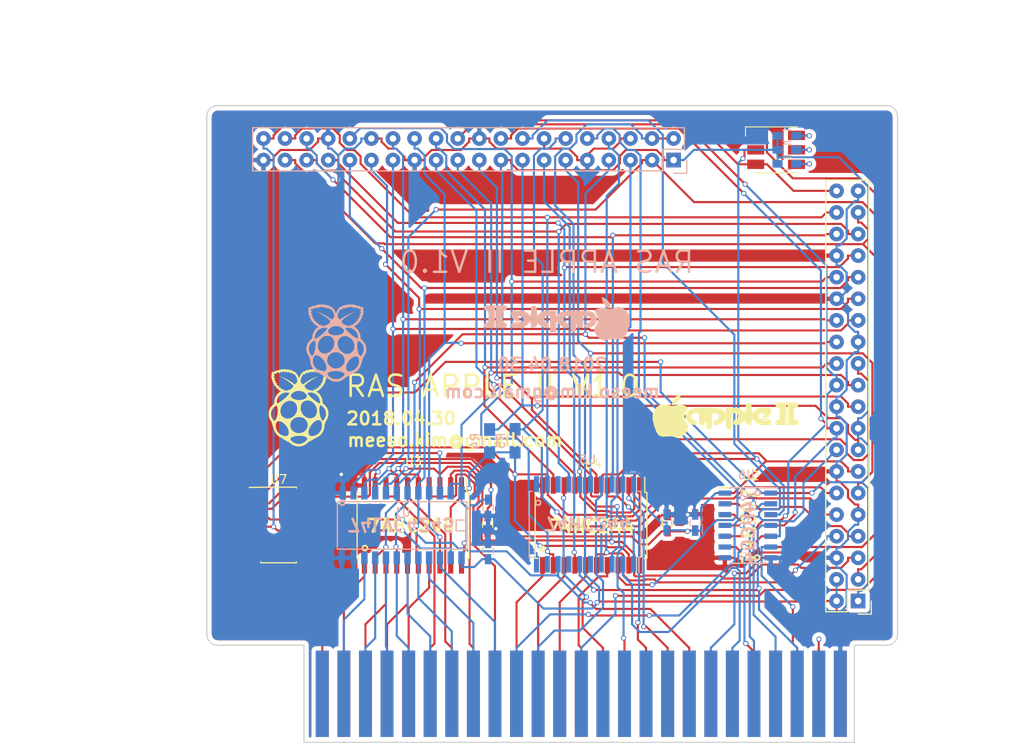
<source format=kicad_pcb>
(kicad_pcb (version 4) (host pcbnew 4.0.7)
  (layers (0 F.Cu signal) (31 B.Cu signal) (34 B.Paste user) (35 F.Paste user) (36 B.SilkS user) (37 F.SilkS user) (38 B.Mask user) (39 F.Mask user) (44 Edge.Cuts user))
  (net 0 "")
  (net 1 /RD2)
  (net 2 /RD3)
  (net 3 /RD4)
  (net 4 /RD7)
  (net 5 /RD0)
  (net 6 /RD1)
  (net 7 /RD5)
  (net 8 /RD6)
  (net 9 VCC)
  (net 10 /DMA)
  (net 11 /RDY)
  (net 12 "Net-(P1-Pad19)")
  (net 13 /RW)
  (net 14 /A15)
  (net 15 /A14)
  (net 16 /A13)
  (net 17 /A12)
  (net 18 /A11)
  (net 19 /A10)
  (net 20 /A9)
  (net 21 /A8)
  (net 22 /A7)
  (net 23 /A6)
  (net 24 /A5)
  (net 25 /A4)
  (net 26 /A3)
  (net 27 /A2)
  (net 28 /A1)
  (net 29 /A0)
  (net 30 /IOSEL)
  (net 31 GND)
  (net 32 /DMAI)
  (net 33 /NMI)
  (net 34 /IRQ)
  (net 35 /RES)
  (net 36 /INH)
  (net 37 "Net-(P1-Pad33)")
  (net 38 "Net-(P1-Pad34)")
  (net 39 "Net-(P1-Pad35)")
  (net 40 "Net-(P1-Pad37)")
  (net 41 /PH1)
  (net 42 "Net-(P1-Pad39)")
  (net 43 /DEVSEL)
  (net 44 /D7)
  (net 45 /D6)
  (net 46 /D5)
  (net 47 /D4)
  (net 48 /D3)
  (net 49 /D2)
  (net 50 /D1)
  (net 51 /D0)
  (net 52 "Net-(P1-Pad50)")
  (net 53 /INT0)
  (net 54 /IOSTRB)
  (net 55 /INTI)
  (net 56 "Net-(D1-Pad4)")
  (net 57 "Net-(D1-Pad5)")
  (net 58 "Net-(D1-Pad6)")
  (net 59 /SLTSL)
  (net 60 /DAT_DIR)
  (net 61 /RA14)
  (net 62 /RA15)
  (net 63 /RC17)
  (net 64 /RC18)
  (net 65 /RC27)
  (net 66 /RC22)
  (net 67 /RC23)
  (net 68 /RC24)
  (net 69 /RA10)
  (net 70 /RA9)
  (net 71 /RA11)
  (net 72 /RA8)
  (net 73 /RA12)
  (net 74 /RA13)
  (net 75 /RC19)
  (net 76 /RC16)
  (net 77 /RC26)
  (net 78 /RC20)
  (net 79 "Net-(P1-Pad36)")
  (net 80 /PH0)
  (net 81 "Net-(U5-Pad5)")
  (net 82 "Net-(U5-Pad7)")
  (net 83 "Net-(U5-Pad9)")
  (net 84 "Net-(U5-Pad11)")
  (net 85 "Net-(U5-Pad13)")
  (net 86 "Net-(U5-Pad15)")
  (net 87 /5V0)
  (net 88 /RC25)
  (net 89 /ATN)
  (net 90 /nATN)
  (module MSX:appleii_logo (layer B.Cu) (at 145.415 93.98 180)
    (fp_text reference G2 hide)
    (fp_text value LOGO hide)
  )
  (module MSX:raspberry_pi_logo (layer B.Cu) (at 119.38 96.52 180)
    (fp_text reference G1 hide)
    (fp_text value LOGO hide)
  )
  (module Pin_Headers:Pin_Header_Straight_2x20 (layer F.Cu) (at 180.784 126.873 180)
    (fp_text reference J1 hide)
    (fp_text value Raspberry_Pi_2_3)
    (pad 1 thru_hole rect (at 0 0 180) (size 1.7272 1.7272) (drill 0.77) (layers *.Cu *.Mask) (net 9 VCC))
    (pad 2 thru_hole oval (at 2.54 0 180) (size 1.7272 1.7272) (drill 0.77) (layers *.Cu *.Mask) (net 87 /5V0))
    (pad 3 thru_hole oval (at 0 2.54 180) (size 1.7272 1.7272) (drill 0.77) (layers *.Cu *.Mask) (net 1 /RD2))
    (pad 4 thru_hole oval (at 2.54 2.54 180) (size 1.7272 1.7272) (drill 0.77) (layers *.Cu *.Mask) (net 87 /5V0))
    (pad 5 thru_hole oval (at 0 5.08 180) (size 1.7272 1.7272) (drill 0.77) (layers *.Cu *.Mask) (net 2 /RD3))
    (pad 6 thru_hole oval (at 2.54 5.08 180) (size 1.7272 1.7272) (drill 0.77) (layers *.Cu *.Mask) (net 31 GND))
    (pad 7 thru_hole oval (at 0 7.62 180) (size 1.7272 1.7272) (drill 0.77) (layers *.Cu *.Mask) (net 3 /RD4))
    (pad 8 thru_hole oval (at 2.54 7.62 180) (size 1.7272 1.7272) (drill 0.77) (layers *.Cu *.Mask) (net 61 /RA14))
    (pad 9 thru_hole oval (at 0 10.16 180) (size 1.7272 1.7272) (drill 0.77) (layers *.Cu *.Mask) (net 31 GND))
    (pad 10 thru_hole oval (at 2.54 10.16 180) (size 1.7272 1.7272) (drill 0.77) (layers *.Cu *.Mask) (net 62 /RA15))
    (pad 11 thru_hole oval (at 0 12.7 180) (size 1.7272 1.7272) (drill 0.77) (layers *.Cu *.Mask) (net 63 /RC17))
    (pad 12 thru_hole oval (at 2.54 12.7 180) (size 1.7272 1.7272) (drill 0.77) (layers *.Cu *.Mask) (net 64 /RC18))
    (pad 13 thru_hole oval (at 0 15.24 180) (size 1.7272 1.7272) (drill 0.77) (layers *.Cu *.Mask) (net 65 /RC27))
    (pad 14 thru_hole oval (at 2.54 15.24 180) (size 1.7272 1.7272) (drill 0.77) (layers *.Cu *.Mask) (net 31 GND))
    (pad 15 thru_hole oval (at 0 17.78 180) (size 1.7272 1.7272) (drill 0.77) (layers *.Cu *.Mask) (net 66 /RC22))
    (pad 16 thru_hole oval (at 2.54 17.78 180) (size 1.7272 1.7272) (drill 0.77) (layers *.Cu *.Mask) (net 67 /RC23))
    (pad 17 thru_hole oval (at 0 20.32 180) (size 1.7272 1.7272) (drill 0.77) (layers *.Cu *.Mask) (net 9 VCC))
    (pad 18 thru_hole oval (at 2.54 20.32 180) (size 1.7272 1.7272) (drill 0.77) (layers *.Cu *.Mask) (net 68 /RC24))
    (pad 19 thru_hole oval (at 0 22.86 180) (size 1.7272 1.7272) (drill 0.77) (layers *.Cu *.Mask) (net 69 /RA10))
    (pad 20 thru_hole oval (at 2.54 22.86 180) (size 1.7272 1.7272) (drill 0.77) (layers *.Cu *.Mask) (net 31 GND))
    (pad 21 thru_hole oval (at 0 25.4 180) (size 1.7272 1.7272) (drill 0.77) (layers *.Cu *.Mask) (net 70 /RA9))
    (pad 22 thru_hole oval (at 2.54 25.4 180) (size 1.7272 1.7272) (drill 0.77) (layers *.Cu *.Mask) (net 88 /RC25))
    (pad 23 thru_hole oval (at 0 27.94 180) (size 1.7272 1.7272) (drill 0.77) (layers *.Cu *.Mask) (net 71 /RA11))
    (pad 24 thru_hole oval (at 2.54 27.94 180) (size 1.7272 1.7272) (drill 0.77) (layers *.Cu *.Mask) (net 72 /RA8))
    (pad 25 thru_hole oval (at 0 30.48 180) (size 1.7272 1.7272) (drill 0.77) (layers *.Cu *.Mask) (net 31 GND))
    (pad 26 thru_hole oval (at 2.54 30.48 180) (size 1.7272 1.7272) (drill 0.77) (layers *.Cu *.Mask) (net 4 /RD7))
    (pad 27 thru_hole oval (at 0 33.02 180) (size 1.7272 1.7272) (drill 0.77) (layers *.Cu *.Mask) (net 5 /RD0))
    (pad 28 thru_hole oval (at 2.54 33.02 180) (size 1.7272 1.7272) (drill 0.77) (layers *.Cu *.Mask) (net 6 /RD1))
    (pad 29 thru_hole oval (at 0 35.56 180) (size 1.7272 1.7272) (drill 0.77) (layers *.Cu *.Mask) (net 7 /RD5))
    (pad 30 thru_hole oval (at 2.54 35.56 180) (size 1.7272 1.7272) (drill 0.77) (layers *.Cu *.Mask) (net 31 GND))
    (pad 31 thru_hole oval (at 0 38.1 180) (size 1.7272 1.7272) (drill 0.77) (layers *.Cu *.Mask) (net 8 /RD6))
    (pad 32 thru_hole oval (at 2.54 38.1 180) (size 1.7272 1.7272) (drill 0.77) (layers *.Cu *.Mask) (net 73 /RA12))
    (pad 33 thru_hole oval (at 0 40.64 180) (size 1.7272 1.7272) (drill 0.77) (layers *.Cu *.Mask) (net 74 /RA13))
    (pad 34 thru_hole oval (at 2.54 40.64 180) (size 1.7272 1.7272) (drill 0.77) (layers *.Cu *.Mask) (net 31 GND))
    (pad 35 thru_hole oval (at 0 43.18 180) (size 1.7272 1.7272) (drill 0.77) (layers *.Cu *.Mask) (net 75 /RC19))
    (pad 36 thru_hole oval (at 2.54 43.18 180) (size 1.7272 1.7272) (drill 0.77) (layers *.Cu *.Mask) (net 76 /RC16))
    (pad 37 thru_hole oval (at 0 45.72 180) (size 1.7272 1.7272) (drill 0.77) (layers *.Cu *.Mask) (net 77 /RC26))
    (pad 38 thru_hole oval (at 2.54 45.72 180) (size 1.7272 1.7272) (drill 0.77) (layers *.Cu *.Mask) (net 78 /RC20))
    (pad 39 thru_hole oval (at 0 48.26 180) (size 1.7272 1.7272) (drill 0.77) (layers *.Cu *.Mask) (net 31 GND))
    (pad 40 thru_hole oval (at 2.54 48.26 180) (size 1.7272 1.7272) (drill 0.77) (layers *.Cu *.Mask) (net 60 /DAT_DIR))
  )
  (module MSX:Male_Card-Edge_50_pin__100_mil (layer F.Cu) (at 148.209 137.795)
    (fp_text reference P1 hide)
    (fp_text value A2Bus hide)
    (pad 25 smd rect (at 30.48 0 270) (size 10.16 1.524) (layers F.Cu F.Paste F.Mask) (net 87 /5V0) (clearance 0.254))
    (pad 24 smd rect (at 27.94 0 270) (size 10.16 1.524) (layers F.Cu F.Paste F.Mask) (net 32 /DMAI) (clearance 0.254))
    (pad 23 smd rect (at 25.4 0 270) (size 10.16 1.524) (layers F.Cu F.Paste F.Mask) (net 53 /INT0) (clearance 0.254))
    (pad 22 smd rect (at 22.86 0 270) (size 10.16 1.524) (layers F.Cu F.Paste F.Mask) (net 10 /DMA) (clearance 0.254))
    (pad 21 smd rect (at 20.32 0 270) (size 10.16 1.524) (layers F.Cu F.Paste F.Mask) (net 11 /RDY) (clearance 0.254))
    (pad 20 smd rect (at 17.78 0 270) (size 10.16 1.524) (layers F.Cu F.Paste F.Mask) (net 54 /IOSTRB) (clearance 0.254))
    (pad 19 smd rect (at 15.24 0 270) (size 10.16 1.524) (layers F.Cu F.Paste F.Mask) (net 12 "Net-(P1-Pad19)") (clearance 0.254))
    (pad 18 smd rect (at 12.7 0 270) (size 10.16 1.524) (layers F.Cu F.Paste F.Mask) (net 13 /RW) (clearance 0.254))
    (pad 17 smd rect (at 10.16 0 270) (size 10.16 1.524) (layers F.Cu F.Paste F.Mask) (net 14 /A15) (clearance 0.254))
    (pad 16 smd rect (at 7.62 0 270) (size 10.16 1.524) (layers F.Cu F.Paste F.Mask) (net 15 /A14) (clearance 0.254))
    (pad 15 smd rect (at 5.08 0 270) (size 10.16 1.524) (layers F.Cu F.Paste F.Mask) (net 16 /A13) (clearance 0.254))
    (pad 14 smd rect (at 2.54 0 270) (size 10.16 1.524) (layers F.Cu F.Paste F.Mask) (net 17 /A12) (clearance 0.254))
    (pad 13 smd rect (at 0 0 270) (size 10.16 1.524) (layers F.Cu F.Paste F.Mask) (net 18 /A11) (clearance 0.254))
    (pad 12 smd rect (at -2.54 0 270) (size 10.16 1.524) (layers F.Cu F.Paste F.Mask) (net 19 /A10) (clearance 0.254))
    (pad 11 smd rect (at -5.08 0 270) (size 10.16 1.524) (layers F.Cu F.Paste F.Mask) (net 20 /A9) (clearance 0.254))
    (pad 10 smd rect (at -7.62 0 270) (size 10.16 1.524) (layers F.Cu F.Paste F.Mask) (net 21 /A8) (clearance 0.254))
    (pad 9 smd rect (at -10.16 0 270) (size 10.16 1.524) (layers F.Cu F.Paste F.Mask) (net 22 /A7) (clearance 0.254))
    (pad 8 smd rect (at -12.7 0 270) (size 10.16 1.524) (layers F.Cu F.Paste F.Mask) (net 23 /A6) (clearance 0.254))
    (pad 7 smd rect (at -15.24 0 270) (size 10.16 1.524) (layers F.Cu F.Paste F.Mask) (net 24 /A5) (clearance 0.254))
    (pad 6 smd rect (at -17.78 0 270) (size 10.16 1.524) (layers F.Cu F.Paste F.Mask) (net 25 /A4) (clearance 0.254))
    (pad 5 smd rect (at -20.32 0 270) (size 10.16 1.524) (layers F.Cu F.Paste F.Mask) (net 26 /A3) (clearance 0.254))
    (pad 4 smd rect (at -22.86 0 270) (size 10.16 1.524) (layers F.Cu F.Paste F.Mask) (net 27 /A2) (clearance 0.254))
    (pad 3 smd rect (at -25.4 0 270) (size 10.16 1.524) (layers F.Cu F.Paste F.Mask) (net 28 /A1) (clearance 0.254))
    (pad 2 smd rect (at -27.94 0 270) (size 10.16 1.524) (layers F.Cu F.Paste F.Mask) (net 29 /A0) (clearance 0.254))
    (pad 1 smd rect (at -30.48 0 270) (size 10.16 1.524) (layers F.Cu F.Paste F.Mask) (net 30 /IOSEL) (clearance 0.254))
    (pad 26 smd rect (at 30.48 0 270) (size 10.16 1.524) (layers B.Cu B.Paste B.Mask) (net 31 GND) (clearance 0.254))
    (pad 27 smd rect (at 27.94 0 270) (size 10.16 1.524) (layers B.Cu B.Paste B.Mask) (net 32 /DMAI) (clearance 0.254))
    (pad 28 smd rect (at 25.4 0 270) (size 10.16 1.524) (layers B.Cu B.Paste B.Mask) (net 55 /INTI) (clearance 0.254))
    (pad 29 smd rect (at 22.86 0 270) (size 10.16 1.524) (layers B.Cu B.Paste B.Mask) (net 33 /NMI) (clearance 0.254))
    (pad 30 smd rect (at 20.32 0 270) (size 10.16 1.524) (layers B.Cu B.Paste B.Mask) (net 34 /IRQ) (clearance 0.254))
    (pad 31 smd rect (at 17.78 0 270) (size 10.16 1.524) (layers B.Cu B.Paste B.Mask) (net 35 /RES) (clearance 0.254))
    (pad 32 smd rect (at 15.24 0 270) (size 10.16 1.524) (layers B.Cu B.Paste B.Mask) (net 36 /INH) (clearance 0.254))
    (pad 33 smd rect (at 12.7 0 270) (size 10.16 1.524) (layers B.Cu B.Paste B.Mask) (net 37 "Net-(P1-Pad33)") (clearance 0.254))
    (pad 34 smd rect (at 10.16 0 270) (size 10.16 1.524) (layers B.Cu B.Paste B.Mask) (net 38 "Net-(P1-Pad34)") (clearance 0.254))
    (pad 35 smd rect (at 7.62 0 270) (size 10.16 1.524) (layers B.Cu B.Paste B.Mask) (net 39 "Net-(P1-Pad35)") (clearance 0.254))
    (pad 36 smd rect (at 5.08 0 270) (size 10.16 1.524) (layers B.Cu B.Paste B.Mask) (net 79 "Net-(P1-Pad36)") (clearance 0.254))
    (pad 37 smd rect (at 2.54 0 270) (size 10.16 1.524) (layers B.Cu B.Paste B.Mask) (net 40 "Net-(P1-Pad37)") (clearance 0.254))
    (pad 38 smd rect (at 0 0 270) (size 10.16 1.524) (layers B.Cu B.Paste B.Mask) (net 41 /PH1) (clearance 0.254))
    (pad 39 smd rect (at -2.54 0 270) (size 10.16 1.524) (layers B.Cu B.Paste B.Mask) (net 42 "Net-(P1-Pad39)") (clearance 0.254))
    (pad 40 smd rect (at -5.08 0 270) (size 10.16 1.524) (layers B.Cu B.Paste B.Mask) (net 80 /PH0) (clearance 0.254))
    (pad 41 smd rect (at -7.62 0 270) (size 10.16 1.524) (layers B.Cu B.Paste B.Mask) (net 43 /DEVSEL) (clearance 0.254))
    (pad 42 smd rect (at -10.16 0 270) (size 10.16 1.524) (layers B.Cu B.Paste B.Mask) (net 44 /D7) (clearance 0.254))
    (pad 43 smd rect (at -12.7 0 270) (size 10.16 1.524) (layers B.Cu B.Paste B.Mask) (net 45 /D6) (clearance 0.254))
    (pad 44 smd rect (at -15.24 0 270) (size 10.16 1.524) (layers B.Cu B.Paste B.Mask) (net 46 /D5) (clearance 0.254))
    (pad 45 smd rect (at -17.78 0 270) (size 10.16 1.524) (layers B.Cu B.Paste B.Mask) (net 47 /D4) (clearance 0.254))
    (pad 46 smd rect (at -20.32 0 270) (size 10.16 1.524) (layers B.Cu B.Paste B.Mask) (net 48 /D3) (clearance 0.254))
    (pad 47 smd rect (at -22.86 0 270) (size 10.16 1.524) (layers B.Cu B.Paste B.Mask) (net 49 /D2) (clearance 0.254))
    (pad 48 smd rect (at -25.4 0 270) (size 10.16 1.524) (layers B.Cu B.Paste B.Mask) (net 50 /D1) (clearance 0.254))
    (pad 49 smd rect (at -27.94 0 270) (size 10.16 1.524) (layers B.Cu B.Paste B.Mask) (net 51 /D0) (clearance 0.254))
    (pad 50 smd rect (at -30.48 0 270) (size 10.16 1.524) (layers B.Cu B.Paste B.Mask) (net 52 "Net-(P1-Pad50)") (clearance 0.254))
  )
  (module LEDs:LED_RGB_5050-6 (layer F.Cu) (at 171.132 73.787)
    (fp_text reference D1 hide)
    (fp_text value LED_RGB)
    (pad 1 smd rect (at -2.4 -1.7 90) (size 1.1 2) (layers F.Cu F.Paste F.Mask) (net 41 /PH1))
    (pad 2 smd rect (at -2.4 0 90) (size 1.1 2) (layers F.Cu F.Paste F.Mask) (net 59 /SLTSL))
    (pad 3 smd rect (at -2.4 1.7 90) (size 1.1 2) (layers F.Cu F.Paste F.Mask) (net 60 /DAT_DIR))
    (pad 4 smd rect (at 2.4 1.7 90) (size 1.1 2) (layers F.Cu F.Paste F.Mask) (net 56 "Net-(D1-Pad4)"))
    (pad 5 smd rect (at 2.4 0 90) (size 1.1 2) (layers F.Cu F.Paste F.Mask) (net 57 "Net-(D1-Pad5)"))
    (pad 6 smd rect (at 2.4 -1.7 90) (size 1.1 2) (layers F.Cu F.Paste F.Mask) (net 58 "Net-(D1-Pad6)"))
  )
  (module Resistors_SMD:R_0603_HandSoldering (layer B.Cu) (at 172.402 72.136)
    (fp_text reference R1 hide)
    (fp_text value R)
    (pad 1 smd rect (at -1.1 0) (size 1.2 0.9) (layers B.Cu B.Paste B.Mask) (net 9 VCC))
    (pad 2 smd rect (at 1.1 0) (size 1.2 0.9) (layers B.Cu B.Paste B.Mask) (net 58 "Net-(D1-Pad6)"))
  )
  (module Resistors_SMD:R_0603_HandSoldering (layer B.Cu) (at 172.402 73.787)
    (fp_text reference R2 hide)
    (fp_text value R)
    (pad 1 smd rect (at -1.1 0) (size 1.2 0.9) (layers B.Cu B.Paste B.Mask) (net 9 VCC))
    (pad 2 smd rect (at 1.1 0) (size 1.2 0.9) (layers B.Cu B.Paste B.Mask) (net 57 "Net-(D1-Pad5)"))
  )
  (module Resistors_SMD:R_0603_HandSoldering (layer B.Cu) (at 172.402 75.438)
    (fp_text reference R3 hide)
    (fp_text value R)
    (pad 1 smd rect (at -1.1 0) (size 1.2 0.9) (layers B.Cu B.Paste B.Mask) (net 9 VCC))
    (pad 2 smd rect (at 1.1 0) (size 1.2 0.9) (layers B.Cu B.Paste B.Mask) (net 56 "Net-(D1-Pad4)"))
  )
  (module Capacitors_SMD:C_0603_HandSoldering (layer F.Cu) (at 161.608 117.617 90)
    (fp_text reference C1 hide)
    (fp_text value C)
    (pad 1 smd rect (at -0.95 0 90) (size 1.2 0.75) (layers F.Cu F.Paste F.Mask) (net 9 VCC))
    (pad 2 smd rect (at 0.95 0 90) (size 1.2 0.75) (layers F.Cu F.Paste F.Mask) (net 31 GND))
  )
  (module Capacitors_SMD:C_0603_HandSoldering (layer B.Cu) (at 158.242 117.604 90)
    (fp_text reference C2 hide)
    (fp_text value C)
    (pad 1 smd rect (at -0.95 0 90) (size 1.2 0.75) (layers B.Cu B.Paste B.Mask) (net 9 VCC))
    (pad 2 smd rect (at 0.95 0 90) (size 1.2 0.75) (layers B.Cu B.Paste B.Mask) (net 31 GND))
  )
  (module Capacitors_SMD:C_0603_HandSoldering (layer F.Cu) (at 158.369 117.729 90)
    (fp_text reference C3 hide)
    (fp_text value C)
    (pad 1 smd rect (at -0.95 0 90) (size 1.2 0.75) (layers F.Cu F.Paste F.Mask) (net 9 VCC))
    (pad 2 smd rect (at 0.95 0 90) (size 1.2 0.75) (layers F.Cu F.Paste F.Mask) (net 31 GND))
  )
  (module Capacitors_SMD:C_0603_HandSoldering (layer F.Cu) (at 137.185 117.856 270)
    (fp_text reference C4 hide)
    (fp_text value C)
    (pad 1 smd rect (at -0.95 0 270) (size 1.2 0.75) (layers F.Cu F.Paste F.Mask) (net 9 VCC))
    (pad 2 smd rect (at 0.95 0 270) (size 1.2 0.75) (layers F.Cu F.Paste F.Mask) (net 31 GND))
  )
  (module Capacitors_SMD:C_0603_HandSoldering (layer B.Cu) (at 137.236 115.9 270)
    (fp_text reference C5 hide)
    (fp_text value C)
    (pad 1 smd rect (at -0.95 0 270) (size 1.2 0.75) (layers B.Cu B.Paste B.Mask) (net 9 VCC))
    (pad 2 smd rect (at 0.95 0 270) (size 1.2 0.75) (layers B.Cu B.Paste B.Mask) (net 31 GND))
  )
  (module Capacitors_SMD:C_0603_HandSoldering (layer B.Cu) (at 161.608 117.666 90)
    (fp_text reference C6 hide)
    (fp_text value C)
    (pad 1 smd rect (at -0.95 0 90) (size 1.2 0.75) (layers B.Cu B.Paste B.Mask) (net 9 VCC))
    (pad 2 smd rect (at 0.95 0 90) (size 1.2 0.75) (layers B.Cu B.Paste B.Mask) (net 31 GND))
  )
  (module Capacitors_SMD:C_0603_HandSoldering (layer B.Cu) (at 137.236 121.006 90)
    (fp_text reference C7 hide)
    (fp_text value C)
    (pad 1 smd rect (at -0.95 0 90) (size 1.2 0.75) (layers B.Cu B.Paste B.Mask) (net 87 /5V0))
    (pad 2 smd rect (at 0.95 0 90) (size 1.2 0.75) (layers B.Cu B.Paste B.Mask) (net 31 GND))
  )
  (module Housings_SOIC:SOIC-14_3.9x8.7mm_Pitch1.27mm (layer F.Cu) (at 167.798 117.983)
    (fp_text reference U2 (at 0.3505 -5.842) (layer F.SilkS))
    (fp_text value 74LS05)
    (pad 1 smd rect (at -2.7 -3.81) (size 1.5 0.6) (layers F.Cu F.Paste F.Mask) (net 65 /RC27))
    (pad 2 smd rect (at -2.7 -2.54) (size 1.5 0.6) (layers F.Cu F.Paste F.Mask) (net 33 /NMI))
    (pad 3 smd rect (at -2.7 -1.27) (size 1.5 0.6) (layers F.Cu F.Paste F.Mask) (net 67 /RC23))
    (pad 4 smd rect (at -2.7 0) (size 1.5 0.6) (layers F.Cu F.Paste F.Mask) (net 34 /IRQ))
    (pad 5 smd rect (at -2.7 1.27) (size 1.5 0.6) (layers F.Cu F.Paste F.Mask) (net 88 /RC25))
    (pad 6 smd rect (at -2.7 2.54) (size 1.5 0.6) (layers F.Cu F.Paste F.Mask) (net 11 /RDY))
    (pad 7 smd rect (at -2.7 3.81) (size 1.5 0.6) (layers F.Cu F.Paste F.Mask) (net 31 GND))
    (pad 8 smd rect (at 2.7 3.81) (size 1.5 0.6) (layers F.Cu F.Paste F.Mask) (net 36 /INH))
    (pad 9 smd rect (at 2.7 2.54) (size 1.5 0.6) (layers F.Cu F.Paste F.Mask) (net 77 /RC26))
    (pad 10 smd rect (at 2.7 1.27) (size 1.5 0.6) (layers F.Cu F.Paste F.Mask) (net 35 /RES))
    (pad 11 smd rect (at 2.7 0) (size 1.5 0.6) (layers F.Cu F.Paste F.Mask) (net 68 /RC24))
    (pad 12 smd rect (at 2.7 -1.27) (size 1.5 0.6) (layers F.Cu F.Paste F.Mask))
    (pad 13 smd rect (at 2.7 -2.54) (size 1.5 0.6) (layers F.Cu F.Paste F.Mask))
    (pad 14 smd rect (at 2.7 -3.81) (size 1.5 0.6) (layers F.Cu F.Paste F.Mask) (net 9 VCC))
  )
  (module Housings_SOIC:SOIC-20W_7.5x12.8mm_Pitch1.27mm (layer F.Cu) (at 128.397 117.982 270)
    (fp_text reference U3 (at -7.5555 -0.0635 360) (layer F.SilkS))
    (fp_text value 74HC244)
    (pad 1 smd rect (at -4.7 -5.715 270) (size 1.95 0.6) (layers F.Cu F.Paste F.Mask) (net 89 /ATN))
    (pad 2 smd rect (at -4.7 -4.445 270) (size 1.95 0.6) (layers F.Cu F.Paste F.Mask) (net 22 /A7))
    (pad 3 smd rect (at -4.7 -3.175 270) (size 1.95 0.6) (layers F.Cu F.Paste F.Mask) (net 2 /RD3))
    (pad 4 smd rect (at -4.7 -1.905 270) (size 1.95 0.6) (layers F.Cu F.Paste F.Mask) (net 23 /A6))
    (pad 5 smd rect (at -4.7 -0.635 270) (size 1.95 0.6) (layers F.Cu F.Paste F.Mask) (net 1 /RD2))
    (pad 6 smd rect (at -4.7 0.635 270) (size 1.95 0.6) (layers F.Cu F.Paste F.Mask) (net 24 /A5))
    (pad 7 smd rect (at -4.7 1.905 270) (size 1.95 0.6) (layers F.Cu F.Paste F.Mask) (net 6 /RD1))
    (pad 8 smd rect (at -4.7 3.175 270) (size 1.95 0.6) (layers F.Cu F.Paste F.Mask) (net 25 /A4))
    (pad 9 smd rect (at -4.7 4.445 270) (size 1.95 0.6) (layers F.Cu F.Paste F.Mask) (net 5 /RD0))
    (pad 10 smd rect (at -4.7 5.715 270) (size 1.95 0.6) (layers F.Cu F.Paste F.Mask) (net 31 GND))
    (pad 11 smd rect (at 4.7 5.715 270) (size 1.95 0.6) (layers F.Cu F.Paste F.Mask) (net 29 /A0))
    (pad 12 smd rect (at 4.7 4.445 270) (size 1.95 0.6) (layers F.Cu F.Paste F.Mask) (net 3 /RD4))
    (pad 13 smd rect (at 4.7 3.175 270) (size 1.95 0.6) (layers F.Cu F.Paste F.Mask) (net 28 /A1))
    (pad 14 smd rect (at 4.7 1.905 270) (size 1.95 0.6) (layers F.Cu F.Paste F.Mask) (net 7 /RD5))
    (pad 15 smd rect (at 4.7 0.635 270) (size 1.95 0.6) (layers F.Cu F.Paste F.Mask) (net 27 /A2))
    (pad 16 smd rect (at 4.7 -0.635 270) (size 1.95 0.6) (layers F.Cu F.Paste F.Mask) (net 8 /RD6))
    (pad 17 smd rect (at 4.7 -1.905 270) (size 1.95 0.6) (layers F.Cu F.Paste F.Mask) (net 26 /A3))
    (pad 18 smd rect (at 4.7 -3.175 270) (size 1.95 0.6) (layers F.Cu F.Paste F.Mask) (net 4 /RD7))
    (pad 19 smd rect (at 4.7 -4.445 270) (size 1.95 0.6) (layers F.Cu F.Paste F.Mask) (net 89 /ATN))
    (pad 20 smd rect (at 4.7 -5.715 270) (size 1.95 0.6) (layers F.Cu F.Paste F.Mask) (net 9 VCC))
  )
  (module Housings_SOIC:SOIC-20W_7.5x12.8mm_Pitch1.27mm (layer F.Cu) (at 149.352 117.982 270)
    (fp_text reference U4 (at -7.238 -0.254 360) (layer F.SilkS))
    (fp_text value 74HC244)
    (pad 1 smd rect (at -4.7 -5.715 270) (size 1.95 0.6) (layers F.Cu F.Paste F.Mask) (net 89 /ATN))
    (pad 2 smd rect (at -4.7 -4.445 270) (size 1.95 0.6) (layers F.Cu F.Paste F.Mask) (net 14 /A15))
    (pad 3 smd rect (at -4.7 -3.175 270) (size 1.95 0.6) (layers F.Cu F.Paste F.Mask) (net 71 /RA11))
    (pad 4 smd rect (at -4.7 -1.905 270) (size 1.95 0.6) (layers F.Cu F.Paste F.Mask) (net 15 /A14))
    (pad 5 smd rect (at -4.7 -0.635 270) (size 1.95 0.6) (layers F.Cu F.Paste F.Mask) (net 69 /RA10))
    (pad 6 smd rect (at -4.7 0.635 270) (size 1.95 0.6) (layers F.Cu F.Paste F.Mask) (net 16 /A13))
    (pad 7 smd rect (at -4.7 1.905 270) (size 1.95 0.6) (layers F.Cu F.Paste F.Mask) (net 70 /RA9))
    (pad 8 smd rect (at -4.7 3.175 270) (size 1.95 0.6) (layers F.Cu F.Paste F.Mask) (net 17 /A12))
    (pad 9 smd rect (at -4.7 4.445 270) (size 1.95 0.6) (layers F.Cu F.Paste F.Mask) (net 72 /RA8))
    (pad 10 smd rect (at -4.7 5.715 270) (size 1.95 0.6) (layers F.Cu F.Paste F.Mask) (net 31 GND))
    (pad 11 smd rect (at 4.7 5.715 270) (size 1.95 0.6) (layers F.Cu F.Paste F.Mask) (net 21 /A8))
    (pad 12 smd rect (at 4.7 4.445 270) (size 1.95 0.6) (layers F.Cu F.Paste F.Mask) (net 73 /RA12))
    (pad 13 smd rect (at 4.7 3.175 270) (size 1.95 0.6) (layers F.Cu F.Paste F.Mask) (net 20 /A9))
    (pad 14 smd rect (at 4.7 1.905 270) (size 1.95 0.6) (layers F.Cu F.Paste F.Mask) (net 74 /RA13))
    (pad 15 smd rect (at 4.7 0.635 270) (size 1.95 0.6) (layers F.Cu F.Paste F.Mask) (net 19 /A10))
    (pad 16 smd rect (at 4.7 -0.635 270) (size 1.95 0.6) (layers F.Cu F.Paste F.Mask) (net 61 /RA14))
    (pad 17 smd rect (at 4.7 -1.905 270) (size 1.95 0.6) (layers F.Cu F.Paste F.Mask) (net 18 /A11))
    (pad 18 smd rect (at 4.7 -3.175 270) (size 1.95 0.6) (layers F.Cu F.Paste F.Mask) (net 62 /RA15))
    (pad 19 smd rect (at 4.7 -4.445 270) (size 1.95 0.6) (layers F.Cu F.Paste F.Mask) (net 89 /ATN))
    (pad 20 smd rect (at 4.7 -5.715 270) (size 1.95 0.6) (layers F.Cu F.Paste F.Mask) (net 9 VCC))
  )
  (module Housings_SOIC:SOIC-20W_7.5x12.8mm_Pitch1.27mm (layer B.Cu) (at 148.654 117.855 90)
    (fp_text reference U5 (at 7.619 0.3175 180) (layer B.SilkS) (effects (justify mirror)))
    (fp_text value 74HC244)
    (pad 1 smd rect (at -4.7 5.715 90) (size 1.95 0.6) (layers B.Cu B.Paste B.Mask) (net 31 GND))
    (pad 2 smd rect (at -4.7 4.445 90) (size 1.95 0.6) (layers B.Cu B.Paste B.Mask) (net 35 /RES))
    (pad 3 smd rect (at -4.7 3.175 90) (size 1.95 0.6) (layers B.Cu B.Paste B.Mask) (net 64 /RC18))
    (pad 4 smd rect (at -4.7 1.905 90) (size 1.95 0.6) (layers B.Cu B.Paste B.Mask) (net 59 /SLTSL))
    (pad 5 smd rect (at -4.7 0.635 90) (size 1.95 0.6) (layers B.Cu B.Paste B.Mask) (net 81 "Net-(U5-Pad5)"))
    (pad 6 smd rect (at -4.7 -0.635 90) (size 1.95 0.6) (layers B.Cu B.Paste B.Mask) (net 55 /INTI))
    (pad 7 smd rect (at -4.7 -1.905 90) (size 1.95 0.6) (layers B.Cu B.Paste B.Mask) (net 82 "Net-(U5-Pad7)"))
    (pad 8 smd rect (at -4.7 -3.175 90) (size 1.95 0.6) (layers B.Cu B.Paste B.Mask) (net 13 /RW))
    (pad 9 smd rect (at -4.7 -4.445 90) (size 1.95 0.6) (layers B.Cu B.Paste B.Mask) (net 83 "Net-(U5-Pad9)"))
    (pad 10 smd rect (at -4.7 -5.715 90) (size 1.95 0.6) (layers B.Cu B.Paste B.Mask) (net 31 GND))
    (pad 11 smd rect (at 4.7 -5.715 90) (size 1.95 0.6) (layers B.Cu B.Paste B.Mask) (net 84 "Net-(U5-Pad11)"))
    (pad 12 smd rect (at 4.7 -4.445 90) (size 1.95 0.6) (layers B.Cu B.Paste B.Mask) (net 78 /RC20))
    (pad 13 smd rect (at 4.7 -3.175 90) (size 1.95 0.6) (layers B.Cu B.Paste B.Mask) (net 85 "Net-(U5-Pad13)"))
    (pad 14 smd rect (at 4.7 -1.905 90) (size 1.95 0.6) (layers B.Cu B.Paste B.Mask) (net 75 /RC19))
    (pad 15 smd rect (at 4.7 -0.635 90) (size 1.95 0.6) (layers B.Cu B.Paste B.Mask) (net 86 "Net-(U5-Pad15)"))
    (pad 16 smd rect (at 4.7 0.635 90) (size 1.95 0.6) (layers B.Cu B.Paste B.Mask) (net 63 /RC17))
    (pad 17 smd rect (at 4.7 1.905 90) (size 1.95 0.6) (layers B.Cu B.Paste B.Mask) (net 80 /PH0))
    (pad 18 smd rect (at 4.7 3.175 90) (size 1.95 0.6) (layers B.Cu B.Paste B.Mask) (net 76 /RC16))
    (pad 19 smd rect (at 4.7 4.445 90) (size 1.95 0.6) (layers B.Cu B.Paste B.Mask) (net 31 GND))
    (pad 20 smd rect (at 4.7 5.715 90) (size 1.95 0.6) (layers B.Cu B.Paste B.Mask) (net 9 VCC))
  )
  (module MSX:raspberry_pi_logo (layer F.Cu) (at 114.935 104.14)
    (fp_text reference G4 hide)
    (fp_text value LOGO hide)
  )
  (module Pin_Headers:Pin_Header_Straight_2x20 (layer B.Cu) (at 159.068 74.9935 90)
    (fp_text reference J2 hide)
    (fp_text value Raspberry_Pi_2_3)
    (pad 1 thru_hole rect (at 0 0 90) (size 1.7272 1.7272) (drill 0.77) (layers *.Cu *.Mask) (net 9 VCC))
    (pad 2 thru_hole oval (at 2.54 0 90) (size 1.7272 1.7272) (drill 0.77) (layers *.Cu *.Mask) (net 87 /5V0))
    (pad 3 thru_hole oval (at 0 -2.54 90) (size 1.7272 1.7272) (drill 0.77) (layers *.Cu *.Mask) (net 1 /RD2))
    (pad 4 thru_hole oval (at 2.54 -2.54 90) (size 1.7272 1.7272) (drill 0.77) (layers *.Cu *.Mask) (net 87 /5V0))
    (pad 5 thru_hole oval (at 0 -5.08 90) (size 1.7272 1.7272) (drill 0.77) (layers *.Cu *.Mask) (net 2 /RD3))
    (pad 6 thru_hole oval (at 2.54 -5.08 90) (size 1.7272 1.7272) (drill 0.77) (layers *.Cu *.Mask) (net 31 GND))
    (pad 7 thru_hole oval (at 0 -7.62 90) (size 1.7272 1.7272) (drill 0.77) (layers *.Cu *.Mask) (net 3 /RD4))
    (pad 8 thru_hole oval (at 2.54 -7.62 90) (size 1.7272 1.7272) (drill 0.77) (layers *.Cu *.Mask) (net 61 /RA14))
    (pad 9 thru_hole oval (at 0 -10.16 90) (size 1.7272 1.7272) (drill 0.77) (layers *.Cu *.Mask) (net 31 GND))
    (pad 10 thru_hole oval (at 2.54 -10.16 90) (size 1.7272 1.7272) (drill 0.77) (layers *.Cu *.Mask) (net 62 /RA15))
    (pad 11 thru_hole oval (at 0 -12.7 90) (size 1.7272 1.7272) (drill 0.77) (layers *.Cu *.Mask) (net 63 /RC17))
    (pad 12 thru_hole oval (at 2.54 -12.7 90) (size 1.7272 1.7272) (drill 0.77) (layers *.Cu *.Mask) (net 64 /RC18))
    (pad 13 thru_hole oval (at 0 -15.24 90) (size 1.7272 1.7272) (drill 0.77) (layers *.Cu *.Mask) (net 65 /RC27))
    (pad 14 thru_hole oval (at 2.54 -15.24 90) (size 1.7272 1.7272) (drill 0.77) (layers *.Cu *.Mask) (net 31 GND))
    (pad 15 thru_hole oval (at 0 -17.78 90) (size 1.7272 1.7272) (drill 0.77) (layers *.Cu *.Mask) (net 66 /RC22))
    (pad 16 thru_hole oval (at 2.54 -17.78 90) (size 1.7272 1.7272) (drill 0.77) (layers *.Cu *.Mask) (net 67 /RC23))
    (pad 17 thru_hole oval (at 0 -20.32 90) (size 1.7272 1.7272) (drill 0.77) (layers *.Cu *.Mask) (net 9 VCC))
    (pad 18 thru_hole oval (at 2.54 -20.32 90) (size 1.7272 1.7272) (drill 0.77) (layers *.Cu *.Mask) (net 68 /RC24))
    (pad 19 thru_hole oval (at 0 -22.86 90) (size 1.7272 1.7272) (drill 0.77) (layers *.Cu *.Mask) (net 69 /RA10))
    (pad 20 thru_hole oval (at 2.54 -22.86 90) (size 1.7272 1.7272) (drill 0.77) (layers *.Cu *.Mask) (net 31 GND))
    (pad 21 thru_hole oval (at 0 -25.4 90) (size 1.7272 1.7272) (drill 0.77) (layers *.Cu *.Mask) (net 70 /RA9))
    (pad 22 thru_hole oval (at 2.54 -25.4 90) (size 1.7272 1.7272) (drill 0.77) (layers *.Cu *.Mask) (net 88 /RC25))
    (pad 23 thru_hole oval (at 0 -27.94 90) (size 1.7272 1.7272) (drill 0.77) (layers *.Cu *.Mask) (net 71 /RA11))
    (pad 24 thru_hole oval (at 2.54 -27.94 90) (size 1.7272 1.7272) (drill 0.77) (layers *.Cu *.Mask) (net 72 /RA8))
    (pad 25 thru_hole oval (at 0 -30.48 90) (size 1.7272 1.7272) (drill 0.77) (layers *.Cu *.Mask) (net 31 GND))
    (pad 26 thru_hole oval (at 2.54 -30.48 90) (size 1.7272 1.7272) (drill 0.77) (layers *.Cu *.Mask) (net 4 /RD7))
    (pad 27 thru_hole oval (at 0 -33.02 90) (size 1.7272 1.7272) (drill 0.77) (layers *.Cu *.Mask) (net 5 /RD0))
    (pad 28 thru_hole oval (at 2.54 -33.02 90) (size 1.7272 1.7272) (drill 0.77) (layers *.Cu *.Mask) (net 6 /RD1))
    (pad 29 thru_hole oval (at 0 -35.56 90) (size 1.7272 1.7272) (drill 0.77) (layers *.Cu *.Mask) (net 7 /RD5))
    (pad 30 thru_hole oval (at 2.54 -35.56 90) (size 1.7272 1.7272) (drill 0.77) (layers *.Cu *.Mask) (net 31 GND))
    (pad 31 thru_hole oval (at 0 -38.1 90) (size 1.7272 1.7272) (drill 0.77) (layers *.Cu *.Mask) (net 8 /RD6))
    (pad 32 thru_hole oval (at 2.54 -38.1 90) (size 1.7272 1.7272) (drill 0.77) (layers *.Cu *.Mask) (net 73 /RA12))
    (pad 33 thru_hole oval (at 0 -40.64 90) (size 1.7272 1.7272) (drill 0.77) (layers *.Cu *.Mask) (net 74 /RA13))
    (pad 34 thru_hole oval (at 2.54 -40.64 90) (size 1.7272 1.7272) (drill 0.77) (layers *.Cu *.Mask) (net 31 GND))
    (pad 35 thru_hole oval (at 0 -43.18 90) (size 1.7272 1.7272) (drill 0.77) (layers *.Cu *.Mask) (net 75 /RC19))
    (pad 36 thru_hole oval (at 2.54 -43.18 90) (size 1.7272 1.7272) (drill 0.77) (layers *.Cu *.Mask) (net 76 /RC16))
    (pad 37 thru_hole oval (at 0 -45.72 90) (size 1.7272 1.7272) (drill 0.77) (layers *.Cu *.Mask) (net 77 /RC26))
    (pad 38 thru_hole oval (at 2.54 -45.72 90) (size 1.7272 1.7272) (drill 0.77) (layers *.Cu *.Mask) (net 78 /RC20))
    (pad 39 thru_hole oval (at 0 -48.26 90) (size 1.7272 1.7272) (drill 0.77) (layers *.Cu *.Mask) (net 31 GND))
    (pad 40 thru_hole oval (at 2.54 -48.26 90) (size 1.7272 1.7272) (drill 0.77) (layers *.Cu *.Mask) (net 60 /DAT_DIR))
  )
  (module Housings_SOIC:SOIC-14_3.9x8.7mm_Pitch1.27mm (layer B.Cu) (at 167.8 117.983 180)
    (fp_text reference U6 (at 0.16 5.969 180) (layer B.SilkS) (effects (justify mirror)))
    (fp_text value 74LS08)
    (pad 1 smd rect (at -2.7 3.81 180) (size 1.5 0.6) (layers B.Cu B.Paste B.Mask) (net 30 /IOSEL))
    (pad 2 smd rect (at -2.7 2.54 180) (size 1.5 0.6) (layers B.Cu B.Paste B.Mask) (net 43 /DEVSEL))
    (pad 3 smd rect (at -2.7 1.27 180) (size 1.5 0.6) (layers B.Cu B.Paste B.Mask) (net 59 /SLTSL))
    (pad 4 smd rect (at -2.7 0 180) (size 1.5 0.6) (layers B.Cu B.Paste B.Mask) (net 55 /INTI))
    (pad 5 smd rect (at -2.7 -1.27 180) (size 1.5 0.6) (layers B.Cu B.Paste B.Mask) (net 67 /RC23))
    (pad 6 smd rect (at -2.7 -2.54 180) (size 1.5 0.6) (layers B.Cu B.Paste B.Mask) (net 53 /INT0))
    (pad 7 smd rect (at -2.7 -3.81 180) (size 1.5 0.6) (layers B.Cu B.Paste B.Mask) (net 31 GND))
    (pad 8 smd rect (at 2.7 -3.81 180) (size 1.5 0.6) (layers B.Cu B.Paste B.Mask))
    (pad 9 smd rect (at 2.7 -2.54 180) (size 1.5 0.6) (layers B.Cu B.Paste B.Mask))
    (pad 10 smd rect (at 2.7 -1.27 180) (size 1.5 0.6) (layers B.Cu B.Paste B.Mask))
    (pad 11 smd rect (at 2.7 0 180) (size 1.5 0.6) (layers B.Cu B.Paste B.Mask))
    (pad 12 smd rect (at 2.7 1.27 180) (size 1.5 0.6) (layers B.Cu B.Paste B.Mask))
    (pad 13 smd rect (at 2.7 2.54 180) (size 1.5 0.6) (layers B.Cu B.Paste B.Mask))
    (pad 14 smd rect (at 2.7 3.81 180) (size 1.5 0.6) (layers B.Cu B.Paste B.Mask) (net 9 VCC))
  )
  (module MSX:appleii_logo (layer F.Cu) (at 165.1 105.41)
    (fp_text reference G3 hide)
    (fp_text value LOGO hide)
  )
  (module SMD_Packages:SOIC-24 (layer B.Cu) (at 127.127 117.982 180)
    (fp_text reference U1 (at 0 1.524 180) (layer B.SilkS) (effects (justify mirror)))
    (fp_text value LVC4245)
    (pad 1 smd rect (at -6.985 -3.81 180) (size 0.762 1.524) (layers B.Cu B.Paste B.Mask) (net 87 /5V0))
    (pad 2 smd rect (at -5.715 -3.81 180) (size 0.762 1.524) (layers B.Cu B.Paste B.Mask) (net 60 /DAT_DIR))
    (pad 3 smd rect (at -4.445 -3.81 180) (size 0.762 1.524) (layers B.Cu B.Paste B.Mask) (net 44 /D7))
    (pad 4 smd rect (at -3.175 -3.81 180) (size 0.762 1.524) (layers B.Cu B.Paste B.Mask) (net 45 /D6))
    (pad 5 smd rect (at -1.905 -3.81 180) (size 0.762 1.524) (layers B.Cu B.Paste B.Mask) (net 46 /D5))
    (pad 6 smd rect (at -0.635 -3.81 180) (size 0.762 1.524) (layers B.Cu B.Paste B.Mask) (net 47 /D4))
    (pad 7 smd rect (at 0.635 -3.81 180) (size 0.762 1.524) (layers B.Cu B.Paste B.Mask) (net 48 /D3))
    (pad 8 smd rect (at 1.905 -3.81 180) (size 0.762 1.524) (layers B.Cu B.Paste B.Mask) (net 49 /D2))
    (pad 9 smd rect (at 3.175 -3.81 180) (size 0.762 1.524) (layers B.Cu B.Paste B.Mask) (net 50 /D1))
    (pad 10 smd rect (at 4.445 -3.81 180) (size 0.762 1.524) (layers B.Cu B.Paste B.Mask) (net 51 /D0))
    (pad 11 smd rect (at 5.715 -3.81 180) (size 0.762 1.524) (layers B.Cu B.Paste B.Mask) (net 31 GND))
    (pad 12 smd rect (at 7.112 -3.81 180) (size 0.762 1.524) (layers B.Cu B.Paste B.Mask) (net 31 GND))
    (pad 24 smd rect (at -6.985 3.81 180) (size 0.762 1.524) (layers B.Cu B.Paste B.Mask) (net 9 VCC))
    (pad 23 smd rect (at -5.715 3.81 180) (size 0.762 1.524) (layers B.Cu B.Paste B.Mask) (net 9 VCC))
    (pad 22 smd rect (at -4.445 3.81 180) (size 0.762 1.524) (layers B.Cu B.Paste B.Mask) (net 90 /nATN))
    (pad 21 smd rect (at -3.175 3.81 180) (size 0.762 1.524) (layers B.Cu B.Paste B.Mask) (net 4 /RD7))
    (pad 20 smd rect (at -1.905 3.81 180) (size 0.762 1.524) (layers B.Cu B.Paste B.Mask) (net 8 /RD6))
    (pad 19 smd rect (at -0.635 3.81 180) (size 0.762 1.524) (layers B.Cu B.Paste B.Mask) (net 7 /RD5))
    (pad 18 smd rect (at 0.635 3.81 180) (size 0.762 1.524) (layers B.Cu B.Paste B.Mask) (net 3 /RD4))
    (pad 17 smd rect (at 1.905 3.81 180) (size 0.762 1.524) (layers B.Cu B.Paste B.Mask) (net 2 /RD3))
    (pad 16 smd rect (at 3.175 3.81 180) (size 0.762 1.524) (layers B.Cu B.Paste B.Mask) (net 1 /RD2))
    (pad 15 smd rect (at 4.445 3.81 180) (size 0.762 1.524) (layers B.Cu B.Paste B.Mask) (net 6 /RD1))
    (pad 14 smd rect (at 5.715 3.81 180) (size 0.762 1.524) (layers B.Cu B.Paste B.Mask) (net 5 /RD0))
    (pad 13 smd rect (at 6.985 3.81 180) (size 0.762 1.524) (layers B.Cu B.Paste B.Mask) (net 31 GND))
  )
  (module Resistors_SMD:R_0805_HandSoldering (layer B.Cu) (at 137.414 108.048 270)
    (fp_text reference R4 (at 0 1.7 270) (layer B.SilkS) (effects (justify mirror)))
    (fp_text value R)
    (pad 1 smd rect (at -1.35 0 270) (size 1.5 1.3) (layers B.Cu B.Paste B.Mask) (net 66 /RC22))
    (pad 2 smd rect (at 1.35 0 270) (size 1.5 1.3) (layers B.Cu B.Paste B.Mask) (net 89 /ATN))
  )
  (module Resistors_SMD:R_0805_HandSoldering (layer B.Cu) (at 140.411 108.03 270)
    (fp_text reference R5 (at 0 1.7 270) (layer B.SilkS) (effects (justify mirror)))
    (fp_text value R)
    (pad 1 smd rect (at -1.35 0 270) (size 1.5 1.3) (layers B.Cu B.Paste B.Mask) (net 64 /RC18))
    (pad 2 smd rect (at 1.35 0 270) (size 1.5 1.3) (layers B.Cu B.Paste B.Mask) (net 89 /ATN))
  )
  (module Housings_SOIC:SOIC-14_3.9x8.7mm_Pitch1.27mm (layer F.Cu) (at 112.591 117.932)
    (fp_text reference U7 (at 0 -5.375) (layer F.SilkS))
    (fp_text value 74HC04)
    (pad 1 smd rect (at -2.7 -3.81) (size 1.5 0.6) (layers F.Cu F.Paste F.Mask) (net 89 /ATN))
    (pad 2 smd rect (at -2.7 -2.54) (size 1.5 0.6) (layers F.Cu F.Paste F.Mask) (net 90 /nATN))
    (pad 3 smd rect (at -2.7 -1.27) (size 1.5 0.6) (layers F.Cu F.Paste F.Mask) (net 13 /RW))
    (pad 4 smd rect (at -2.7 0) (size 1.5 0.6) (layers F.Cu F.Paste F.Mask) (net 60 /DAT_DIR))
    (pad 5 smd rect (at -2.7 1.27) (size 1.5 0.6) (layers F.Cu F.Paste F.Mask))
    (pad 6 smd rect (at -2.7 2.54) (size 1.5 0.6) (layers F.Cu F.Paste F.Mask))
    (pad 7 smd rect (at -2.7 3.81) (size 1.5 0.6) (layers F.Cu F.Paste F.Mask) (net 31 GND))
    (pad 8 smd rect (at 2.7 3.81) (size 1.5 0.6) (layers F.Cu F.Paste F.Mask))
    (pad 9 smd rect (at 2.7 2.54) (size 1.5 0.6) (layers F.Cu F.Paste F.Mask))
    (pad 10 smd rect (at 2.7 1.27) (size 1.5 0.6) (layers F.Cu F.Paste F.Mask))
    (pad 11 smd rect (at 2.7 0) (size 1.5 0.6) (layers F.Cu F.Paste F.Mask))
    (pad 12 smd rect (at 2.7 -1.27) (size 1.5 0.6) (layers F.Cu F.Paste F.Mask))
    (pad 13 smd rect (at 2.7 -2.54) (size 1.5 0.6) (layers F.Cu F.Paste F.Mask))
    (pad 14 smd rect (at 2.7 -3.81) (size 1.5 0.6) (layers F.Cu F.Paste F.Mask) (net 9 VCC))
  )
  (gr_text meeso.kim@gmail.com (at 144.78 102.235) (layer B.SilkS) (effects (font (size 1.5 1.5) (thickness 0.3)) (justify mirror)))
  (gr_text 2018.04.30 (at 144.78 99.06) (layer B.SilkS) (effects (font (size 1.5 1.5) (thickness 0.3)) (justify mirror)))
  (gr_text "RAS APPLE II V1.0" (at 144.145 86.995) (layer B.SilkS) (effects (font (size 2.5 2.5) (thickness 0.3)) (justify mirror)))
  (gr_circle (center 122.7455 120.65) (end 122.9995 120.523) (layer F.SilkS) (width 0.2))
  (gr_circle (center 143.637 120.7135) (end 143.891 120.5865) (layer F.SilkS) (width 0.2))
  (gr_circle (center 168.91 121.76302) (end 169.164 121.63602) (layer F.SilkS) (width 0.2))
  (gr_circle (center 168.94352 114.173) (end 169.19752 114.3) (layer B.SilkS) (width 0.2))
  (gr_circle (center 143.129 115.316) (end 143.383 115.443) (layer B.SilkS) (width 0.2))
  (gr_circle (center 120.0785 115.316) (end 120.3325 115.443) (layer B.SilkS) (width 0.2))
  (gr_text "74HC04\n" (at 167.894 118.0465 90) (layer B.SilkS) (effects (font (size 1.5 1.5) (thickness 0.3)) (justify mirror)))
  (gr_text meeso.kim@gmail.com (at 133.35 107.95) (layer F.SilkS) (effects (font (size 1.5 1.5) (thickness 0.3))))
  (gr_text 2018.04.30 (at 127 105.41) (layer F.SilkS) (effects (font (size 1.5 1.5) (thickness 0.3))))
  (gr_arc (start 184.15 130.81) (end 185.42 130.81) (angle 90) (layer Edge.Cuts) (width 0.15))
  (gr_arc (start 105.41 130.81) (end 105.41 132.08) (angle 90) (layer Edge.Cuts) (width 0.15))
  (gr_arc (start 105.41 69.85) (end 104.14 69.85) (angle 90) (layer Edge.Cuts) (width 0.15))
  (gr_arc (start 184.15 69.85) (end 184.15 68.58) (angle 90) (layer Edge.Cuts) (width 0.15))
  (gr_text 74LVC4245 (at 127 117.856 180) (layer B.SilkS) (effects (font (size 1.5 1.5) (thickness 0.3)) (justify mirror)))
  (gr_text 74HC244 (at 148.9075 117.729 180) (layer B.SilkS) (effects (font (size 1.5 1.5) (thickness 0.3)) (justify mirror)))
  (gr_text 74HC244 (at 128.2065 118.0465) (layer F.SilkS) (effects (font (size 1.5 1.5) (thickness 0.3))))
  (gr_text "74HC244\n" (at 149.4155 118.11) (layer F.SilkS) (effects (font (size 1.5 1.5) (thickness 0.3))))
  (gr_text "74HC07\n" (at 167.9575 118.0465 90) (layer F.SilkS) (effects (font (size 1.5 1.5) (thickness 0.3))))
  (gr_text "RAS APPLE II V1.0" (at 137.795 101.6) (layer F.SilkS) (effects (font (size 2.5 2.5) (thickness 0.3))))
  (gr_line (start 115.57 132.08) (end 105.41 132.08) (angle 90) (layer Edge.Cuts) (width 0.15))
  (gr_line (start 115.57 143.51) (end 115.57 132.08) (angle 90) (layer Edge.Cuts) (width 0.15))
  (gr_line (start 180.34 132.08) (end 184.15 132.08) (angle 90) (layer Edge.Cuts) (width 0.15))
  (gr_line (start 180.34 143.51) (end 180.34 132.08) (angle 90) (layer Edge.Cuts) (width 0.15))
  (gr_line (start 104.14 69.85) (end 104.14 130.81) (angle 90) (layer Edge.Cuts) (width 0.15))
  (gr_line (start 184.15 68.58) (end 105.41 68.58) (angle 90) (layer Edge.Cuts) (width 0.15))
  (gr_line (start 185.42 130.81) (end 185.42 69.85) (angle 90) (layer Edge.Cuts) (width 0.15))
  (gr_line (start 115.57 143.51) (end 180.34 143.51) (angle 90) (layer Edge.Cuts) (width 0.15))
  (via (at 126.6631 111.2877) (size 0.6) (layers F.Cu B.Cu) (net 1))
  (via (at 131.114 80.8186) (size 0.6) (layers F.Cu B.Cu) (net 1))
  (segment (start 129.032 113.282) (end 129.032 111.9817) (width 0.25) (layer F.Cu) (net 1))
  (segment (start 123.952 114.172) (end 123.952 113.0847) (width 0.25) (layer B.Cu) (net 1))
  (segment (start 180.784 124.333) (end 180.784 123.1441) (width 0.25) (layer F.Cu) (net 1))
  (segment (start 127.3571 111.9817) (end 126.6631 111.2877) (width 0.25) (layer F.Cu) (net 1))
  (segment (start 129.032 111.9817) (end 127.3571 111.9817) (width 0.25) (layer F.Cu) (net 1))
  (segment (start 181.1555 123.1441) (end 180.784 123.1441) (width 0.25) (layer F.Cu) (net 1))
  (segment (start 183.406 120.8936) (end 181.1555 123.1441) (width 0.25) (layer F.Cu) (net 1))
  (segment (start 183.406 82.0428) (end 183.406 120.8936) (width 0.25) (layer F.Cu) (net 1))
  (segment (start 181.299 79.9358) (end 183.406 82.0428) (width 0.25) (layer F.Cu) (net 1))
  (segment (start 161.4703 79.9358) (end 181.299 79.9358) (width 0.25) (layer F.Cu) (net 1))
  (segment (start 156.528 74.9935) (end 161.4703 79.9358) (width 0.25) (layer F.Cu) (net 1))
  (segment (start 126.0313 111.9195) (end 126.6631 111.2877) (width 0.25) (layer B.Cu) (net 1))
  (segment (start 125.6448 111.9195) (end 126.0313 111.9195) (width 0.25) (layer B.Cu) (net 1))
  (segment (start 124.4796 113.0847) (end 125.6448 111.9195) (width 0.25) (layer B.Cu) (net 1))
  (segment (start 123.952 113.0847) (end 124.4796 113.0847) (width 0.25) (layer B.Cu) (net 1))
  (segment (start 127.8622 84.0704) (end 131.114 80.8186) (width 0.25) (layer B.Cu) (net 1))
  (segment (start 127.8622 110.0886) (end 127.8622 84.0704) (width 0.25) (layer B.Cu) (net 1))
  (segment (start 126.6631 111.2877) (end 127.8622 110.0886) (width 0.25) (layer B.Cu) (net 1))
  (segment (start 155.3391 75.365) (end 155.3391 74.9935) (width 0.25) (layer F.Cu) (net 1))
  (segment (start 149.8855 80.8186) (end 155.3391 75.365) (width 0.25) (layer F.Cu) (net 1))
  (segment (start 131.114 80.8186) (end 149.8855 80.8186) (width 0.25) (layer F.Cu) (net 1))
  (segment (start 156.528 74.9935) (end 155.3391 74.9935) (width 0.25) (layer F.Cu) (net 1))
  (via (at 151.8132 119.9241) (size 0.6) (layers F.Cu B.Cu) (net 2))
  (via (at 127.5731 111.3085) (size 0.6) (layers F.Cu B.Cu) (net 2))
  (segment (start 153.988 74.9935) (end 153.988 76.1824) (width 0.25) (layer B.Cu) (net 2))
  (segment (start 131.572 113.282) (end 131.572 112.0943) (width 0.25) (layer F.Cu) (net 2))
  (segment (start 180.784 121.793) (end 179.5951 121.793) (width 0.25) (layer F.Cu) (net 2))
  (segment (start 125.7969 113.0847) (end 127.5731 111.3085) (width 0.25) (layer B.Cu) (net 2))
  (segment (start 125.222 113.0847) (end 125.7969 113.0847) (width 0.25) (layer B.Cu) (net 2))
  (segment (start 130.8988 111.3085) (end 131.572 111.9817) (width 0.25) (layer F.Cu) (net 2))
  (segment (start 127.5731 111.3085) (end 130.8988 111.3085) (width 0.25) (layer F.Cu) (net 2))
  (segment (start 131.572 111.9817) (end 131.572 112.0943) (width 0.25) (layer F.Cu) (net 2))
  (segment (start 125.222 114.172) (end 125.222 113.0847) (width 0.25) (layer B.Cu) (net 2))
  (segment (start 153.0006 119.9241) (end 151.8132 119.9241) (width 0.25) (layer F.Cu) (net 2))
  (segment (start 154.4224 121.3459) (end 153.0006 119.9241) (width 0.25) (layer F.Cu) (net 2))
  (segment (start 154.4224 123.8237) (end 154.4224 121.3459) (width 0.25) (layer F.Cu) (net 2))
  (segment (start 154.581 123.9823) (end 154.4224 123.8237) (width 0.25) (layer F.Cu) (net 2))
  (segment (start 155.5029 123.9823) (end 154.581 123.9823) (width 0.25) (layer F.Cu) (net 2))
  (segment (start 155.599 123.8862) (end 155.5029 123.9823) (width 0.25) (layer F.Cu) (net 2))
  (segment (start 164.5604 123.8862) (end 155.599 123.8862) (width 0.25) (layer F.Cu) (net 2))
  (segment (start 164.906 124.2318) (end 164.5604 123.8862) (width 0.25) (layer F.Cu) (net 2))
  (segment (start 167.8074 124.2318) (end 164.906 124.2318) (width 0.25) (layer F.Cu) (net 2))
  (segment (start 169.4544 122.5848) (end 167.8074 124.2318) (width 0.25) (layer F.Cu) (net 2))
  (segment (start 173.7115 122.5848) (end 169.4544 122.5848) (width 0.25) (layer F.Cu) (net 2))
  (segment (start 174.1086 122.9819) (end 173.7115 122.5848) (width 0.25) (layer F.Cu) (net 2))
  (segment (start 178.7778 122.9819) (end 174.1086 122.9819) (width 0.25) (layer F.Cu) (net 2))
  (segment (start 179.5951 122.1646) (end 178.7778 122.9819) (width 0.25) (layer F.Cu) (net 2))
  (segment (start 179.5951 121.793) (end 179.5951 122.1646) (width 0.25) (layer F.Cu) (net 2))
  (segment (start 151.6359 119.7468) (end 151.8132 119.9241) (width 0.25) (layer F.Cu) (net 2))
  (segment (start 139.6318 119.7468) (end 151.6359 119.7468) (width 0.25) (layer F.Cu) (net 2))
  (segment (start 139.1315 120.2471) (end 139.6318 119.7468) (width 0.25) (layer F.Cu) (net 2))
  (segment (start 136.4256 120.2471) (end 139.1315 120.2471) (width 0.25) (layer F.Cu) (net 2))
  (segment (start 136.0067 119.8282) (end 136.4256 120.2471) (width 0.25) (layer F.Cu) (net 2))
  (segment (start 136.0067 116.0096) (end 136.0067 119.8282) (width 0.25) (layer F.Cu) (net 2))
  (segment (start 136.5696 115.4467) (end 136.0067 116.0096) (width 0.25) (layer F.Cu) (net 2))
  (segment (start 136.5696 112.7216) (end 136.5696 115.4467) (width 0.25) (layer F.Cu) (net 2))
  (segment (start 134.9291 111.0811) (end 136.5696 112.7216) (width 0.25) (layer F.Cu) (net 2))
  (segment (start 132.4726 111.0811) (end 134.9291 111.0811) (width 0.25) (layer F.Cu) (net 2))
  (segment (start 131.572 111.9817) (end 132.4726 111.0811) (width 0.25) (layer F.Cu) (net 2))
  (segment (start 153.988 94.6185) (end 153.988 76.1824) (width 0.25) (layer B.Cu) (net 2))
  (segment (start 152.4624 96.1441) (end 153.988 94.6185) (width 0.25) (layer B.Cu) (net 2))
  (segment (start 152.4624 114.4498) (end 152.4624 96.1441) (width 0.25) (layer B.Cu) (net 2))
  (segment (start 151.7444 115.1678) (end 152.4624 114.4498) (width 0.25) (layer B.Cu) (net 2))
  (segment (start 151.7444 119.8553) (end 151.7444 115.1678) (width 0.25) (layer B.Cu) (net 2))
  (segment (start 151.8132 119.9241) (end 151.7444 119.8553) (width 0.25) (layer B.Cu) (net 2))
  (via (at 148.6925 95.4904) (size 0.6) (layers F.Cu B.Cu) (net 3))
  (via (at 125.2093 120.5259) (size 0.6) (layers F.Cu B.Cu) (net 3))
  (via (at 155.6566 95.9014) (size 0.6) (layers F.Cu B.Cu) (net 3))
  (via (at 168.4724 115.3852) (size 0.6) (layers F.Cu B.Cu) (net 3))
  (via (at 128.5748 101.1521) (size 0.6) (layers F.Cu B.Cu) (net 3))
  (segment (start 151.448 74.9935) (end 151.448 76.1824) (width 0.25) (layer B.Cu) (net 3))
  (segment (start 148.6925 78.9379) (end 151.448 76.1824) (width 0.25) (layer B.Cu) (net 3))
  (segment (start 148.6925 95.4904) (end 148.6925 78.9379) (width 0.25) (layer B.Cu) (net 3))
  (segment (start 123.952 122.682) (end 123.952 121.3817) (width 0.25) (layer F.Cu) (net 3))
  (segment (start 125.2093 116.542) (end 125.2093 120.5259) (width 0.25) (layer B.Cu) (net 3))
  (segment (start 126.492 115.2593) (end 125.2093 116.542) (width 0.25) (layer B.Cu) (net 3))
  (segment (start 124.3535 121.3817) (end 123.952 121.3817) (width 0.25) (layer F.Cu) (net 3))
  (segment (start 125.2093 120.5259) (end 124.3535 121.3817) (width 0.25) (layer F.Cu) (net 3))
  (segment (start 126.492 114.7156) (end 126.492 115.2593) (width 0.25) (layer B.Cu) (net 3))
  (segment (start 180.784 119.253) (end 179.5951 119.253) (width 0.25) (layer F.Cu) (net 3))
  (segment (start 149.1035 95.9014) (end 155.6566 95.9014) (width 0.25) (layer F.Cu) (net 3))
  (segment (start 148.6925 95.4904) (end 149.1035 95.9014) (width 0.25) (layer F.Cu) (net 3))
  (segment (start 126.492 114.7156) (end 126.492 114.172) (width 0.25) (layer B.Cu) (net 3))
  (segment (start 128.5748 111.2393) (end 128.5748 101.1521) (width 0.25) (layer B.Cu) (net 3))
  (segment (start 126.7294 113.0847) (end 128.5748 111.2393) (width 0.25) (layer B.Cu) (net 3))
  (segment (start 126.492 113.0847) (end 126.7294 113.0847) (width 0.25) (layer B.Cu) (net 3))
  (segment (start 134.2365 95.4904) (end 148.6925 95.4904) (width 0.25) (layer F.Cu) (net 3))
  (segment (start 128.5748 101.1521) (end 134.2365 95.4904) (width 0.25) (layer F.Cu) (net 3))
  (segment (start 126.492 114.172) (end 126.492 113.0847) (width 0.25) (layer B.Cu) (net 3))
  (segment (start 168.4724 114.9457) (end 168.4724 115.3852) (width 0.25) (layer B.Cu) (net 3))
  (segment (start 155.6566 102.1299) (end 168.4724 114.9457) (width 0.25) (layer B.Cu) (net 3))
  (segment (start 155.6566 95.9014) (end 155.6566 102.1299) (width 0.25) (layer B.Cu) (net 3))
  (segment (start 169.1556 116.0684) (end 168.4724 115.3852) (width 0.25) (layer F.Cu) (net 3))
  (segment (start 171.4583 116.0684) (end 169.1556 116.0684) (width 0.25) (layer F.Cu) (net 3))
  (segment (start 171.7211 115.8056) (end 171.4583 116.0684) (width 0.25) (layer F.Cu) (net 3))
  (segment (start 174.2645 115.8056) (end 171.7211 115.8056) (width 0.25) (layer F.Cu) (net 3))
  (segment (start 176.523 118.0641) (end 174.2645 115.8056) (width 0.25) (layer F.Cu) (net 3))
  (segment (start 178.7778 118.0641) (end 176.523 118.0641) (width 0.25) (layer F.Cu) (net 3))
  (segment (start 179.5951 118.8814) (end 178.7778 118.0641) (width 0.25) (layer F.Cu) (net 3))
  (segment (start 179.5951 119.253) (end 179.5951 118.8814) (width 0.25) (layer F.Cu) (net 3))
  (via (at 131.572 119.3647) (size 0.6) (layers F.Cu B.Cu) (net 4))
  (via (at 134.0717 96.548) (size 0.6) (layers F.Cu B.Cu) (net 4))
  (segment (start 128.588 72.4535) (end 128.588 73.6424) (width 0.25) (layer B.Cu) (net 4))
  (segment (start 130.302 118.0947) (end 131.572 119.3647) (width 0.25) (layer B.Cu) (net 4))
  (segment (start 130.302 114.172) (end 130.302 118.0947) (width 0.25) (layer B.Cu) (net 4))
  (segment (start 131.572 119.3647) (end 131.572 122.682) (width 0.25) (layer F.Cu) (net 4))
  (segment (start 178.244 96.393) (end 177.0551 96.393) (width 0.25) (layer F.Cu) (net 4))
  (segment (start 176.9001 96.548) (end 134.0717 96.548) (width 0.25) (layer F.Cu) (net 4))
  (segment (start 177.0551 96.393) (end 176.9001 96.548) (width 0.25) (layer F.Cu) (net 4))
  (segment (start 130.302 114.172) (end 130.302 113.0847) (width 0.25) (layer B.Cu) (net 4))
  (segment (start 128.9596 73.6424) (end 128.588 73.6424) (width 0.25) (layer B.Cu) (net 4))
  (segment (start 129.7769 74.4597) (end 128.9596 73.6424) (width 0.25) (layer B.Cu) (net 4))
  (segment (start 129.7769 76.6325) (end 129.7769 74.4597) (width 0.25) (layer B.Cu) (net 4))
  (segment (start 132.1229 78.9785) (end 129.7769 76.6325) (width 0.25) (layer B.Cu) (net 4))
  (segment (start 132.1229 96.4951) (end 132.1229 78.9785) (width 0.25) (layer B.Cu) (net 4))
  (segment (start 130.302 98.316) (end 132.1229 96.4951) (width 0.25) (layer B.Cu) (net 4))
  (segment (start 130.302 113.0847) (end 130.302 98.316) (width 0.25) (layer B.Cu) (net 4))
  (segment (start 134.0188 96.4951) (end 134.0717 96.548) (width 0.25) (layer B.Cu) (net 4))
  (segment (start 132.1229 96.4951) (end 134.0188 96.4951) (width 0.25) (layer B.Cu) (net 4))
  (via (at 124.2977 111.6806) (size 0.6) (layers F.Cu B.Cu) (net 5))
  (via (at 126.048 94.8651) (size 0.6) (layers F.Cu B.Cu) (net 5))
  (segment (start 121.412 114.172) (end 121.412 113.0847) (width 0.25) (layer B.Cu) (net 5))
  (segment (start 123.952 113.282) (end 123.952 111.9817) (width 0.25) (layer F.Cu) (net 5))
  (segment (start 124.2531 111.6806) (end 124.2977 111.6806) (width 0.25) (layer F.Cu) (net 5))
  (segment (start 123.952 111.9817) (end 124.2531 111.6806) (width 0.25) (layer F.Cu) (net 5))
  (segment (start 123.0355 111.4612) (end 124.2103 111.4612) (width 0.25) (layer B.Cu) (net 5))
  (segment (start 121.412 113.0847) (end 123.0355 111.4612) (width 0.25) (layer B.Cu) (net 5))
  (segment (start 124.2977 111.5486) (end 124.2977 111.6806) (width 0.25) (layer B.Cu) (net 5))
  (segment (start 124.2103 111.4612) (end 124.2977 111.5486) (width 0.25) (layer B.Cu) (net 5))
  (segment (start 180.784 93.853) (end 179.5951 93.853) (width 0.25) (layer F.Cu) (net 5))
  (segment (start 149.141 94.8651) (end 126.048 94.8651) (width 0.25) (layer F.Cu) (net 5))
  (segment (start 149.3178 95.0419) (end 149.141 94.8651) (width 0.25) (layer F.Cu) (net 5))
  (segment (start 178.7778 95.0419) (end 149.3178 95.0419) (width 0.25) (layer F.Cu) (net 5))
  (segment (start 179.5951 94.2246) (end 178.7778 95.0419) (width 0.25) (layer F.Cu) (net 5))
  (segment (start 179.5951 93.853) (end 179.5951 94.2246) (width 0.25) (layer F.Cu) (net 5))
  (segment (start 126.048 94.8651) (end 126.048 74.9935) (width 0.25) (layer B.Cu) (net 5))
  (segment (start 126.048 109.6235) (end 124.2103 111.4612) (width 0.25) (layer B.Cu) (net 5))
  (segment (start 126.048 94.8651) (end 126.048 109.6235) (width 0.25) (layer B.Cu) (net 5))
  (via (at 127.2369 93.7234) (size 0.6) (layers F.Cu B.Cu) (net 6))
  (via (at 125.5742 111.2942) (size 0.6) (layers F.Cu B.Cu) (net 6))
  (segment (start 178.244 93.853) (end 177.0551 93.853) (width 0.25) (layer F.Cu) (net 6))
  (segment (start 122.682 114.172) (end 122.682 113.0847) (width 0.25) (layer B.Cu) (net 6))
  (segment (start 126.492 113.282) (end 126.492 111.9817) (width 0.25) (layer F.Cu) (net 6))
  (segment (start 123.161 112.6057) (end 122.682 113.0847) (width 0.25) (layer B.Cu) (net 6))
  (segment (start 124.2627 112.6057) (end 123.161 112.6057) (width 0.25) (layer B.Cu) (net 6))
  (segment (start 125.5742 111.2942) (end 124.2627 112.6057) (width 0.25) (layer B.Cu) (net 6))
  (segment (start 126.2617 111.9817) (end 125.5742 111.2942) (width 0.25) (layer F.Cu) (net 6))
  (segment (start 126.492 111.9817) (end 126.2617 111.9817) (width 0.25) (layer F.Cu) (net 6))
  (segment (start 176.9255 93.7234) (end 127.2369 93.7234) (width 0.25) (layer F.Cu) (net 6))
  (segment (start 177.0551 93.853) (end 176.9255 93.7234) (width 0.25) (layer F.Cu) (net 6))
  (segment (start 126.4196 73.6424) (end 126.048 73.6424) (width 0.25) (layer B.Cu) (net 6))
  (segment (start 127.2369 74.4597) (end 126.4196 73.6424) (width 0.25) (layer B.Cu) (net 6))
  (segment (start 127.2369 93.7234) (end 127.2369 74.4597) (width 0.25) (layer B.Cu) (net 6))
  (segment (start 126.048 72.4535) (end 126.048 73.6424) (width 0.25) (layer B.Cu) (net 6))
  (segment (start 127.2369 109.6315) (end 125.5742 111.2942) (width 0.25) (layer B.Cu) (net 6))
  (segment (start 127.2369 93.7234) (end 127.2369 109.6315) (width 0.25) (layer B.Cu) (net 6))
  (via (at 126.397 120.5011) (size 0.6) (layers F.Cu B.Cu) (net 7))
  (via (at 125.1665 87.2608) (size 0.6) (layers F.Cu B.Cu) (net 7))
  (via (at 129.1305 92.5139) (size 0.6) (layers F.Cu B.Cu) (net 7))
  (segment (start 180.784 91.313) (end 179.5951 91.313) (width 0.25) (layer F.Cu) (net 7))
  (segment (start 126.492 122.682) (end 126.492 121.3817) (width 0.25) (layer F.Cu) (net 7))
  (segment (start 127.762 114.7156) (end 127.762 115.2593) (width 0.25) (layer B.Cu) (net 7))
  (segment (start 126.397 116.6243) (end 126.397 120.5011) (width 0.25) (layer B.Cu) (net 7))
  (segment (start 127.762 115.2593) (end 126.397 116.6243) (width 0.25) (layer B.Cu) (net 7))
  (segment (start 126.492 120.5961) (end 126.397 120.5011) (width 0.25) (layer F.Cu) (net 7))
  (segment (start 126.492 121.3817) (end 126.492 120.5961) (width 0.25) (layer F.Cu) (net 7))
  (segment (start 123.508 74.9935) (end 123.508 76.1824) (width 0.25) (layer B.Cu) (net 7))
  (segment (start 127.762 114.7156) (end 127.762 114.172) (width 0.25) (layer B.Cu) (net 7))
  (segment (start 178.7658 92.5139) (end 129.1305 92.5139) (width 0.25) (layer F.Cu) (net 7))
  (segment (start 179.5951 91.6846) (end 178.7658 92.5139) (width 0.25) (layer F.Cu) (net 7))
  (segment (start 179.5951 91.313) (end 179.5951 91.6846) (width 0.25) (layer F.Cu) (net 7))
  (segment (start 129.1305 91.2248) (end 125.1665 87.2608) (width 0.25) (layer F.Cu) (net 7))
  (segment (start 129.1305 92.5139) (end 129.1305 91.2248) (width 0.25) (layer F.Cu) (net 7))
  (segment (start 127.762 114.172) (end 127.762 113.0847) (width 0.25) (layer B.Cu) (net 7))
  (segment (start 129.2035 92.5869) (end 129.1305 92.5139) (width 0.25) (layer B.Cu) (net 7))
  (segment (start 129.2035 111.6432) (end 129.2035 92.5869) (width 0.25) (layer B.Cu) (net 7))
  (segment (start 127.762 113.0847) (end 129.2035 111.6432) (width 0.25) (layer B.Cu) (net 7))
  (segment (start 125.3511 78.0255) (end 123.508 76.1824) (width 0.25) (layer B.Cu) (net 7))
  (segment (start 125.3511 87.0762) (end 125.3511 78.0255) (width 0.25) (layer B.Cu) (net 7))
  (segment (start 125.1665 87.2608) (end 125.3511 87.0762) (width 0.25) (layer B.Cu) (net 7))
  (via (at 128.8139 118.0268) (size 0.6) (layers F.Cu B.Cu) (net 8))
  (via (at 129.7559 90.0459) (size 0.6) (layers F.Cu B.Cu) (net 8))
  (via (at 124.7258 85.4134) (size 0.6) (layers F.Cu B.Cu) (net 8))
  (segment (start 128.8139 121.1636) (end 129.032 121.3817) (width 0.25) (layer F.Cu) (net 8))
  (segment (start 128.8139 118.0268) (end 128.8139 121.1636) (width 0.25) (layer F.Cu) (net 8))
  (segment (start 129.032 122.682) (end 129.032 121.3817) (width 0.25) (layer F.Cu) (net 8))
  (segment (start 129.032 117.8087) (end 129.032 114.172) (width 0.25) (layer B.Cu) (net 8))
  (segment (start 128.8139 118.0268) (end 129.032 117.8087) (width 0.25) (layer B.Cu) (net 8))
  (segment (start 129.032 114.172) (end 129.032 113.0847) (width 0.25) (layer B.Cu) (net 8))
  (segment (start 180.784 88.773) (end 179.5951 88.773) (width 0.25) (layer F.Cu) (net 8))
  (segment (start 120.968 74.9935) (end 120.968 76.1824) (width 0.25) (layer B.Cu) (net 8))
  (segment (start 129.7559 112.3608) (end 129.7559 90.0459) (width 0.25) (layer B.Cu) (net 8))
  (segment (start 129.032 113.0847) (end 129.7559 112.3608) (width 0.25) (layer B.Cu) (net 8))
  (segment (start 120.9681 81.6557) (end 124.7258 85.4134) (width 0.25) (layer B.Cu) (net 8))
  (segment (start 120.9681 76.1824) (end 120.9681 81.6557) (width 0.25) (layer B.Cu) (net 8))
  (segment (start 120.968 76.1824) (end 120.9681 76.1824) (width 0.25) (layer B.Cu) (net 8))
  (segment (start 129.3582 90.0458) (end 129.7559 90.0458) (width 0.25) (layer F.Cu) (net 8))
  (segment (start 124.7258 85.4134) (end 129.3582 90.0458) (width 0.25) (layer F.Cu) (net 8))
  (segment (start 178.6939 90.0458) (end 129.7559 90.0458) (width 0.25) (layer F.Cu) (net 8))
  (segment (start 179.5951 89.1446) (end 178.6939 90.0458) (width 0.25) (layer F.Cu) (net 8))
  (segment (start 179.5951 88.773) (end 179.5951 89.1446) (width 0.25) (layer F.Cu) (net 8))
  (segment (start 129.7559 90.0458) (end 129.7559 90.0459) (width 0.25) (layer F.Cu) (net 8))
  (via (at 160.7044 118.679) (size 0.6) (layers F.Cu B.Cu) (net 9))
  (via (at 134.4333 120.0658) (size 0.6) (layers F.Cu B.Cu) (net 9))
  (via (at 137.5839 113.7932) (size 0.6) (layers F.Cu B.Cu) (net 9))
  (via (at 175.3487 114.173) (size 0.6) (layers F.Cu B.Cu) (net 9))
  (segment (start 134.112 114.172) (end 134.112 115.2593) (width 0.25) (layer B.Cu) (net 9))
  (segment (start 155.067 122.682) (end 155.067 121.3817) (width 0.25) (layer F.Cu) (net 9))
  (segment (start 162.3083 115.8894) (end 164.0247 114.173) (width 0.25) (layer B.Cu) (net 9))
  (segment (start 162.3083 118.616) (end 162.3083 115.8894) (width 0.25) (layer B.Cu) (net 9))
  (segment (start 161.608 118.616) (end 162.3083 118.616) (width 0.25) (layer B.Cu) (net 9))
  (segment (start 165.1 114.173) (end 164.0247 114.173) (width 0.25) (layer B.Cu) (net 9))
  (segment (start 158.369 118.679) (end 157.6687 118.679) (width 0.25) (layer F.Cu) (net 9))
  (segment (start 155.067 120.2118) (end 155.067 121.3817) (width 0.25) (layer F.Cu) (net 9))
  (segment (start 156.1359 120.2118) (end 157.6687 118.679) (width 0.25) (layer F.Cu) (net 9))
  (segment (start 155.067 120.2118) (end 156.1359 120.2118) (width 0.25) (layer F.Cu) (net 9))
  (segment (start 161.608 118.616) (end 160.9077 118.616) (width 0.25) (layer B.Cu) (net 9))
  (segment (start 160.7044 118.679) (end 160.7044 118.6165) (width 0.25) (layer B.Cu) (net 9))
  (segment (start 160.9072 118.6165) (end 160.9077 118.616) (width 0.25) (layer B.Cu) (net 9))
  (segment (start 160.7044 118.6165) (end 160.9072 118.6165) (width 0.25) (layer B.Cu) (net 9))
  (segment (start 134.112 122.682) (end 134.112 121.3817) (width 0.25) (layer F.Cu) (net 9))
  (segment (start 134.112 115.2593) (end 134.8301 115.9773) (width 0.25) (layer B.Cu) (net 9))
  (segment (start 135.1981 115.6093) (end 134.8301 115.9773) (width 0.25) (layer B.Cu) (net 9))
  (segment (start 135.8764 115.6093) (end 135.1981 115.6093) (width 0.25) (layer B.Cu) (net 9))
  (segment (start 136.5357 114.95) (end 135.8764 115.6093) (width 0.25) (layer B.Cu) (net 9))
  (segment (start 157.8791 74.6219) (end 157.8791 74.9935) (width 0.25) (layer F.Cu) (net 9))
  (segment (start 157.0618 73.8046) (end 157.8791 74.6219) (width 0.25) (layer F.Cu) (net 9))
  (segment (start 153.4389 73.8046) (end 157.0618 73.8046) (width 0.25) (layer F.Cu) (net 9))
  (segment (start 152.7507 74.4928) (end 153.4389 73.8046) (width 0.25) (layer F.Cu) (net 9))
  (segment (start 152.7507 75.3777) (end 152.7507 74.4928) (width 0.25) (layer F.Cu) (net 9))
  (segment (start 151.9334 76.195) (end 152.7507 75.3777) (width 0.25) (layer F.Cu) (net 9))
  (segment (start 140.7669 76.195) (end 151.9334 76.195) (width 0.25) (layer F.Cu) (net 9))
  (segment (start 139.9369 75.365) (end 140.7669 76.195) (width 0.25) (layer F.Cu) (net 9))
  (segment (start 139.9369 74.9935) (end 139.9369 75.365) (width 0.25) (layer F.Cu) (net 9))
  (segment (start 138.748 74.9935) (end 139.9369 74.9935) (width 0.25) (layer F.Cu) (net 9))
  (segment (start 159.068 74.9935) (end 157.8791 74.9935) (width 0.25) (layer F.Cu) (net 9))
  (segment (start 158.369 118.679) (end 160.7044 118.679) (width 0.25) (layer F.Cu) (net 9))
  (segment (start 160.7957 118.679) (end 160.9077 118.567) (width 0.25) (layer F.Cu) (net 9))
  (segment (start 160.7044 118.679) (end 160.7957 118.679) (width 0.25) (layer F.Cu) (net 9))
  (segment (start 161.608 118.567) (end 160.9077 118.567) (width 0.25) (layer F.Cu) (net 9))
  (segment (start 137.185 116.906) (end 136.4847 116.906) (width 0.25) (layer F.Cu) (net 9))
  (segment (start 137.236 114.95) (end 136.9985 114.95) (width 0.25) (layer B.Cu) (net 9))
  (segment (start 136.9985 114.95) (end 136.5357 114.95) (width 0.25) (layer B.Cu) (net 9))
  (segment (start 137.185 116.906) (end 137.185 115.9807) (width 0.25) (layer F.Cu) (net 9))
  (segment (start 137.5839 114.3646) (end 137.5839 113.7932) (width 0.25) (layer B.Cu) (net 9))
  (segment (start 136.9985 114.95) (end 137.5839 114.3646) (width 0.25) (layer B.Cu) (net 9))
  (segment (start 137.5839 115.5818) (end 137.5839 113.7932) (width 0.25) (layer F.Cu) (net 9))
  (segment (start 137.185 115.9807) (end 137.5839 115.5818) (width 0.25) (layer F.Cu) (net 9))
  (segment (start 115.291 114.122) (end 116.3663 114.122) (width 0.25) (layer F.Cu) (net 9))
  (segment (start 171.302 75.438) (end 171.302 74.7444) (width 0.25) (layer B.Cu) (net 9))
  (segment (start 180.784 106.553) (end 180.784 105.3641) (width 0.25) (layer B.Cu) (net 9))
  (segment (start 180.784 106.553) (end 180.784 107.7419) (width 0.25) (layer B.Cu) (net 9))
  (segment (start 180.784 126.873) (end 180.784 125.6841) (width 0.25) (layer B.Cu) (net 9))
  (segment (start 116.844 114.5997) (end 116.3663 114.122) (width 0.25) (layer F.Cu) (net 9))
  (segment (start 123.1121 114.5997) (end 116.844 114.5997) (width 0.25) (layer F.Cu) (net 9))
  (segment (start 123.3266 114.3852) (end 123.1121 114.5997) (width 0.25) (layer F.Cu) (net 9))
  (segment (start 123.3266 111.7495) (end 123.3266 114.3852) (width 0.25) (layer F.Cu) (net 9))
  (segment (start 124.4453 110.6308) (end 123.3266 111.7495) (width 0.25) (layer F.Cu) (net 9))
  (segment (start 135.1157 110.6308) (end 124.4453 110.6308) (width 0.25) (layer F.Cu) (net 9))
  (segment (start 137.5839 113.099) (end 135.1157 110.6308) (width 0.25) (layer F.Cu) (net 9))
  (segment (start 137.5839 113.7932) (end 137.5839 113.099) (width 0.25) (layer F.Cu) (net 9))
  (segment (start 134.7059 119.7932) (end 134.4333 120.0658) (width 0.25) (layer B.Cu) (net 9))
  (segment (start 134.7059 116.1015) (end 134.7059 119.7932) (width 0.25) (layer B.Cu) (net 9))
  (segment (start 134.8301 115.9773) (end 134.7059 116.1015) (width 0.25) (layer B.Cu) (net 9))
  (segment (start 134.4333 121.0604) (end 134.112 121.3817) (width 0.25) (layer F.Cu) (net 9))
  (segment (start 134.4333 120.0658) (end 134.4333 121.0604) (width 0.25) (layer F.Cu) (net 9))
  (segment (start 159.068 74.9935) (end 160.2569 74.9935) (width 0.25) (layer B.Cu) (net 9))
  (segment (start 171.302 73.787) (end 171.302 74.5623) (width 0.25) (layer B.Cu) (net 9))
  (segment (start 171.3837 74.644) (end 171.302 74.5623) (width 0.25) (layer B.Cu) (net 9))
  (segment (start 171.3837 74.6627) (end 171.3837 74.644) (width 0.25) (layer B.Cu) (net 9))
  (segment (start 171.302 74.7444) (end 171.3837 74.6627) (width 0.25) (layer B.Cu) (net 9))
  (segment (start 181.1535 105.3641) (end 180.784 105.3641) (width 0.25) (layer B.Cu) (net 9))
  (segment (start 181.9974 104.5202) (end 181.1535 105.3641) (width 0.25) (layer B.Cu) (net 9))
  (segment (start 181.9974 78.1265) (end 181.9974 104.5202) (width 0.25) (layer B.Cu) (net 9))
  (segment (start 178.5336 74.6627) (end 181.9974 78.1265) (width 0.25) (layer B.Cu) (net 9))
  (segment (start 171.3837 74.6627) (end 178.5336 74.6627) (width 0.25) (layer B.Cu) (net 9))
  (segment (start 181.1556 125.6841) (end 180.784 125.6841) (width 0.25) (layer B.Cu) (net 9))
  (segment (start 181.9729 124.8668) (end 181.1556 125.6841) (width 0.25) (layer B.Cu) (net 9))
  (segment (start 181.9729 113.6354) (end 181.9729 124.8668) (width 0.25) (layer B.Cu) (net 9))
  (segment (start 181.2405 112.903) (end 181.9729 113.6354) (width 0.25) (layer B.Cu) (net 9))
  (segment (start 182.0232 112.1203) (end 181.2405 112.903) (width 0.25) (layer B.Cu) (net 9))
  (segment (start 182.0232 108.6096) (end 182.0232 112.1203) (width 0.25) (layer B.Cu) (net 9))
  (segment (start 181.1555 107.7419) (end 182.0232 108.6096) (width 0.25) (layer B.Cu) (net 9))
  (segment (start 180.784 107.7419) (end 181.1555 107.7419) (width 0.25) (layer B.Cu) (net 9))
  (segment (start 170.498 114.173) (end 171.5733 114.173) (width 0.25) (layer F.Cu) (net 9))
  (segment (start 176.6187 112.903) (end 175.3487 114.173) (width 0.25) (layer B.Cu) (net 9))
  (segment (start 181.2405 112.903) (end 176.6187 112.903) (width 0.25) (layer B.Cu) (net 9))
  (segment (start 175.3487 114.173) (end 171.5733 114.173) (width 0.25) (layer F.Cu) (net 9))
  (segment (start 160.6419 118.554) (end 158.242 118.554) (width 0.25) (layer B.Cu) (net 9))
  (segment (start 160.7044 118.6165) (end 160.6419 118.554) (width 0.25) (layer B.Cu) (net 9))
  (segment (start 157.5424 117.6287) (end 154.369 114.4553) (width 0.25) (layer B.Cu) (net 9))
  (segment (start 158.242 117.6287) (end 157.5424 117.6287) (width 0.25) (layer B.Cu) (net 9))
  (segment (start 158.242 118.554) (end 158.242 117.6287) (width 0.25) (layer B.Cu) (net 9))
  (segment (start 154.369 113.155) (end 154.369 114.4553) (width 0.25) (layer B.Cu) (net 9))
  (segment (start 132.842 114.172) (end 132.842 113.0847) (width 0.25) (layer B.Cu) (net 9))
  (segment (start 134.112 114.172) (end 134.112 113.0847) (width 0.25) (layer B.Cu) (net 9))
  (segment (start 132.842 113.0847) (end 134.112 113.0847) (width 0.25) (layer B.Cu) (net 9))
  (segment (start 138.748 74.9935) (end 138.748 76.1824) (width 0.25) (layer B.Cu) (net 9))
  (segment (start 138.9044 76.3388) (end 138.748 76.1824) (width 0.25) (layer B.Cu) (net 9))
  (segment (start 138.9044 101.3467) (end 138.9044 76.3388) (width 0.25) (layer B.Cu) (net 9))
  (segment (start 134.112 106.1391) (end 138.9044 101.3467) (width 0.25) (layer B.Cu) (net 9))
  (segment (start 134.112 113.0847) (end 134.112 106.1391) (width 0.25) (layer B.Cu) (net 9))
  (segment (start 154.1316 119.2764) (end 155.067 120.2118) (width 0.25) (layer F.Cu) (net 9))
  (segment (start 139.3222 119.2764) (end 154.1316 119.2764) (width 0.25) (layer F.Cu) (net 9))
  (segment (start 138.8332 119.7654) (end 139.3222 119.2764) (width 0.25) (layer F.Cu) (net 9))
  (segment (start 136.6281 119.7654) (end 138.8332 119.7654) (width 0.25) (layer F.Cu) (net 9))
  (segment (start 136.4847 119.622) (end 136.6281 119.7654) (width 0.25) (layer F.Cu) (net 9))
  (segment (start 136.4847 116.906) (end 136.4847 119.622) (width 0.25) (layer F.Cu) (net 9))
  (segment (start 161.4634 73.787) (end 160.2569 74.9935) (width 0.25) (layer B.Cu) (net 9))
  (segment (start 170.3767 73.787) (end 161.4634 73.787) (width 0.25) (layer B.Cu) (net 9))
  (segment (start 171.302 73.787) (end 170.8394 73.787) (width 0.25) (layer B.Cu) (net 9))
  (segment (start 170.8394 73.787) (end 170.3767 73.787) (width 0.25) (layer B.Cu) (net 9))
  (segment (start 171.302 73.3244) (end 171.302 72.136) (width 0.25) (layer B.Cu) (net 9))
  (segment (start 170.8394 73.787) (end 171.302 73.3244) (width 0.25) (layer B.Cu) (net 9))
  (segment (start 167.4076 131.7752) (end 167.4622 131.7752) (width 0.25) (layer B.Cu) (net 11))
  (segment (start 167.5638 131.8768) (end 168.529 132.842) (width 0.25) (layer F.Cu) (net 11))
  (via (at 167.5638 131.8768) (size 0.6) (drill 0.4) (layers F.Cu B.Cu) (net 11))
  (segment (start 167.4622 131.7752) (end 167.5638 131.8768) (width 0.25) (layer B.Cu) (net 11))
  (segment (start 168.529 132.842) (end 168.529 137.795) (width 0.25) (layer F.Cu) (net 11))
  (via (at 167.3189 121.4469) (size 0.6) (layers F.Cu B.Cu) (net 11))
  (segment (start 165.098 120.523) (end 166.1733 120.523) (width 0.25) (layer F.Cu) (net 11))
  (segment (start 167.4076 121.5356) (end 167.3189 121.4469) (width 0.25) (layer B.Cu) (net 11))
  (segment (start 167.4076 131.7752) (end 167.4076 121.5356) (width 0.25) (layer B.Cu) (net 11))
  (segment (start 166.395 120.523) (end 167.3189 121.4469) (width 0.25) (layer F.Cu) (net 11))
  (segment (start 166.1733 120.523) (end 166.395 120.523) (width 0.25) (layer F.Cu) (net 11))
  (via (at 127.155 117.2873) (size 0.6) (layers F.Cu B.Cu) (net 13))
  (via (at 149.2649 127.0689) (size 0.6) (layers F.Cu B.Cu) (net 13))
  (segment (start 145.479 122.555) (end 145.479 123.8553) (width 0.25) (layer B.Cu) (net 13))
  (segment (start 109.891 116.662) (end 110.9663 116.662) (width 0.25) (layer F.Cu) (net 13))
  (segment (start 160.909 137.795) (end 160.909 132.3897) (width 0.25) (layer F.Cu) (net 13))
  (segment (start 129.8979 120.0302) (end 127.155 117.2873) (width 0.25) (layer B.Cu) (net 13))
  (segment (start 133.0683 120.0302) (end 129.8979 120.0302) (width 0.25) (layer B.Cu) (net 13))
  (segment (start 133.7427 120.7046) (end 133.0683 120.0302) (width 0.25) (layer B.Cu) (net 13))
  (segment (start 134.6277 120.7046) (end 133.7427 120.7046) (width 0.25) (layer B.Cu) (net 13))
  (segment (start 134.9537 121.0306) (end 134.6277 120.7046) (width 0.25) (layer B.Cu) (net 13))
  (segment (start 139.4231 121.0306) (end 134.9537 121.0306) (width 0.25) (layer B.Cu) (net 13))
  (segment (start 142.2478 123.8553) (end 139.4231 121.0306) (width 0.25) (layer B.Cu) (net 13))
  (segment (start 145.479 123.8553) (end 142.2478 123.8553) (width 0.25) (layer B.Cu) (net 13))
  (segment (start 111.5916 117.2873) (end 127.155 117.2873) (width 0.25) (layer F.Cu) (net 13))
  (segment (start 110.9663 116.662) (end 111.5916 117.2873) (width 0.25) (layer F.Cu) (net 13))
  (segment (start 148.5839 127.0689) (end 149.2649 127.0689) (width 0.25) (layer B.Cu) (net 13))
  (segment (start 145.479 123.964) (end 148.5839 127.0689) (width 0.25) (layer B.Cu) (net 13))
  (segment (start 145.479 123.8553) (end 145.479 123.964) (width 0.25) (layer B.Cu) (net 13))
  (segment (start 156.3271 127.8078) (end 160.909 132.3897) (width 0.25) (layer F.Cu) (net 13))
  (segment (start 149.933 127.8078) (end 156.3271 127.8078) (width 0.25) (layer F.Cu) (net 13))
  (segment (start 149.2649 127.1397) (end 149.933 127.8078) (width 0.25) (layer F.Cu) (net 13))
  (segment (start 149.2649 127.0689) (end 149.2649 127.1397) (width 0.25) (layer F.Cu) (net 13))
  (via (at 153.797 114.7857) (size 0.6) (layers F.Cu B.Cu) (net 14))
  (via (at 155.5441 129.8924) (size 0.6) (layers F.Cu B.Cu) (net 14))
  (segment (start 158.369 137.795) (end 158.369 132.3897) (width 0.25) (layer F.Cu) (net 14))
  (segment (start 153.797 113.282) (end 153.797 114.5823) (width 0.25) (layer F.Cu) (net 14))
  (segment (start 155.8717 129.8924) (end 155.5441 129.8924) (width 0.25) (layer F.Cu) (net 14))
  (segment (start 158.369 132.3897) (end 155.8717 129.8924) (width 0.25) (layer F.Cu) (net 14))
  (segment (start 153.797 114.5823) (end 153.797 114.7857) (width 0.25) (layer F.Cu) (net 14))
  (segment (start 155.5441 116.5328) (end 153.797 114.7857) (width 0.25) (layer B.Cu) (net 14))
  (segment (start 155.5441 129.8924) (end 155.5441 116.5328) (width 0.25) (layer B.Cu) (net 14))
  (via (at 153.7446 115.8087) (size 0.6) (layers F.Cu B.Cu) (net 15))
  (via (at 154.8661 129.409) (size 0.6) (layers F.Cu B.Cu) (net 15))
  (segment (start 155.829 137.795) (end 155.829 132.3897) (width 0.25) (layer F.Cu) (net 15))
  (segment (start 154.8661 131.4268) (end 155.829 132.3897) (width 0.25) (layer F.Cu) (net 15))
  (segment (start 154.8661 129.409) (end 154.8661 131.4268) (width 0.25) (layer F.Cu) (net 15))
  (segment (start 155.0034 117.0675) (end 153.7446 115.8087) (width 0.25) (layer B.Cu) (net 15))
  (segment (start 155.0034 129.2717) (end 155.0034 117.0675) (width 0.25) (layer B.Cu) (net 15))
  (segment (start 154.8661 129.409) (end 155.0034 129.2717) (width 0.25) (layer B.Cu) (net 15))
  (segment (start 152.5182 114.5823) (end 153.7446 115.8087) (width 0.25) (layer F.Cu) (net 15))
  (segment (start 151.257 114.5823) (end 152.5182 114.5823) (width 0.25) (layer F.Cu) (net 15))
  (segment (start 151.257 113.282) (end 151.257 114.5823) (width 0.25) (layer F.Cu) (net 15))
  (via (at 153.178 131.2418) (size 0.6) (drill 0.4) (layers F.Cu B.Cu) (net 16))
  (segment (start 153.289 137.795) (end 153.289 131.3528) (width 0.25) (layer F.Cu) (net 16))
  (segment (start 153.289 131.3528) (end 153.178 131.2418) (width 0.25) (layer F.Cu) (net 16))
  (via (at 152.4239 115.764) (size 0.6) (layers F.Cu B.Cu) (net 16))
  (segment (start 148.717 113.282) (end 148.717 114.5823) (width 0.25) (layer F.Cu) (net 16))
  (segment (start 149.8987 115.764) (end 148.717 114.5823) (width 0.25) (layer F.Cu) (net 16))
  (segment (start 152.4239 115.764) (end 149.8987 115.764) (width 0.25) (layer F.Cu) (net 16))
  (segment (start 152.4239 116.7934) (end 152.4239 115.764) (width 0.25) (layer B.Cu) (net 16))
  (segment (start 153.3032 117.6727) (end 152.4239 116.7934) (width 0.25) (layer B.Cu) (net 16))
  (segment (start 153.3032 120.3862) (end 153.3032 117.6727) (width 0.25) (layer B.Cu) (net 16))
  (segment (start 152.4737 121.2157) (end 153.3032 120.3862) (width 0.25) (layer B.Cu) (net 16))
  (segment (start 152.4737 125.2308) (end 152.4737 121.2157) (width 0.25) (layer B.Cu) (net 16))
  (segment (start 153.178 125.9351) (end 152.4737 125.2308) (width 0.25) (layer B.Cu) (net 16))
  (segment (start 153.178 131.2418) (end 153.178 125.9351) (width 0.25) (layer B.Cu) (net 16))
  (via (at 146.1237 114.7581) (size 0.6) (layers F.Cu B.Cu) (net 17))
  (via (at 148.805 126.3968) (size 0.6) (layers F.Cu B.Cu) (net 17))
  (segment (start 150.749 137.795) (end 150.749 132.3897) (width 0.25) (layer F.Cu) (net 17))
  (segment (start 148.3616 130.0023) (end 150.749 132.3897) (width 0.25) (layer F.Cu) (net 17))
  (segment (start 148.3616 126.8402) (end 148.3616 130.0023) (width 0.25) (layer F.Cu) (net 17))
  (segment (start 148.805 126.3968) (end 148.3616 126.8402) (width 0.25) (layer F.Cu) (net 17))
  (segment (start 146.177 113.282) (end 146.177 114.5823) (width 0.25) (layer F.Cu) (net 17))
  (segment (start 146.1237 123.7155) (end 146.1237 114.7581) (width 0.25) (layer B.Cu) (net 17))
  (segment (start 148.805 126.3968) (end 146.1237 123.7155) (width 0.25) (layer B.Cu) (net 17))
  (segment (start 146.1237 114.6356) (end 146.1237 114.7581) (width 0.25) (layer F.Cu) (net 17))
  (segment (start 146.177 114.5823) (end 146.1237 114.6356) (width 0.25) (layer F.Cu) (net 17))
  (segment (start 150.2601 123.9823) (end 151.257 123.9823) (width 0.25) (layer F.Cu) (net 18))
  (segment (start 147.8929 126.3495) (end 150.2601 123.9823) (width 0.25) (layer F.Cu) (net 18))
  (segment (start 147.8929 132.0736) (end 147.8929 126.3495) (width 0.25) (layer F.Cu) (net 18))
  (segment (start 148.209 132.3897) (end 147.8929 132.0736) (width 0.25) (layer F.Cu) (net 18))
  (segment (start 148.209 137.795) (end 148.209 132.3897) (width 0.25) (layer F.Cu) (net 18))
  (segment (start 151.257 122.682) (end 151.257 123.9823) (width 0.25) (layer F.Cu) (net 18))
  (segment (start 148.717 122.682) (end 148.717 123.9823) (width 0.25) (layer F.Cu) (net 19))
  (segment (start 145.669 137.795) (end 145.669 132.3897) (width 0.25) (layer F.Cu) (net 19))
  (segment (start 145.669 127.0303) (end 145.669 132.3897) (width 0.25) (layer F.Cu) (net 19))
  (segment (start 148.717 123.9823) (end 145.669 127.0303) (width 0.25) (layer F.Cu) (net 19))
  (segment (start 143.129 127.0303) (end 143.129 137.795) (width 0.25) (layer F.Cu) (net 20))
  (segment (start 146.177 123.9823) (end 143.129 127.0303) (width 0.25) (layer F.Cu) (net 20))
  (segment (start 146.177 122.682) (end 146.177 123.9823) (width 0.25) (layer F.Cu) (net 20))
  (segment (start 140.589 127.0303) (end 140.589 137.795) (width 0.25) (layer F.Cu) (net 21))
  (segment (start 143.637 123.9823) (end 140.589 127.0303) (width 0.25) (layer F.Cu) (net 21))
  (segment (start 143.637 122.682) (end 143.637 123.9823) (width 0.25) (layer F.Cu) (net 21))
  (segment (start 138.049 122.7871) (end 138.049 137.795) (width 0.25) (layer F.Cu) (net 22))
  (segment (start 135.509 120.2471) (end 138.049 122.7871) (width 0.25) (layer F.Cu) (net 22))
  (segment (start 135.509 115.8228) (end 135.509 120.2471) (width 0.25) (layer F.Cu) (net 22))
  (segment (start 136.1193 115.2125) (end 135.509 115.8228) (width 0.25) (layer F.Cu) (net 22))
  (segment (start 136.1193 112.9082) (end 136.1193 115.2125) (width 0.25) (layer F.Cu) (net 22))
  (segment (start 134.7425 111.5314) (end 136.1193 112.9082) (width 0.25) (layer F.Cu) (net 22))
  (segment (start 133.2923 111.5314) (end 134.7425 111.5314) (width 0.25) (layer F.Cu) (net 22))
  (segment (start 132.842 111.9817) (end 133.2923 111.5314) (width 0.25) (layer F.Cu) (net 22))
  (segment (start 132.842 113.282) (end 132.842 111.9817) (width 0.25) (layer F.Cu) (net 22))
  (segment (start 130.302 113.282) (end 130.302 114.5823) (width 0.25) (layer F.Cu) (net 23))
  (segment (start 135.0587 131.9394) (end 135.509 132.3897) (width 0.25) (layer F.Cu) (net 23))
  (segment (start 135.0587 114.7319) (end 135.0587 131.9394) (width 0.25) (layer F.Cu) (net 23))
  (segment (start 135.669 114.1216) (end 135.0587 114.7319) (width 0.25) (layer F.Cu) (net 23))
  (segment (start 135.669 113.0948) (end 135.669 114.1216) (width 0.25) (layer F.Cu) (net 23))
  (segment (start 134.5559 111.9817) (end 135.669 113.0948) (width 0.25) (layer F.Cu) (net 23))
  (segment (start 133.6118 111.9817) (end 134.5559 111.9817) (width 0.25) (layer F.Cu) (net 23))
  (segment (start 133.477 112.1165) (end 133.6118 111.9817) (width 0.25) (layer F.Cu) (net 23))
  (segment (start 133.477 114.3906) (end 133.477 112.1165) (width 0.25) (layer F.Cu) (net 23))
  (segment (start 133.2853 114.5823) (end 133.477 114.3906) (width 0.25) (layer F.Cu) (net 23))
  (segment (start 130.302 114.5823) (end 133.2853 114.5823) (width 0.25) (layer F.Cu) (net 23))
  (segment (start 135.509 137.795) (end 135.509 132.3897) (width 0.25) (layer F.Cu) (net 23))
  (segment (start 127.762 113.282) (end 127.762 114.5823) (width 0.25) (layer F.Cu) (net 24))
  (segment (start 132.969 137.795) (end 132.969 132.3897) (width 0.25) (layer F.Cu) (net 24))
  (segment (start 132.1973 119.0176) (end 127.762 114.5823) (width 0.25) (layer F.Cu) (net 24))
  (segment (start 132.1973 131.618) (end 132.1973 119.0176) (width 0.25) (layer F.Cu) (net 24))
  (segment (start 132.969 132.3897) (end 132.1973 131.618) (width 0.25) (layer F.Cu) (net 24))
  (segment (start 125.222 113.282) (end 125.222 114.5823) (width 0.25) (layer F.Cu) (net 25))
  (segment (start 130.429 137.795) (end 130.429 132.3897) (width 0.25) (layer F.Cu) (net 25))
  (segment (start 130.9274 131.8913) (end 130.429 132.3897) (width 0.25) (layer F.Cu) (net 25))
  (segment (start 130.9274 119.2559) (end 130.9274 131.8913) (width 0.25) (layer F.Cu) (net 25))
  (segment (start 126.2538 114.5823) (end 130.9274 119.2559) (width 0.25) (layer F.Cu) (net 25))
  (segment (start 125.222 114.5823) (end 126.2538 114.5823) (width 0.25) (layer F.Cu) (net 25))
  (segment (start 127.889 127.7186) (end 127.889 137.795) (width 0.25) (layer F.Cu) (net 26))
  (segment (start 130.302 125.3056) (end 127.889 127.7186) (width 0.25) (layer F.Cu) (net 26))
  (segment (start 130.302 122.682) (end 130.302 125.3056) (width 0.25) (layer F.Cu) (net 26))
  (segment (start 125.349 129.6217) (end 125.349 137.795) (width 0.25) (layer F.Cu) (net 27))
  (segment (start 127.762 127.2087) (end 125.349 129.6217) (width 0.25) (layer F.Cu) (net 27))
  (segment (start 127.762 122.682) (end 127.762 127.2087) (width 0.25) (layer F.Cu) (net 27))
  (segment (start 122.809 129.6217) (end 122.809 137.795) (width 0.25) (layer F.Cu) (net 28))
  (segment (start 125.222 127.2087) (end 122.809 129.6217) (width 0.25) (layer F.Cu) (net 28))
  (segment (start 125.222 122.682) (end 125.222 127.2087) (width 0.25) (layer F.Cu) (net 28))
  (segment (start 120.269 126.3953) (end 120.269 137.795) (width 0.25) (layer F.Cu) (net 29))
  (segment (start 122.682 123.9823) (end 120.269 126.3953) (width 0.25) (layer F.Cu) (net 29))
  (segment (start 122.682 122.682) (end 122.682 123.9823) (width 0.25) (layer F.Cu) (net 29))
  (via (at 157.5431 98.7406) (size 0.6) (layers F.Cu B.Cu) (net 30))
  (segment (start 170.5 114.173) (end 169.4247 114.173) (width 0.25) (layer B.Cu) (net 30))
  (segment (start 157.5431 102.2914) (end 157.5431 98.7406) (width 0.25) (layer B.Cu) (net 30))
  (segment (start 169.4247 114.173) (end 157.5431 102.2914) (width 0.25) (layer B.Cu) (net 30))
  (segment (start 132.227 98.7406) (end 157.5431 98.7406) (width 0.25) (layer F.Cu) (net 30))
  (segment (start 128.6208 102.3468) (end 132.227 98.7406) (width 0.25) (layer F.Cu) (net 30))
  (segment (start 120.0796 102.3468) (end 128.6208 102.3468) (width 0.25) (layer F.Cu) (net 30))
  (segment (start 108.3477 114.0787) (end 120.0796 102.3468) (width 0.25) (layer F.Cu) (net 30))
  (segment (start 108.3477 122.3631) (end 108.3477 114.0787) (width 0.25) (layer F.Cu) (net 30))
  (segment (start 117.729 131.7444) (end 108.3477 122.3631) (width 0.25) (layer F.Cu) (net 30))
  (segment (start 117.729 137.795) (end 117.729 131.7444) (width 0.25) (layer F.Cu) (net 30))
  (via (at 160.7106 116.7237) (size 0.6) (layers F.Cu B.Cu) (net 31))
  (via (at 119.97 111.9817) (size 0.6) (layers F.Cu B.Cu) (net 31))
  (via (at 138.1509 118.3698) (size 0.6) (layers F.Cu B.Cu) (net 31))
  (segment (start 120.015 121.2483) (end 120.015 120.7047) (width 0.25) (layer B.Cu) (net 31))
  (segment (start 120.5586 120.7047) (end 121.412 120.7047) (width 0.25) (layer B.Cu) (net 31))
  (segment (start 120.015 121.2483) (end 120.5586 120.7047) (width 0.25) (layer B.Cu) (net 31))
  (segment (start 121.412 121.792) (end 121.412 120.7047) (width 0.25) (layer B.Cu) (net 31))
  (segment (start 161.608 116.716) (end 160.9077 116.716) (width 0.25) (layer B.Cu) (net 31))
  (segment (start 178.689 137.795) (end 178.689 132.3897) (width 0.25) (layer B.Cu) (net 31))
  (segment (start 178.244 121.793) (end 178.244 122.9819) (width 0.25) (layer B.Cu) (net 31))
  (segment (start 127.3991 74.6219) (end 127.3991 74.9935) (width 0.25) (layer F.Cu) (net 31))
  (segment (start 126.4196 73.6424) (end 127.3991 74.6219) (width 0.25) (layer F.Cu) (net 31))
  (segment (start 125.5142 73.6424) (end 126.4196 73.6424) (width 0.25) (layer F.Cu) (net 31))
  (segment (start 124.6969 72.8251) (end 125.5142 73.6424) (width 0.25) (layer F.Cu) (net 31))
  (segment (start 124.6969 72.4535) (end 124.6969 72.8251) (width 0.25) (layer F.Cu) (net 31))
  (segment (start 127.9995 74.9935) (end 127.3991 74.9935) (width 0.25) (layer F.Cu) (net 31))
  (segment (start 180.4124 115.5241) (end 180.784 115.5241) (width 0.25) (layer F.Cu) (net 31))
  (segment (start 179.5951 114.7068) (end 180.4124 115.5241) (width 0.25) (layer F.Cu) (net 31))
  (segment (start 179.5951 113.8014) (end 179.5951 114.7068) (width 0.25) (layer F.Cu) (net 31))
  (segment (start 178.6156 112.8219) (end 179.5951 113.8014) (width 0.25) (layer F.Cu) (net 31))
  (segment (start 178.244 112.8219) (end 178.6156 112.8219) (width 0.25) (layer F.Cu) (net 31))
  (segment (start 180.784 116.713) (end 180.784 115.5241) (width 0.25) (layer F.Cu) (net 31))
  (segment (start 123.508 72.4535) (end 124.6969 72.4535) (width 0.25) (layer F.Cu) (net 31))
  (segment (start 178.244 111.633) (end 178.244 112.8219) (width 0.25) (layer F.Cu) (net 31))
  (segment (start 158.242 116.654) (end 158.242 115.7287) (width 0.25) (layer B.Cu) (net 31))
  (segment (start 136.208 72.4535) (end 137.3969 72.4535) (width 0.25) (layer F.Cu) (net 31))
  (segment (start 137.3969 72.8251) (end 137.3969 72.4535) (width 0.25) (layer F.Cu) (net 31))
  (segment (start 138.2142 73.6424) (end 137.3969 72.8251) (width 0.25) (layer F.Cu) (net 31))
  (segment (start 143.828 73.6424) (end 138.2142 73.6424) (width 0.25) (layer F.Cu) (net 31))
  (segment (start 178.244 86.233) (end 178.244 87.4219) (width 0.25) (layer B.Cu) (net 31))
  (segment (start 178.6156 85.0441) (end 178.244 85.0441) (width 0.25) (layer B.Cu) (net 31))
  (segment (start 179.4329 84.2268) (end 178.6156 85.0441) (width 0.25) (layer B.Cu) (net 31))
  (segment (start 179.4329 80.7814) (end 179.4329 84.2268) (width 0.25) (layer B.Cu) (net 31))
  (segment (start 180.4124 79.8019) (end 179.4329 80.7814) (width 0.25) (layer B.Cu) (net 31))
  (segment (start 180.784 79.8019) (end 180.4124 79.8019) (width 0.25) (layer B.Cu) (net 31))
  (segment (start 180.784 78.613) (end 180.784 79.8019) (width 0.25) (layer B.Cu) (net 31))
  (segment (start 178.244 86.233) (end 178.244 85.0441) (width 0.25) (layer B.Cu) (net 31))
  (segment (start 180.784 96.393) (end 180.784 97.5819) (width 0.25) (layer B.Cu) (net 31))
  (segment (start 178.244 91.313) (end 178.5383 91.313) (width 0.25) (layer B.Cu) (net 31))
  (segment (start 178.6156 87.4219) (end 178.244 87.4219) (width 0.25) (layer B.Cu) (net 31))
  (segment (start 179.4329 88.2392) (end 178.6156 87.4219) (width 0.25) (layer B.Cu) (net 31))
  (segment (start 179.4329 90.4184) (end 179.4329 88.2392) (width 0.25) (layer B.Cu) (net 31))
  (segment (start 178.5383 91.313) (end 179.4329 90.4184) (width 0.25) (layer B.Cu) (net 31))
  (segment (start 180.4124 95.2041) (end 180.784 95.2041) (width 0.25) (layer B.Cu) (net 31))
  (segment (start 179.5951 94.3868) (end 180.4124 95.2041) (width 0.25) (layer B.Cu) (net 31))
  (segment (start 179.5951 92.3698) (end 179.5951 94.3868) (width 0.25) (layer B.Cu) (net 31))
  (segment (start 178.5383 91.313) (end 179.5951 92.3698) (width 0.25) (layer B.Cu) (net 31))
  (segment (start 180.784 96.393) (end 180.784 95.2041) (width 0.25) (layer B.Cu) (net 31))
  (segment (start 120.015 121.792) (end 120.015 121.2483) (width 0.25) (layer B.Cu) (net 31))
  (segment (start 180.4124 117.9019) (end 180.784 117.9019) (width 0.25) (layer B.Cu) (net 31))
  (segment (start 179.5951 118.7192) (end 180.4124 117.9019) (width 0.25) (layer B.Cu) (net 31))
  (segment (start 179.5951 119.6246) (end 179.5951 118.7192) (width 0.25) (layer B.Cu) (net 31))
  (segment (start 178.6156 120.6041) (end 179.5951 119.6246) (width 0.25) (layer B.Cu) (net 31))
  (segment (start 178.244 120.6041) (end 178.6156 120.6041) (width 0.25) (layer B.Cu) (net 31))
  (segment (start 178.244 121.793) (end 178.244 120.6041) (width 0.25) (layer B.Cu) (net 31))
  (segment (start 180.784 116.713) (end 180.784 117.9019) (width 0.25) (layer B.Cu) (net 31))
  (segment (start 120.142 120.5777) (end 120.015 120.7047) (width 0.25) (layer B.Cu) (net 31))
  (segment (start 120.142 114.172) (end 120.142 120.5777) (width 0.25) (layer B.Cu) (net 31))
  (segment (start 120.142 114.172) (end 120.142 113.0847) (width 0.25) (layer B.Cu) (net 31))
  (segment (start 154.8406 111.8547) (end 153.099 111.8547) (width 0.25) (layer B.Cu) (net 31))
  (segment (start 158.242 115.2561) (end 154.8406 111.8547) (width 0.25) (layer B.Cu) (net 31))
  (segment (start 158.242 115.7287) (end 158.242 115.2561) (width 0.25) (layer B.Cu) (net 31))
  (segment (start 154.369 122.555) (end 154.369 121.2547) (width 0.25) (layer B.Cu) (net 31))
  (segment (start 153.099 112.5048) (end 153.099 111.8547) (width 0.25) (layer B.Cu) (net 31))
  (segment (start 153.099 112.5048) (end 153.099 113.155) (width 0.25) (layer B.Cu) (net 31))
  (segment (start 153.099 113.155) (end 153.099 114.4553) (width 0.25) (layer B.Cu) (net 31))
  (segment (start 158.242 116.654) (end 158.9423 116.654) (width 0.25) (layer B.Cu) (net 31))
  (segment (start 160.7106 116.7198) (end 160.7106 116.7237) (width 0.25) (layer B.Cu) (net 31))
  (segment (start 160.7144 116.716) (end 160.7106 116.7198) (width 0.25) (layer B.Cu) (net 31))
  (segment (start 160.9077 116.716) (end 160.7144 116.716) (width 0.25) (layer B.Cu) (net 31))
  (segment (start 159.0081 116.7198) (end 158.9423 116.654) (width 0.25) (layer B.Cu) (net 31))
  (segment (start 160.7106 116.7198) (end 159.0081 116.7198) (width 0.25) (layer B.Cu) (net 31))
  (segment (start 137.236 116.85) (end 137.9363 116.85) (width 0.25) (layer B.Cu) (net 31))
  (segment (start 158.7192 116.779) (end 159.0693 116.779) (width 0.25) (layer F.Cu) (net 31))
  (segment (start 143.828 72.4535) (end 143.828 73.5298) (width 0.25) (layer F.Cu) (net 31))
  (segment (start 143.828 73.5298) (end 143.828 73.6424) (width 0.25) (layer F.Cu) (net 31))
  (segment (start 147.7191 74.622) (end 147.7191 74.9935) (width 0.25) (layer F.Cu) (net 31))
  (segment (start 146.7395 73.6424) (end 147.7191 74.622) (width 0.25) (layer F.Cu) (net 31))
  (segment (start 143.828 73.6424) (end 146.7395 73.6424) (width 0.25) (layer F.Cu) (net 31))
  (segment (start 148.908 74.9935) (end 148.3195 74.9935) (width 0.25) (layer F.Cu) (net 31))
  (segment (start 148.3195 74.9935) (end 147.7191 74.9935) (width 0.25) (layer F.Cu) (net 31))
  (segment (start 152.7991 72.8251) (end 152.7991 72.4535) (width 0.25) (layer F.Cu) (net 31))
  (segment (start 151.9818 73.6424) (end 152.7991 72.8251) (width 0.25) (layer F.Cu) (net 31))
  (segment (start 149.6706 73.6424) (end 151.9818 73.6424) (width 0.25) (layer F.Cu) (net 31))
  (segment (start 148.3195 74.9935) (end 149.6706 73.6424) (width 0.25) (layer F.Cu) (net 31))
  (segment (start 153.988 72.4535) (end 152.7991 72.4535) (width 0.25) (layer F.Cu) (net 31))
  (segment (start 111.9969 74.6219) (end 111.9969 74.9935) (width 0.25) (layer F.Cu) (net 31))
  (segment (start 112.8142 73.8046) (end 111.9969 74.6219) (width 0.25) (layer F.Cu) (net 31))
  (segment (start 116.2596 73.8046) (end 112.8142 73.8046) (width 0.25) (layer F.Cu) (net 31))
  (segment (start 117.2391 72.8251) (end 116.2596 73.8046) (width 0.25) (layer F.Cu) (net 31))
  (segment (start 117.2391 72.4535) (end 117.2391 72.8251) (width 0.25) (layer F.Cu) (net 31))
  (segment (start 118.428 72.4535) (end 117.2391 72.4535) (width 0.25) (layer F.Cu) (net 31))
  (segment (start 110.808 74.9935) (end 111.9969 74.9935) (width 0.25) (layer F.Cu) (net 31))
  (segment (start 109.891 121.742) (end 108.8157 121.742) (width 0.25) (layer F.Cu) (net 31))
  (segment (start 136.208 72.4535) (end 135.0191 72.4535) (width 0.25) (layer F.Cu) (net 31))
  (segment (start 128.588 74.9935) (end 127.9995 74.9935) (width 0.25) (layer F.Cu) (net 31))
  (segment (start 135.0191 72.8251) (end 135.0191 72.4535) (width 0.25) (layer F.Cu) (net 31))
  (segment (start 134.0396 73.8046) (end 135.0191 72.8251) (width 0.25) (layer F.Cu) (net 31))
  (segment (start 130.5942 73.8046) (end 134.0396 73.8046) (width 0.25) (layer F.Cu) (net 31))
  (segment (start 129.7769 74.6219) (end 130.5942 73.8046) (width 0.25) (layer F.Cu) (net 31))
  (segment (start 129.7769 74.9935) (end 129.7769 74.6219) (width 0.25) (layer F.Cu) (net 31))
  (segment (start 128.588 74.9935) (end 129.7769 74.9935) (width 0.25) (layer F.Cu) (net 31))
  (segment (start 137.185 118.806) (end 137.8853 118.806) (width 0.25) (layer F.Cu) (net 31))
  (segment (start 137.236 120.056) (end 137.236 119.1307) (width 0.25) (layer B.Cu) (net 31))
  (segment (start 138.0213 118.3454) (end 137.236 119.1307) (width 0.25) (layer B.Cu) (net 31))
  (segment (start 138.0457 118.3698) (end 138.0213 118.3454) (width 0.25) (layer B.Cu) (net 31))
  (segment (start 138.1509 118.3698) (end 138.0457 118.3698) (width 0.25) (layer B.Cu) (net 31))
  (segment (start 137.9363 118.2604) (end 137.9363 116.85) (width 0.25) (layer B.Cu) (net 31))
  (segment (start 138.0213 118.3454) (end 137.9363 118.2604) (width 0.25) (layer B.Cu) (net 31))
  (segment (start 141.0358 121.2547) (end 138.1509 118.3698) (width 0.25) (layer B.Cu) (net 31))
  (segment (start 142.939 121.2547) (end 141.0358 121.2547) (width 0.25) (layer B.Cu) (net 31))
  (segment (start 142.939 122.555) (end 142.939 121.2547) (width 0.25) (layer B.Cu) (net 31))
  (segment (start 154.369 118.1016) (end 154.369 121.2547) (width 0.25) (layer B.Cu) (net 31))
  (segment (start 153.099 116.8316) (end 154.369 118.1016) (width 0.25) (layer B.Cu) (net 31))
  (segment (start 153.099 114.4553) (end 153.099 116.8316) (width 0.25) (layer B.Cu) (net 31))
  (segment (start 170.5 121.793) (end 171.5753 121.793) (width 0.25) (layer B.Cu) (net 31))
  (segment (start 178.689 132.3897) (end 178.689 128.0814) (width 0.25) (layer B.Cu) (net 31))
  (segment (start 178.7821 128.0814) (end 178.689 128.0814) (width 0.25) (layer B.Cu) (net 31))
  (segment (start 179.4329 127.4306) (end 178.7821 128.0814) (width 0.25) (layer B.Cu) (net 31))
  (segment (start 179.4329 123.7992) (end 179.4329 127.4306) (width 0.25) (layer B.Cu) (net 31))
  (segment (start 178.6156 122.9819) (end 179.4329 123.7992) (width 0.25) (layer B.Cu) (net 31))
  (segment (start 178.244 122.9819) (end 178.6156 122.9819) (width 0.25) (layer B.Cu) (net 31))
  (segment (start 158.7192 116.779) (end 158.369 116.779) (width 0.25) (layer F.Cu) (net 31))
  (segment (start 158.369 116.779) (end 157.6687 116.779) (width 0.25) (layer F.Cu) (net 31))
  (segment (start 143.637 113.282) (end 143.637 114.5823) (width 0.25) (layer F.Cu) (net 31))
  (segment (start 138.1509 118.5404) (end 137.8853 118.806) (width 0.25) (layer F.Cu) (net 31))
  (segment (start 138.1509 118.3698) (end 138.1509 118.5404) (width 0.25) (layer F.Cu) (net 31))
  (segment (start 119.97 111.9817) (end 122.682 111.9817) (width 0.25) (layer F.Cu) (net 31))
  (segment (start 122.682 113.282) (end 122.682 111.9817) (width 0.25) (layer F.Cu) (net 31))
  (segment (start 143.637 115.8863) (end 140.6344 115.8863) (width 0.25) (layer F.Cu) (net 31))
  (segment (start 140.6344 115.8863) (end 138.1509 118.3698) (width 0.25) (layer F.Cu) (net 31))
  (segment (start 177.333 128.0814) (end 178.689 128.0814) (width 0.25) (layer B.Cu) (net 31))
  (segment (start 171.5753 122.3237) (end 177.333 128.0814) (width 0.25) (layer B.Cu) (net 31))
  (segment (start 171.5753 121.793) (end 171.5753 122.3237) (width 0.25) (layer B.Cu) (net 31))
  (segment (start 180.4124 97.5819) (end 180.784 97.5819) (width 0.25) (layer B.Cu) (net 31))
  (segment (start 179.4329 98.5614) (end 180.4124 97.5819) (width 0.25) (layer B.Cu) (net 31))
  (segment (start 179.4329 102.0068) (end 179.4329 98.5614) (width 0.25) (layer B.Cu) (net 31))
  (segment (start 178.6156 102.8241) (end 179.4329 102.0068) (width 0.25) (layer B.Cu) (net 31))
  (segment (start 178.244 102.8241) (end 178.6156 102.8241) (width 0.25) (layer B.Cu) (net 31))
  (segment (start 178.244 104.013) (end 178.244 102.8241) (width 0.25) (layer B.Cu) (net 31))
  (segment (start 178.6156 105.2019) (end 178.244 105.2019) (width 0.25) (layer B.Cu) (net 31))
  (segment (start 179.4329 106.0192) (end 178.6156 105.2019) (width 0.25) (layer B.Cu) (net 31))
  (segment (start 179.4329 109.6267) (end 179.4329 106.0192) (width 0.25) (layer B.Cu) (net 31))
  (segment (start 178.6155 110.4441) (end 179.4329 109.6267) (width 0.25) (layer B.Cu) (net 31))
  (segment (start 178.244 110.4441) (end 178.6155 110.4441) (width 0.25) (layer B.Cu) (net 31))
  (segment (start 178.244 111.633) (end 178.244 110.4441) (width 0.25) (layer B.Cu) (net 31))
  (segment (start 178.244 104.013) (end 178.244 105.2019) (width 0.25) (layer B.Cu) (net 31))
  (segment (start 115.8323 111.9817) (end 119.97 111.9817) (width 0.25) (layer F.Cu) (net 31))
  (segment (start 111.787 116.027) (end 115.8323 111.9817) (width 0.25) (layer F.Cu) (net 31))
  (segment (start 108.9689 116.027) (end 111.787 116.027) (width 0.25) (layer F.Cu) (net 31))
  (segment (start 108.8157 116.1802) (end 108.9689 116.027) (width 0.25) (layer F.Cu) (net 31))
  (segment (start 108.8157 121.742) (end 108.8157 116.1802) (width 0.25) (layer F.Cu) (net 31))
  (segment (start 162.3083 120.0786) (end 164.0227 121.793) (width 0.25) (layer F.Cu) (net 31))
  (segment (start 162.3083 116.667) (end 162.3083 120.0786) (width 0.25) (layer F.Cu) (net 31))
  (segment (start 161.608 116.667) (end 162.3083 116.667) (width 0.25) (layer F.Cu) (net 31))
  (segment (start 165.098 121.793) (end 164.0227 121.793) (width 0.25) (layer F.Cu) (net 31))
  (segment (start 166.5193 122.139) (end 166.1733 121.793) (width 0.25) (layer F.Cu) (net 31))
  (segment (start 168.4398 122.139) (end 166.5193 122.139) (width 0.25) (layer F.Cu) (net 31))
  (segment (start 169.4112 121.1676) (end 168.4398 122.139) (width 0.25) (layer F.Cu) (net 31))
  (segment (start 176.4297 121.1676) (end 169.4112 121.1676) (width 0.25) (layer F.Cu) (net 31))
  (segment (start 177.0551 121.793) (end 176.4297 121.1676) (width 0.25) (layer F.Cu) (net 31))
  (segment (start 178.244 121.793) (end 177.0551 121.793) (width 0.25) (layer F.Cu) (net 31))
  (segment (start 165.098 121.793) (end 166.1733 121.793) (width 0.25) (layer F.Cu) (net 31))
  (segment (start 161.608 116.667) (end 160.9077 116.667) (width 0.25) (layer F.Cu) (net 31))
  (segment (start 160.6553 116.779) (end 160.7106 116.7237) (width 0.25) (layer F.Cu) (net 31))
  (segment (start 159.0693 116.779) (end 160.6553 116.779) (width 0.25) (layer F.Cu) (net 31))
  (segment (start 160.851 116.7237) (end 160.9077 116.667) (width 0.25) (layer F.Cu) (net 31))
  (segment (start 160.7106 116.7237) (end 160.851 116.7237) (width 0.25) (layer F.Cu) (net 31))
  (segment (start 118.428 72.4535) (end 118.428 73.6424) (width 0.25) (layer B.Cu) (net 31))
  (segment (start 119.97 112.9127) (end 119.97 111.9817) (width 0.25) (layer B.Cu) (net 31))
  (segment (start 120.142 113.0847) (end 119.97 112.9127) (width 0.25) (layer B.Cu) (net 31))
  (segment (start 123.508 72.4535) (end 122.3191 72.4535) (width 0.25) (layer B.Cu) (net 31))
  (segment (start 122.3191 72.8251) (end 122.3191 72.4535) (width 0.25) (layer B.Cu) (net 31))
  (segment (start 121.5018 73.6424) (end 122.3191 72.8251) (width 0.25) (layer B.Cu) (net 31))
  (segment (start 120.4342 73.6424) (end 121.5018 73.6424) (width 0.25) (layer B.Cu) (net 31))
  (segment (start 119.6169 74.4597) (end 120.4342 73.6424) (width 0.25) (layer B.Cu) (net 31))
  (segment (start 119.6169 111.6286) (end 119.6169 74.4597) (width 0.25) (layer B.Cu) (net 31))
  (segment (start 119.97 111.9817) (end 119.6169 111.6286) (width 0.25) (layer B.Cu) (net 31))
  (segment (start 118.7996 73.6424) (end 118.428 73.6424) (width 0.25) (layer B.Cu) (net 31))
  (segment (start 119.6169 74.4597) (end 118.7996 73.6424) (width 0.25) (layer B.Cu) (net 31))
  (segment (start 122.682 111.7429) (end 122.682 111.9817) (width 0.25) (layer F.Cu) (net 31))
  (segment (start 124.2495 110.1754) (end 122.682 111.7429) (width 0.25) (layer F.Cu) (net 31))
  (segment (start 135.2972 110.1754) (end 124.2495 110.1754) (width 0.25) (layer F.Cu) (net 31))
  (segment (start 140.6344 115.5126) (end 135.2972 110.1754) (width 0.25) (layer F.Cu) (net 31))
  (segment (start 140.6344 115.8863) (end 140.6344 115.5126) (width 0.25) (layer F.Cu) (net 31))
  (segment (start 143.637 114.5823) (end 143.637 115.8863) (width 0.25) (layer F.Cu) (net 31))
  (segment (start 155.6915 118.7562) (end 157.6687 116.779) (width 0.25) (layer F.Cu) (net 31))
  (segment (start 146.5069 118.7562) (end 155.6915 118.7562) (width 0.25) (layer F.Cu) (net 31))
  (segment (start 143.637 115.8863) (end 146.5069 118.7562) (width 0.25) (layer F.Cu) (net 31))
  (segment (start 176.149 137.795) (end 176.149 131.3942) (width 0.25) (layer F.Cu) (net 32))
  (segment (start 176.149 131.3942) (end 176.1744 131.3688) (width 0.25) (layer F.Cu) (net 32))
  (via (at 176.1744 131.3688) (size 0.6) (drill 0.4) (layers F.Cu B.Cu) (net 32))
  (segment (start 176.1744 131.3688) (end 176.149 131.3942) (width 0.25) (layer B.Cu) (net 32))
  (segment (start 176.149 137.795) (end 176.149 132.465) (width 0.25) (layer F.Cu) (net 32))
  (via (at 168.3904 117.7228) (size 0.6) (layers F.Cu B.Cu) (net 33))
  (segment (start 168.4829 117.8153) (end 168.3904 117.7228) (width 0.25) (layer B.Cu) (net 33))
  (segment (start 168.4829 128.5004) (end 168.4829 117.8153) (width 0.25) (layer B.Cu) (net 33))
  (segment (start 171.069 131.0865) (end 168.4829 128.5004) (width 0.25) (layer B.Cu) (net 33))
  (segment (start 171.069 137.795) (end 171.069 131.0865) (width 0.25) (layer B.Cu) (net 33))
  (segment (start 168.3904 117.1799) (end 168.3904 117.7228) (width 0.25) (layer F.Cu) (net 33))
  (segment (start 166.6535 115.443) (end 168.3904 117.1799) (width 0.25) (layer F.Cu) (net 33))
  (segment (start 166.1733 115.443) (end 166.6535 115.443) (width 0.25) (layer F.Cu) (net 33))
  (segment (start 165.098 115.443) (end 166.1733 115.443) (width 0.25) (layer F.Cu) (net 33))
  (segment (start 168.0325 130.937) (end 168.0325 131.0755) (width 0.25) (layer B.Cu) (net 34))
  (segment (start 168.529 131.572) (end 168.529 137.795) (width 0.25) (layer B.Cu) (net 34))
  (segment (start 168.0325 131.0755) (end 168.529 131.572) (width 0.25) (layer B.Cu) (net 34))
  (via (at 167.0942 117.983) (size 0.6) (layers F.Cu B.Cu) (net 34))
  (segment (start 168.0325 118.9213) (end 167.0942 117.983) (width 0.25) (layer B.Cu) (net 34))
  (segment (start 168.0325 130.937) (end 168.0325 118.9213) (width 0.25) (layer B.Cu) (net 34))
  (segment (start 165.098 117.983) (end 167.0942 117.983) (width 0.25) (layer F.Cu) (net 34))
  (via (at 167.3889 120.4818) (size 0.6) (layers F.Cu B.Cu) (net 35))
  (segment (start 165.989 137.795) (end 165.989 132.3897) (width 0.25) (layer B.Cu) (net 35))
  (segment (start 170.498 119.253) (end 169.4227 119.253) (width 0.25) (layer F.Cu) (net 35))
  (segment (start 153.099 122.555) (end 153.099 123.8553) (width 0.25) (layer B.Cu) (net 35))
  (segment (start 166.8473 123.3473) (end 166.4811 122.9811) (width 0.25) (layer B.Cu) (net 35))
  (segment (start 166.8473 131.5314) (end 166.8473 123.3473) (width 0.25) (layer B.Cu) (net 35))
  (segment (start 165.989 132.3897) (end 166.8473 131.5314) (width 0.25) (layer B.Cu) (net 35))
  (segment (start 154.1881 124.9444) (end 153.099 123.8553) (width 0.25) (layer B.Cu) (net 35))
  (segment (start 154.1881 129.6261) (end 154.1881 124.9444) (width 0.25) (layer B.Cu) (net 35))
  (segment (start 155.0813 130.5193) (end 154.1881 129.6261) (width 0.25) (layer B.Cu) (net 35))
  (segment (start 158.4978 130.5193) (end 155.0813 130.5193) (width 0.25) (layer B.Cu) (net 35))
  (segment (start 165.5967 123.4204) (end 158.4978 130.5193) (width 0.25) (layer B.Cu) (net 35))
  (segment (start 165.5967 123.3474) (end 165.5967 123.4204) (width 0.25) (layer B.Cu) (net 35))
  (segment (start 165.963 122.9811) (end 165.5967 123.3474) (width 0.25) (layer B.Cu) (net 35))
  (segment (start 166.4811 122.9811) (end 165.963 122.9811) (width 0.25) (layer B.Cu) (net 35))
  (segment (start 166.6936 122.7686) (end 166.4811 122.9811) (width 0.25) (layer B.Cu) (net 35))
  (segment (start 166.6936 121.1771) (end 166.6936 122.7686) (width 0.25) (layer B.Cu) (net 35))
  (segment (start 167.3889 120.4818) (end 166.6936 121.1771) (width 0.25) (layer B.Cu) (net 35))
  (segment (start 168.1939 120.4818) (end 169.4227 119.253) (width 0.25) (layer F.Cu) (net 35))
  (segment (start 167.3889 120.4818) (end 168.1939 120.4818) (width 0.25) (layer F.Cu) (net 35))
  (via (at 166.222 123.6064) (size 0.6) (layers F.Cu B.Cu) (net 36))
  (segment (start 170.498 121.793) (end 169.4227 121.793) (width 0.25) (layer F.Cu) (net 36))
  (segment (start 163.449 137.795) (end 163.449 132.3897) (width 0.25) (layer B.Cu) (net 36))
  (segment (start 166.222 129.6167) (end 166.222 123.6064) (width 0.25) (layer B.Cu) (net 36))
  (segment (start 163.449 132.3897) (end 166.222 129.6167) (width 0.25) (layer B.Cu) (net 36))
  (segment (start 167.6093 123.6064) (end 169.4227 121.793) (width 0.25) (layer F.Cu) (net 36))
  (segment (start 166.222 123.6064) (end 167.6093 123.6064) (width 0.25) (layer F.Cu) (net 36))
  (via (at 152.2254 126.2659) (size 0.6) (layers F.Cu B.Cu) (net 41))
  (segment (start 168.732 72.087) (end 170.0573 72.087) (width 0.25) (layer F.Cu) (net 41))
  (segment (start 148.209 137.795) (end 148.209 132.3897) (width 0.25) (layer B.Cu) (net 41))
  (segment (start 152.2254 128.3733) (end 152.2254 126.2659) (width 0.25) (layer B.Cu) (net 41))
  (segment (start 148.209 132.3897) (end 152.2254 128.3733) (width 0.25) (layer B.Cu) (net 41))
  (segment (start 170.0573 74.0952) (end 170.0573 72.087) (width 0.25) (layer F.Cu) (net 41))
  (segment (start 173.1015 77.1394) (end 170.0573 74.0952) (width 0.25) (layer F.Cu) (net 41))
  (segment (start 181.0183 77.1394) (end 173.1015 77.1394) (width 0.25) (layer F.Cu) (net 41))
  (segment (start 183.938 80.0591) (end 181.0183 77.1394) (width 0.25) (layer F.Cu) (net 41))
  (segment (start 183.938 122.8882) (end 183.938 80.0591) (width 0.25) (layer F.Cu) (net 41))
  (segment (start 181.2534 125.5728) (end 183.938 122.8882) (width 0.25) (layer F.Cu) (net 41))
  (segment (start 169.8343 125.5728) (end 181.2534 125.5728) (width 0.25) (layer F.Cu) (net 41))
  (segment (start 169.1412 126.2659) (end 169.8343 125.5728) (width 0.25) (layer F.Cu) (net 41))
  (segment (start 152.2254 126.2659) (end 169.1412 126.2659) (width 0.25) (layer F.Cu) (net 41))
  (via (at 156.2172 128.5827) (size 0.6) (layers F.Cu B.Cu) (net 43))
  (via (at 149.0294 128.4467) (size 0.6) (layers F.Cu B.Cu) (net 43))
  (segment (start 140.589 137.795) (end 140.589 132.3897) (width 0.25) (layer B.Cu) (net 43))
  (segment (start 144.532 128.4467) (end 149.0294 128.4467) (width 0.25) (layer B.Cu) (net 43))
  (segment (start 140.589 132.3897) (end 144.532 128.4467) (width 0.25) (layer B.Cu) (net 43))
  (segment (start 170.5 115.443) (end 169.4247 115.443) (width 0.25) (layer B.Cu) (net 43))
  (segment (start 149.1654 128.5827) (end 149.0294 128.4467) (width 0.25) (layer F.Cu) (net 43))
  (segment (start 156.2172 128.5827) (end 149.1654 128.5827) (width 0.25) (layer F.Cu) (net 43))
  (segment (start 168.8572 116.0105) (end 169.4247 115.443) (width 0.25) (layer B.Cu) (net 43))
  (segment (start 168.0653 116.0105) (end 168.8572 116.0105) (width 0.25) (layer B.Cu) (net 43))
  (segment (start 166.2433 117.8325) (end 168.0653 116.0105) (width 0.25) (layer B.Cu) (net 43))
  (segment (start 166.2433 122.2043) (end 166.2433 117.8325) (width 0.25) (layer B.Cu) (net 43))
  (segment (start 165.9168 122.5308) (end 166.2433 122.2043) (width 0.25) (layer B.Cu) (net 43))
  (segment (start 165.7764 122.5308) (end 165.9168 122.5308) (width 0.25) (layer B.Cu) (net 43))
  (segment (start 159.7246 128.5826) (end 165.7764 122.5308) (width 0.25) (layer B.Cu) (net 43))
  (segment (start 159.7246 128.5827) (end 159.7246 128.5826) (width 0.25) (layer B.Cu) (net 43))
  (segment (start 156.2172 128.5827) (end 159.7246 128.5827) (width 0.25) (layer B.Cu) (net 43))
  (segment (start 138.049 129.3563) (end 138.049 137.795) (width 0.25) (layer B.Cu) (net 44))
  (segment (start 131.572 122.8793) (end 138.049 129.3563) (width 0.25) (layer B.Cu) (net 44))
  (segment (start 131.572 121.792) (end 131.572 122.8793) (width 0.25) (layer B.Cu) (net 44))
  (segment (start 135.509 129.4642) (end 135.509 137.795) (width 0.25) (layer B.Cu) (net 45))
  (segment (start 130.302 124.2572) (end 135.509 129.4642) (width 0.25) (layer B.Cu) (net 45))
  (segment (start 130.302 121.792) (end 130.302 124.2572) (width 0.25) (layer B.Cu) (net 45))
  (segment (start 132.969 130.449) (end 132.969 137.795) (width 0.25) (layer B.Cu) (net 46))
  (segment (start 129.032 126.512) (end 132.969 130.449) (width 0.25) (layer B.Cu) (net 46))
  (segment (start 129.032 121.792) (end 129.032 126.512) (width 0.25) (layer B.Cu) (net 46))
  (segment (start 130.429 131.0347) (end 130.429 137.795) (width 0.25) (layer B.Cu) (net 47))
  (segment (start 127.762 128.3677) (end 130.429 131.0347) (width 0.25) (layer B.Cu) (net 47))
  (segment (start 127.762 121.792) (end 127.762 128.3677) (width 0.25) (layer B.Cu) (net 47))
  (segment (start 126.492 130.9927) (end 127.889 132.3897) (width 0.25) (layer B.Cu) (net 48))
  (segment (start 126.492 121.792) (end 126.492 130.9927) (width 0.25) (layer B.Cu) (net 48))
  (segment (start 127.889 137.795) (end 127.889 132.3897) (width 0.25) (layer B.Cu) (net 48))
  (segment (start 125.222 132.2627) (end 125.349 132.3897) (width 0.25) (layer B.Cu) (net 49))
  (segment (start 125.222 121.792) (end 125.222 132.2627) (width 0.25) (layer B.Cu) (net 49))
  (segment (start 125.349 137.795) (end 125.349 132.3897) (width 0.25) (layer B.Cu) (net 49))
  (segment (start 123.952 131.2467) (end 122.809 132.3897) (width 0.25) (layer B.Cu) (net 50))
  (segment (start 123.952 121.792) (end 123.952 131.2467) (width 0.25) (layer B.Cu) (net 50))
  (segment (start 122.809 137.795) (end 122.809 132.3897) (width 0.25) (layer B.Cu) (net 50))
  (segment (start 120.269 129.0803) (end 120.269 137.795) (width 0.25) (layer B.Cu) (net 51))
  (segment (start 122.682 126.6673) (end 120.269 129.0803) (width 0.25) (layer B.Cu) (net 51))
  (segment (start 122.682 121.792) (end 122.682 126.6673) (width 0.25) (layer B.Cu) (net 51))
  (via (at 173.0994 127.5654) (size 0.6) (layers F.Cu B.Cu) (net 53))
  (segment (start 169.4247 123.8907) (end 173.0994 127.5654) (width 0.25) (layer B.Cu) (net 53))
  (segment (start 169.4247 120.523) (end 169.4247 123.8907) (width 0.25) (layer B.Cu) (net 53))
  (segment (start 173.0994 131.8801) (end 173.609 132.3897) (width 0.25) (layer F.Cu) (net 53))
  (segment (start 173.0994 127.5654) (end 173.0994 131.8801) (width 0.25) (layer F.Cu) (net 53))
  (segment (start 173.609 137.795) (end 173.609 132.3897) (width 0.25) (layer F.Cu) (net 53))
  (segment (start 170.5 120.523) (end 169.4247 120.523) (width 0.25) (layer B.Cu) (net 53))
  (via (at 149.6666 125.5871) (size 0.6) (layers F.Cu B.Cu) (net 55))
  (via (at 169.1229 125.3874) (size 0.6) (layers F.Cu B.Cu) (net 55))
  (segment (start 170.5 117.983) (end 169.4247 117.983) (width 0.25) (layer B.Cu) (net 55))
  (segment (start 173.609 137.795) (end 173.609 132.3897) (width 0.25) (layer B.Cu) (net 55))
  (segment (start 168.9744 118.4333) (end 169.4247 117.983) (width 0.25) (layer B.Cu) (net 55))
  (segment (start 168.9744 125.2389) (end 168.9744 118.4333) (width 0.25) (layer B.Cu) (net 55))
  (segment (start 169.1229 125.3874) (end 168.9744 125.2389) (width 0.25) (layer B.Cu) (net 55))
  (segment (start 148.019 122.555) (end 148.019 123.8553) (width 0.25) (layer B.Cu) (net 55))
  (segment (start 169.1229 127.9036) (end 169.1229 125.3874) (width 0.25) (layer B.Cu) (net 55))
  (segment (start 173.609 132.3897) (end 169.1229 127.9036) (width 0.25) (layer B.Cu) (net 55))
  (segment (start 149.6666 125.5029) (end 149.6666 125.5871) (width 0.25) (layer B.Cu) (net 55))
  (segment (start 148.019 123.8553) (end 149.6666 125.5029) (width 0.25) (layer B.Cu) (net 55))
  (segment (start 168.9232 125.5871) (end 149.6666 125.5871) (width 0.25) (layer F.Cu) (net 55))
  (segment (start 169.1229 125.3874) (end 168.9232 125.5871) (width 0.25) (layer F.Cu) (net 55))
  (via (at 175.0388 75.438) (size 0.6) (layers F.Cu B.Cu) (net 56))
  (segment (start 173.532 75.487) (end 174.8573 75.487) (width 0.25) (layer F.Cu) (net 56))
  (segment (start 173.502 75.438) (end 175.0388 75.438) (width 0.25) (layer B.Cu) (net 56))
  (segment (start 174.9063 75.438) (end 175.0388 75.438) (width 0.25) (layer F.Cu) (net 56))
  (segment (start 174.8573 75.487) (end 174.9063 75.438) (width 0.25) (layer F.Cu) (net 56))
  (via (at 175.039 73.787) (size 0.6) (layers F.Cu B.Cu) (net 57))
  (segment (start 173.532 73.787) (end 174.8573 73.787) (width 0.25) (layer F.Cu) (net 57))
  (segment (start 173.502 73.787) (end 175.039 73.787) (width 0.25) (layer B.Cu) (net 57))
  (segment (start 174.8573 73.787) (end 175.039 73.787) (width 0.25) (layer F.Cu) (net 57))
  (via (at 175.0367 72.136) (size 0.6) (layers F.Cu B.Cu) (net 58))
  (segment (start 173.532 72.087) (end 174.8573 72.087) (width 0.25) (layer F.Cu) (net 58))
  (segment (start 173.502 72.136) (end 175.0367 72.136) (width 0.25) (layer B.Cu) (net 58))
  (segment (start 174.9063 72.136) (end 175.0367 72.136) (width 0.25) (layer F.Cu) (net 58))
  (segment (start 174.8573 72.087) (end 174.9063 72.136) (width 0.25) (layer F.Cu) (net 58))
  (via (at 150.559 117.4182) (size 0.6) (layers F.Cu B.Cu) (net 59))
  (via (at 168.8749 110.1625) (size 0.6) (layers F.Cu B.Cu) (net 59))
  (via (at 167.2198 74.8096) (size 0.6) (layers F.Cu B.Cu) (net 59))
  (segment (start 170.5 116.713) (end 171.5753 116.713) (width 0.25) (layer B.Cu) (net 59))
  (segment (start 166.6837 75.3457) (end 167.2198 74.8096) (width 0.25) (layer B.Cu) (net 59))
  (segment (start 166.6837 107.9713) (end 166.6837 75.3457) (width 0.25) (layer B.Cu) (net 59))
  (segment (start 168.8749 110.1625) (end 166.6837 107.9713) (width 0.25) (layer B.Cu) (net 59))
  (segment (start 167.4067 74.6227) (end 167.4067 73.787) (width 0.25) (layer F.Cu) (net 59))
  (segment (start 167.2198 74.8096) (end 167.4067 74.6227) (width 0.25) (layer F.Cu) (net 59))
  (segment (start 168.732 73.787) (end 167.4067 73.787) (width 0.25) (layer F.Cu) (net 59))
  (segment (start 171.5753 116.6291) (end 171.5753 116.713) (width 0.25) (layer B.Cu) (net 59))
  (segment (start 172.0256 116.1788) (end 171.5753 116.6291) (width 0.25) (layer B.Cu) (net 59))
  (segment (start 172.0256 113.3132) (end 172.0256 116.1788) (width 0.25) (layer B.Cu) (net 59))
  (segment (start 168.8749 110.1625) (end 172.0256 113.3132) (width 0.25) (layer B.Cu) (net 59))
  (segment (start 150.559 122.555) (end 150.559 117.4182) (width 0.25) (layer B.Cu) (net 59))
  (segment (start 154.6569 117.4182) (end 150.559 117.4182) (width 0.25) (layer F.Cu) (net 59))
  (segment (start 161.9126 110.1625) (end 154.6569 117.4182) (width 0.25) (layer F.Cu) (net 59))
  (segment (start 168.8749 110.1625) (end 161.9126 110.1625) (width 0.25) (layer F.Cu) (net 59))
  (via (at 111.9969 118.1338) (size 0.6) (layers F.Cu B.Cu) (net 60))
  (via (at 127.178 118.5766) (size 0.6) (layers F.Cu B.Cu) (net 60))
  (segment (start 178.244 78.613) (end 177.0551 78.613) (width 0.25) (layer F.Cu) (net 60))
  (segment (start 173.1833 78.613) (end 177.0551 78.613) (width 0.25) (layer F.Cu) (net 60))
  (segment (start 170.0573 75.487) (end 173.1833 78.613) (width 0.25) (layer F.Cu) (net 60))
  (segment (start 168.732 75.487) (end 170.0573 75.487) (width 0.25) (layer F.Cu) (net 60))
  (segment (start 110.808 72.4535) (end 111.9969 72.4535) (width 0.25) (layer F.Cu) (net 60))
  (segment (start 168.732 75.487) (end 167.4067 75.487) (width 0.25) (layer F.Cu) (net 60))
  (segment (start 111.9969 72.082) (end 111.9969 72.4535) (width 0.25) (layer F.Cu) (net 60))
  (segment (start 113.7621 70.3168) (end 111.9969 72.082) (width 0.25) (layer F.Cu) (net 60))
  (segment (start 161.4856 70.3168) (end 113.7621 70.3168) (width 0.25) (layer F.Cu) (net 60))
  (segment (start 166.6558 75.487) (end 161.4856 70.3168) (width 0.25) (layer F.Cu) (net 60))
  (segment (start 167.4067 75.487) (end 166.6558 75.487) (width 0.25) (layer F.Cu) (net 60))
  (segment (start 110.808 72.4535) (end 110.808 73.6424) (width 0.25) (layer B.Cu) (net 60))
  (segment (start 109.891 117.932) (end 110.7502 117.932) (width 0.25) (layer F.Cu) (net 60))
  (segment (start 111.9969 74.4597) (end 111.9969 118.1338) (width 0.25) (layer B.Cu) (net 60))
  (segment (start 111.1796 73.6424) (end 111.9969 74.4597) (width 0.25) (layer B.Cu) (net 60))
  (segment (start 110.808 73.6424) (end 111.1796 73.6424) (width 0.25) (layer B.Cu) (net 60))
  (segment (start 110.952 118.1338) (end 111.9969 118.1338) (width 0.25) (layer F.Cu) (net 60))
  (segment (start 110.7502 117.932) (end 110.952 118.1338) (width 0.25) (layer F.Cu) (net 60))
  (segment (start 129.3061 120.7047) (end 127.178 118.5766) (width 0.25) (layer B.Cu) (net 60))
  (segment (start 132.842 120.7047) (end 129.3061 120.7047) (width 0.25) (layer B.Cu) (net 60))
  (segment (start 112.4397 118.5766) (end 111.9969 118.1338) (width 0.25) (layer F.Cu) (net 60))
  (segment (start 127.178 118.5766) (end 112.4397 118.5766) (width 0.25) (layer F.Cu) (net 60))
  (segment (start 132.842 121.792) (end 132.842 120.7047) (width 0.25) (layer B.Cu) (net 60))
  (via (at 151.194 121.1748) (size 0.6) (layers F.Cu B.Cu) (net 61))
  (via (at 173.4082 123.2543) (size 0.6) (layers F.Cu B.Cu) (net 61))
  (segment (start 149.987 122.682) (end 149.987 121.3817) (width 0.25) (layer F.Cu) (net 61))
  (segment (start 151.448 72.4535) (end 151.448 73.6424) (width 0.25) (layer B.Cu) (net 61))
  (segment (start 151.0905 121.3817) (end 151.194 121.2782) (width 0.25) (layer F.Cu) (net 61))
  (segment (start 149.987 121.3817) (end 151.0905 121.3817) (width 0.25) (layer F.Cu) (net 61))
  (segment (start 151.194 121.2782) (end 151.194 121.1748) (width 0.25) (layer F.Cu) (net 61))
  (segment (start 178.244 119.253) (end 177.0551 119.253) (width 0.25) (layer B.Cu) (net 61))
  (segment (start 177.0551 119.6074) (end 173.4082 123.2543) (width 0.25) (layer B.Cu) (net 61))
  (segment (start 177.0551 119.253) (end 177.0551 119.6074) (width 0.25) (layer B.Cu) (net 61))
  (segment (start 152.9434 121.2782) (end 151.194 121.2782) (width 0.25) (layer F.Cu) (net 61))
  (segment (start 153.1524 121.4872) (end 152.9434 121.2782) (width 0.25) (layer F.Cu) (net 61))
  (segment (start 153.1524 123.806) (end 153.1524 121.4872) (width 0.25) (layer F.Cu) (net 61))
  (segment (start 153.7952 124.4488) (end 153.1524 123.806) (width 0.25) (layer F.Cu) (net 61))
  (segment (start 155.6733 124.4488) (end 153.7952 124.4488) (width 0.25) (layer F.Cu) (net 61))
  (segment (start 155.7856 124.3365) (end 155.6733 124.4488) (width 0.25) (layer F.Cu) (net 61))
  (segment (start 156.8165 124.3365) (end 155.7856 124.3365) (width 0.25) (layer F.Cu) (net 61))
  (segment (start 157.1622 124.6822) (end 156.8165 124.3365) (width 0.25) (layer F.Cu) (net 61))
  (segment (start 171.9803 124.6822) (end 157.1622 124.6822) (width 0.25) (layer F.Cu) (net 61))
  (segment (start 173.4082 123.2543) (end 171.9803 124.6822) (width 0.25) (layer F.Cu) (net 61))
  (segment (start 151.8196 73.6424) (end 151.448 73.6424) (width 0.25) (layer B.Cu) (net 61))
  (segment (start 152.6369 74.4597) (end 151.8196 73.6424) (width 0.25) (layer B.Cu) (net 61))
  (segment (start 152.6369 77.7675) (end 152.6369 74.4597) (width 0.25) (layer B.Cu) (net 61))
  (segment (start 151.194 79.2104) (end 152.6369 77.7675) (width 0.25) (layer B.Cu) (net 61))
  (segment (start 151.194 118.0268) (end 151.194 79.2104) (width 0.25) (layer B.Cu) (net 61))
  (segment (start 151.1337 118.0871) (end 151.194 118.0268) (width 0.25) (layer B.Cu) (net 61))
  (segment (start 151.1337 121.1145) (end 151.1337 118.0871) (width 0.25) (layer B.Cu) (net 61))
  (segment (start 151.194 121.1748) (end 151.1337 121.1145) (width 0.25) (layer B.Cu) (net 61))
  (via (at 156.5574 124.9618) (size 0.6) (layers F.Cu B.Cu) (net 62))
  (via (at 167.181 114.7363) (size 0.6) (layers F.Cu B.Cu) (net 62))
  (segment (start 148.908 72.4535) (end 150.0969 72.4535) (width 0.25) (layer B.Cu) (net 62))
  (segment (start 152.527 122.682) (end 152.527 123.9823) (width 0.25) (layer F.Cu) (net 62))
  (segment (start 153.5065 124.9618) (end 156.5574 124.9618) (width 0.25) (layer F.Cu) (net 62))
  (segment (start 152.527 123.9823) (end 153.5065 124.9618) (width 0.25) (layer F.Cu) (net 62))
  (segment (start 178.244 116.713) (end 177.0551 116.713) (width 0.25) (layer F.Cu) (net 62))
  (segment (start 166.5777 113.8021) (end 166.5777 114.7363) (width 0.25) (layer B.Cu) (net 62))
  (segment (start 154.9818 102.2062) (end 166.5777 113.8021) (width 0.25) (layer B.Cu) (net 62))
  (segment (start 154.9818 95.3382) (end 154.9818 102.2062) (width 0.25) (layer B.Cu) (net 62))
  (segment (start 155.1771 95.1429) (end 154.9818 95.3382) (width 0.25) (layer B.Cu) (net 62))
  (segment (start 155.1771 74.4801) (end 155.1771 95.1429) (width 0.25) (layer B.Cu) (net 62))
  (segment (start 154.5015 73.8045) (end 155.1771 74.4801) (width 0.25) (layer B.Cu) (net 62))
  (segment (start 153.6566 73.8045) (end 154.5015 73.8045) (width 0.25) (layer B.Cu) (net 62))
  (segment (start 152.718 72.8659) (end 153.6566 73.8045) (width 0.25) (layer B.Cu) (net 62))
  (segment (start 152.718 72.0252) (end 152.718 72.8659) (width 0.25) (layer B.Cu) (net 62))
  (segment (start 151.9574 71.2646) (end 152.718 72.0252) (width 0.25) (layer B.Cu) (net 62))
  (segment (start 150.9142 71.2646) (end 151.9574 71.2646) (width 0.25) (layer B.Cu) (net 62))
  (segment (start 150.0969 72.0819) (end 150.9142 71.2646) (width 0.25) (layer B.Cu) (net 62))
  (segment (start 150.0969 72.4535) (end 150.0969 72.0819) (width 0.25) (layer B.Cu) (net 62))
  (segment (start 156.7411 124.9618) (end 156.5574 124.9618) (width 0.25) (layer B.Cu) (net 62))
  (segment (start 162.7587 118.9442) (end 156.7411 124.9618) (width 0.25) (layer B.Cu) (net 62))
  (segment (start 162.7587 118.7458) (end 162.7587 118.9442) (width 0.25) (layer B.Cu) (net 62))
  (segment (start 164.1469 117.3576) (end 162.7587 118.7458) (width 0.25) (layer B.Cu) (net 62))
  (segment (start 166.0486 117.3576) (end 164.1469 117.3576) (width 0.25) (layer B.Cu) (net 62))
  (segment (start 166.5777 116.8285) (end 166.0486 117.3576) (width 0.25) (layer B.Cu) (net 62))
  (segment (start 166.5777 114.7363) (end 166.5777 116.8285) (width 0.25) (layer B.Cu) (net 62))
  (segment (start 166.5777 114.7363) (end 167.181 114.7363) (width 0.25) (layer B.Cu) (net 62))
  (segment (start 168.7236 114.7363) (end 167.181 114.7363) (width 0.25) (layer F.Cu) (net 62))
  (segment (start 168.7857 114.7984) (end 168.7236 114.7363) (width 0.25) (layer F.Cu) (net 62))
  (segment (start 175.1405 114.7984) (end 168.7857 114.7984) (width 0.25) (layer F.Cu) (net 62))
  (segment (start 177.0551 116.713) (end 175.1405 114.7984) (width 0.25) (layer F.Cu) (net 62))
  (via (at 149.289 97.7339) (size 0.6) (layers F.Cu B.Cu) (net 63))
  (segment (start 146.368 74.9935) (end 146.368 76.1824) (width 0.25) (layer B.Cu) (net 63))
  (segment (start 180.784 114.173) (end 180.784 112.9841) (width 0.25) (layer F.Cu) (net 63))
  (segment (start 149.289 113.155) (end 149.289 97.7339) (width 0.25) (layer B.Cu) (net 63))
  (segment (start 147.8369 77.6513) (end 146.368 76.1824) (width 0.25) (layer B.Cu) (net 63))
  (segment (start 147.8369 96.2818) (end 147.8369 77.6513) (width 0.25) (layer B.Cu) (net 63))
  (segment (start 149.289 97.7339) (end 147.8369 96.2818) (width 0.25) (layer B.Cu) (net 63))
  (segment (start 181.3231 97.7339) (end 149.289 97.7339) (width 0.25) (layer F.Cu) (net 63))
  (segment (start 182.4579 98.8687) (end 181.3231 97.7339) (width 0.25) (layer F.Cu) (net 63))
  (segment (start 182.4579 111.6817) (end 182.4579 98.8687) (width 0.25) (layer F.Cu) (net 63))
  (segment (start 181.1555 112.9841) (end 182.4579 111.6817) (width 0.25) (layer F.Cu) (net 63))
  (segment (start 180.784 112.9841) (end 181.1555 112.9841) (width 0.25) (layer F.Cu) (net 63))
  (via (at 152.6539 118.0925) (size 0.6) (layers F.Cu B.Cu) (net 64))
  (via (at 145.3308 116.4062) (size 0.6) (layers F.Cu B.Cu) (net 64))
  (segment (start 151.829 121.2235) (end 151.829 122.555) (width 0.25) (layer B.Cu) (net 64))
  (segment (start 152.6539 120.3986) (end 151.829 121.2235) (width 0.25) (layer B.Cu) (net 64))
  (segment (start 152.6539 118.0925) (end 152.6539 120.3986) (width 0.25) (layer B.Cu) (net 64))
  (segment (start 178.244 114.173) (end 177.0551 114.173) (width 0.25) (layer F.Cu) (net 64))
  (segment (start 140.411 106.68) (end 141.3863 106.68) (width 0.25) (layer B.Cu) (net 64))
  (segment (start 146.368 72.4535) (end 145.1791 72.4535) (width 0.25) (layer B.Cu) (net 64))
  (segment (start 155.0158 118.0925) (end 152.6539 118.0925) (width 0.25) (layer F.Cu) (net 64))
  (segment (start 158.2906 114.8177) (end 155.0158 118.0925) (width 0.25) (layer F.Cu) (net 64))
  (segment (start 166.1655 114.8177) (end 158.2906 114.8177) (width 0.25) (layer F.Cu) (net 64))
  (segment (start 167.48 113.5032) (end 166.1655 114.8177) (width 0.25) (layer F.Cu) (net 64))
  (segment (start 176.3853 113.5032) (end 167.48 113.5032) (width 0.25) (layer F.Cu) (net 64))
  (segment (start 177.0551 114.173) (end 176.3853 113.5032) (width 0.25) (layer F.Cu) (net 64))
  (segment (start 145.1791 72.8251) (end 145.1791 72.4535) (width 0.25) (layer B.Cu) (net 64))
  (segment (start 144.3618 73.6424) (end 145.1791 72.8251) (width 0.25) (layer B.Cu) (net 64))
  (segment (start 143.4411 73.6424) (end 144.3618 73.6424) (width 0.25) (layer B.Cu) (net 64))
  (segment (start 142.639 74.4445) (end 143.4411 73.6424) (width 0.25) (layer B.Cu) (net 64))
  (segment (start 142.639 86.259) (end 142.639 74.4445) (width 0.25) (layer B.Cu) (net 64))
  (segment (start 143.661 87.281) (end 142.639 86.259) (width 0.25) (layer B.Cu) (net 64))
  (segment (start 143.661 104.4053) (end 143.661 87.281) (width 0.25) (layer B.Cu) (net 64))
  (segment (start 141.3863 106.68) (end 143.661 104.4053) (width 0.25) (layer B.Cu) (net 64))
  (segment (start 147.0171 118.0925) (end 152.6539 118.0925) (width 0.25) (layer F.Cu) (net 64))
  (segment (start 145.3308 116.4062) (end 147.0171 118.0925) (width 0.25) (layer F.Cu) (net 64))
  (segment (start 143.5644 114.6398) (end 145.3308 116.4062) (width 0.25) (layer B.Cu) (net 64))
  (segment (start 143.5644 108.8581) (end 143.5644 114.6398) (width 0.25) (layer B.Cu) (net 64))
  (segment (start 141.3863 106.68) (end 143.5644 108.8581) (width 0.25) (layer B.Cu) (net 64))
  (via (at 148.0011 111.6346) (size 0.6) (layers F.Cu B.Cu) (net 65))
  (segment (start 165.098 114.173) (end 166.1733 114.173) (width 0.25) (layer F.Cu) (net 65))
  (segment (start 180.784 111.633) (end 179.5951 111.633) (width 0.25) (layer F.Cu) (net 65))
  (segment (start 148.0011 100.6478) (end 148.0011 111.6346) (width 0.25) (layer B.Cu) (net 65))
  (segment (start 146.8396 99.4863) (end 148.0011 100.6478) (width 0.25) (layer B.Cu) (net 65))
  (segment (start 146.8396 82.865) (end 146.8396 99.4863) (width 0.25) (layer B.Cu) (net 65))
  (segment (start 143.828 79.8534) (end 146.8396 82.865) (width 0.25) (layer B.Cu) (net 65))
  (segment (start 143.828 74.9935) (end 143.828 79.8534) (width 0.25) (layer B.Cu) (net 65))
  (segment (start 178.7778 110.4441) (end 169.9022 110.4441) (width 0.25) (layer F.Cu) (net 65))
  (segment (start 179.5951 111.2614) (end 178.7778 110.4441) (width 0.25) (layer F.Cu) (net 65))
  (segment (start 179.5951 111.633) (end 179.5951 111.2614) (width 0.25) (layer F.Cu) (net 65))
  (segment (start 169.9022 110.4441) (end 166.1733 114.173) (width 0.25) (layer F.Cu) (net 65))
  (segment (start 169.9022 110.2954) (end 169.9022 110.4441) (width 0.25) (layer F.Cu) (net 65))
  (segment (start 169.0991 109.4923) (end 169.9022 110.2954) (width 0.25) (layer F.Cu) (net 65))
  (segment (start 157.0427 109.4923) (end 169.0991 109.4923) (width 0.25) (layer F.Cu) (net 65))
  (segment (start 154.4417 112.0933) (end 157.0427 109.4923) (width 0.25) (layer F.Cu) (net 65))
  (segment (start 154.4417 116.0092) (end 154.4417 112.0933) (width 0.25) (layer F.Cu) (net 65))
  (segment (start 153.9853 116.4656) (end 154.4417 116.0092) (width 0.25) (layer F.Cu) (net 65))
  (segment (start 151.5939 116.4656) (end 153.9853 116.4656) (width 0.25) (layer F.Cu) (net 65))
  (segment (start 151.4174 116.2891) (end 151.5939 116.4656) (width 0.25) (layer F.Cu) (net 65))
  (segment (start 149.7756 116.2891) (end 151.4174 116.2891) (width 0.25) (layer F.Cu) (net 65))
  (segment (start 148.0916 114.6051) (end 149.7756 116.2891) (width 0.25) (layer F.Cu) (net 65))
  (segment (start 148.0916 111.7251) (end 148.0916 114.6051) (width 0.25) (layer F.Cu) (net 65))
  (segment (start 148.0011 111.6346) (end 148.0916 111.7251) (width 0.25) (layer F.Cu) (net 65))
  (via (at 143.0297 103.9101) (size 0.6) (layers F.Cu B.Cu) (net 66))
  (segment (start 137.414 106.698) (end 138.3893 106.698) (width 0.25) (layer B.Cu) (net 66))
  (segment (start 180.784 109.093) (end 180.784 107.9041) (width 0.25) (layer F.Cu) (net 66))
  (segment (start 141.288 103.8627) (end 141.288 74.9935) (width 0.25) (layer B.Cu) (net 66))
  (segment (start 141.2246 103.8627) (end 141.288 103.8627) (width 0.25) (layer B.Cu) (net 66))
  (segment (start 138.3893 106.698) (end 141.2246 103.8627) (width 0.25) (layer B.Cu) (net 66))
  (segment (start 142.9823 103.8627) (end 143.0297 103.9101) (width 0.25) (layer B.Cu) (net 66))
  (segment (start 141.288 103.8627) (end 142.9823 103.8627) (width 0.25) (layer B.Cu) (net 66))
  (segment (start 175.783 103.9101) (end 143.0297 103.9101) (width 0.25) (layer F.Cu) (net 66))
  (segment (start 177.2369 105.364) (end 175.783 103.9101) (width 0.25) (layer F.Cu) (net 66))
  (segment (start 178.793 105.364) (end 177.2369 105.364) (width 0.25) (layer F.Cu) (net 66))
  (segment (start 179.5951 106.1661) (end 178.793 105.364) (width 0.25) (layer F.Cu) (net 66))
  (segment (start 179.5951 107.0868) (end 179.5951 106.1661) (width 0.25) (layer F.Cu) (net 66))
  (segment (start 180.4124 107.9041) (end 179.5951 107.0868) (width 0.25) (layer F.Cu) (net 66))
  (segment (start 180.784 107.9041) (end 180.4124 107.9041) (width 0.25) (layer F.Cu) (net 66))
  (via (at 167.6065 117.3536) (size 0.6) (layers F.Cu B.Cu) (net 67))
  (segment (start 170.5 119.253) (end 171.5753 119.253) (width 0.25) (layer B.Cu) (net 67))
  (segment (start 171.5753 119.253) (end 171.5753 117.4945) (width 0.25) (layer B.Cu) (net 67))
  (segment (start 174.352 112.985) (end 178.244 109.093) (width 0.25) (layer B.Cu) (net 67))
  (segment (start 174.352 116.3499) (end 174.352 112.985) (width 0.25) (layer B.Cu) (net 67))
  (segment (start 173.2074 117.4945) (end 174.352 116.3499) (width 0.25) (layer B.Cu) (net 67))
  (segment (start 171.5753 117.4945) (end 173.2074 117.4945) (width 0.25) (layer B.Cu) (net 67))
  (segment (start 141.288 72.4535) (end 142.4769 72.4535) (width 0.25) (layer B.Cu) (net 67))
  (segment (start 166.8139 117.3536) (end 166.1733 116.713) (width 0.25) (layer F.Cu) (net 67))
  (segment (start 167.6065 117.3536) (end 166.8139 117.3536) (width 0.25) (layer F.Cu) (net 67))
  (segment (start 165.098 116.713) (end 166.1733 116.713) (width 0.25) (layer F.Cu) (net 67))
  (segment (start 168.0023 116.9578) (end 167.6065 117.3536) (width 0.25) (layer B.Cu) (net 67))
  (segment (start 169.1293 116.9578) (end 168.0023 116.9578) (width 0.25) (layer B.Cu) (net 67))
  (segment (start 169.1293 116.5053) (end 169.1293 116.9578) (width 0.25) (layer B.Cu) (net 67))
  (segment (start 169.5566 116.078) (end 169.1293 116.5053) (width 0.25) (layer B.Cu) (net 67))
  (segment (start 171.4439 116.078) (end 169.5566 116.078) (width 0.25) (layer B.Cu) (net 67))
  (segment (start 171.5753 115.9466) (end 171.4439 116.078) (width 0.25) (layer B.Cu) (net 67))
  (segment (start 171.5753 113.7382) (end 171.5753 115.9466) (width 0.25) (layer B.Cu) (net 67))
  (segment (start 168.6249 110.7878) (end 171.5753 113.7382) (width 0.25) (layer B.Cu) (net 67))
  (segment (start 168.6159 110.7878) (end 168.6249 110.7878) (width 0.25) (layer B.Cu) (net 67))
  (segment (start 166.217 108.3889) (end 168.6159 110.7878) (width 0.25) (layer B.Cu) (net 67))
  (segment (start 166.217 95.5363) (end 166.217 108.3889) (width 0.25) (layer B.Cu) (net 67))
  (segment (start 157.798 87.1173) (end 166.217 95.5363) (width 0.25) (layer B.Cu) (net 67))
  (segment (start 157.798 72.0178) (end 157.798 87.1173) (width 0.25) (layer B.Cu) (net 67))
  (segment (start 156.0972 70.317) (end 157.798 72.0178) (width 0.25) (layer B.Cu) (net 67))
  (segment (start 144.2419 70.317) (end 156.0972 70.317) (width 0.25) (layer B.Cu) (net 67))
  (segment (start 142.4769 72.082) (end 144.2419 70.317) (width 0.25) (layer B.Cu) (net 67))
  (segment (start 142.4769 72.4535) (end 142.4769 72.082) (width 0.25) (layer B.Cu) (net 67))
  (segment (start 171.4384 117.3576) (end 171.5753 117.4945) (width 0.25) (layer B.Cu) (net 67))
  (segment (start 169.5291 117.3576) (end 171.4384 117.3576) (width 0.25) (layer B.Cu) (net 67))
  (segment (start 169.1293 116.9578) (end 169.5291 117.3576) (width 0.25) (layer B.Cu) (net 67))
  (via (at 173.3775 116.44) (size 0.6) (layers F.Cu B.Cu) (net 68))
  (via (at 176.4051 105.4166) (size 0.6) (layers F.Cu B.Cu) (net 68))
  (via (at 167.3293 78.9107) (size 0.6) (layers F.Cu B.Cu) (net 68))
  (segment (start 178.244 106.553) (end 178.244 107.7419) (width 0.25) (layer B.Cu) (net 68))
  (segment (start 138.748 72.4535) (end 139.9369 72.4535) (width 0.25) (layer F.Cu) (net 68))
  (segment (start 178.244 106.553) (end 177.0551 106.553) (width 0.25) (layer F.Cu) (net 68))
  (segment (start 170.498 117.983) (end 171.5733 117.983) (width 0.25) (layer F.Cu) (net 68))
  (segment (start 177.0551 106.0666) (end 176.4051 105.4166) (width 0.25) (layer F.Cu) (net 68))
  (segment (start 177.0551 106.553) (end 177.0551 106.0666) (width 0.25) (layer F.Cu) (net 68))
  (segment (start 173.3775 112.2369) (end 173.3775 116.44) (width 0.25) (layer B.Cu) (net 68))
  (segment (start 177.8725 107.7419) (end 173.3775 112.2369) (width 0.25) (layer B.Cu) (net 68))
  (segment (start 178.244 107.7419) (end 177.8725 107.7419) (width 0.25) (layer B.Cu) (net 68))
  (segment (start 139.9369 72.0819) (end 139.9369 72.4535) (width 0.25) (layer F.Cu) (net 68))
  (segment (start 140.7542 71.2646) (end 139.9369 72.0819) (width 0.25) (layer F.Cu) (net 68))
  (segment (start 159.6832 71.2646) (end 140.7542 71.2646) (width 0.25) (layer F.Cu) (net 68))
  (segment (start 167.3293 78.9107) (end 159.6832 71.2646) (width 0.25) (layer F.Cu) (net 68))
  (segment (start 173.3775 116.6816) (end 173.3775 116.44) (width 0.25) (layer F.Cu) (net 68))
  (segment (start 172.0761 117.983) (end 173.3775 116.6816) (width 0.25) (layer F.Cu) (net 68))
  (segment (start 171.5733 117.983) (end 172.0761 117.983) (width 0.25) (layer F.Cu) (net 68))
  (segment (start 176.4051 87.9865) (end 176.4051 105.4166) (width 0.25) (layer B.Cu) (net 68))
  (segment (start 167.3293 78.9107) (end 176.4051 87.9865) (width 0.25) (layer B.Cu) (net 68))
  (via (at 138.2711 100.6215) (size 0.6) (layers F.Cu B.Cu) (net 69))
  (segment (start 149.987 113.282) (end 149.987 111.9817) (width 0.25) (layer F.Cu) (net 69))
  (segment (start 180.784 104.013) (end 179.5951 104.013) (width 0.25) (layer F.Cu) (net 69))
  (segment (start 136.208 74.9935) (end 136.208 76.1824) (width 0.25) (layer B.Cu) (net 69))
  (segment (start 142.6701 102.8204) (end 142.3954 103.0951) (width 0.25) (layer F.Cu) (net 69))
  (segment (start 178.774 102.8204) (end 142.6701 102.8204) (width 0.25) (layer F.Cu) (net 69))
  (segment (start 179.5951 103.6415) (end 178.774 102.8204) (width 0.25) (layer F.Cu) (net 69))
  (segment (start 179.5951 104.013) (end 179.5951 103.6415) (width 0.25) (layer F.Cu) (net 69))
  (segment (start 142.3954 104.3901) (end 142.3954 103.0951) (width 0.25) (layer F.Cu) (net 69))
  (segment (start 149.987 111.9817) (end 142.3954 104.3901) (width 0.25) (layer F.Cu) (net 69))
  (segment (start 138.2711 78.2455) (end 138.2711 100.6215) (width 0.25) (layer B.Cu) (net 69))
  (segment (start 136.208 76.1824) (end 138.2711 78.2455) (width 0.25) (layer B.Cu) (net 69))
  (segment (start 139.9218 100.6215) (end 138.2711 100.6215) (width 0.25) (layer F.Cu) (net 69))
  (segment (start 142.3954 103.0951) (end 139.9218 100.6215) (width 0.25) (layer F.Cu) (net 69))
  (via (at 137.6035 100.0323) (size 0.6) (layers F.Cu B.Cu) (net 70))
  (segment (start 147.447 113.282) (end 147.447 111.9817) (width 0.25) (layer F.Cu) (net 70))
  (segment (start 180.784 101.473) (end 179.5951 101.473) (width 0.25) (layer F.Cu) (net 70))
  (segment (start 133.668 74.9935) (end 133.668 76.1824) (width 0.25) (layer B.Cu) (net 70))
  (segment (start 137.6035 80.1179) (end 137.6035 100.0323) (width 0.25) (layer B.Cu) (net 70))
  (segment (start 133.668 76.1824) (end 137.6035 80.1179) (width 0.25) (layer B.Cu) (net 70))
  (segment (start 137.2763 101.811) (end 147.447 111.9817) (width 0.25) (layer F.Cu) (net 70))
  (segment (start 137.2763 100.3595) (end 137.2763 101.811) (width 0.25) (layer F.Cu) (net 70))
  (segment (start 137.6035 100.0323) (end 137.2763 100.3595) (width 0.25) (layer F.Cu) (net 70))
  (segment (start 179.5951 101.1014) (end 179.5951 101.473) (width 0.25) (layer F.Cu) (net 70))
  (segment (start 178.7778 100.2841) (end 179.5951 101.1014) (width 0.25) (layer F.Cu) (net 70))
  (segment (start 152.9038 100.2841) (end 178.7778 100.2841) (width 0.25) (layer F.Cu) (net 70))
  (segment (start 152.6032 99.9835) (end 152.9038 100.2841) (width 0.25) (layer F.Cu) (net 70))
  (segment (start 137.6523 99.9835) (end 152.6032 99.9835) (width 0.25) (layer F.Cu) (net 70))
  (segment (start 137.6035 100.0323) (end 137.6523 99.9835) (width 0.25) (layer F.Cu) (net 70))
  (via (at 137.9298 101.4121) (size 0.6) (layers F.Cu B.Cu) (net 71))
  (segment (start 152.527 112.6318) (end 152.527 113.282) (width 0.25) (layer F.Cu) (net 71))
  (segment (start 180.784 98.933) (end 180.784 100.1219) (width 0.25) (layer F.Cu) (net 71))
  (segment (start 156.7782 107.8431) (end 152.527 112.0943) (width 0.25) (layer F.Cu) (net 71))
  (segment (start 178.6763 107.8431) (end 156.7782 107.8431) (width 0.25) (layer F.Cu) (net 71))
  (segment (start 179.433 108.5998) (end 178.6763 107.8431) (width 0.25) (layer F.Cu) (net 71))
  (segment (start 179.433 109.4616) (end 179.433 108.5998) (width 0.25) (layer F.Cu) (net 71))
  (segment (start 180.2548 110.2834) (end 179.433 109.4616) (width 0.25) (layer F.Cu) (net 71))
  (segment (start 181.3148 110.2834) (end 180.2548 110.2834) (width 0.25) (layer F.Cu) (net 71))
  (segment (start 182.0075 109.5907) (end 181.3148 110.2834) (width 0.25) (layer F.Cu) (net 71))
  (segment (start 182.0075 100.9738) (end 182.0075 109.5907) (width 0.25) (layer F.Cu) (net 71))
  (segment (start 181.1556 100.1219) (end 182.0075 100.9738) (width 0.25) (layer F.Cu) (net 71))
  (segment (start 180.784 100.1219) (end 181.1556 100.1219) (width 0.25) (layer F.Cu) (net 71))
  (segment (start 152.527 112.1998) (end 152.527 112.0943) (width 0.25) (layer F.Cu) (net 71))
  (segment (start 152.527 112.6318) (end 152.527 112.1998) (width 0.25) (layer F.Cu) (net 71))
  (segment (start 131.128 74.9935) (end 131.128 76.1824) (width 0.25) (layer B.Cu) (net 71))
  (segment (start 135.8691 99.3514) (end 137.9298 101.4121) (width 0.25) (layer B.Cu) (net 71))
  (segment (start 135.869 99.3514) (end 135.8691 99.3514) (width 0.25) (layer B.Cu) (net 71))
  (segment (start 135.869 80.9234) (end 135.869 99.3514) (width 0.25) (layer B.Cu) (net 71))
  (segment (start 131.128 76.1824) (end 135.869 80.9234) (width 0.25) (layer B.Cu) (net 71))
  (segment (start 138.6833 101.4121) (end 137.9298 101.4121) (width 0.25) (layer F.Cu) (net 71))
  (segment (start 149.3493 112.0781) (end 138.6833 101.4121) (width 0.25) (layer F.Cu) (net 71))
  (segment (start 149.3493 114.4366) (end 149.3493 112.0781) (width 0.25) (layer F.Cu) (net 71))
  (segment (start 149.4951 114.5824) (end 149.3493 114.4366) (width 0.25) (layer F.Cu) (net 71))
  (segment (start 150.4298 114.5824) (end 149.4951 114.5824) (width 0.25) (layer F.Cu) (net 71))
  (segment (start 150.6316 114.3806) (end 150.4298 114.5824) (width 0.25) (layer F.Cu) (net 71))
  (segment (start 150.6316 112.1723) (end 150.6316 114.3806) (width 0.25) (layer F.Cu) (net 71))
  (segment (start 150.8223 111.9816) (end 150.6316 112.1723) (width 0.25) (layer F.Cu) (net 71))
  (segment (start 152.4143 111.9816) (end 150.8223 111.9816) (width 0.25) (layer F.Cu) (net 71))
  (segment (start 152.527 112.0943) (end 152.4143 111.9816) (width 0.25) (layer F.Cu) (net 71))
  (via (at 136.8794 99.3946) (size 0.6) (layers F.Cu B.Cu) (net 72))
  (segment (start 144.907 113.282) (end 144.907 111.9817) (width 0.25) (layer F.Cu) (net 72))
  (segment (start 178.244 98.933) (end 177.0551 98.933) (width 0.25) (layer F.Cu) (net 72))
  (segment (start 131.128 72.4535) (end 131.128 73.6424) (width 0.25) (layer B.Cu) (net 72))
  (segment (start 136.8794 80.8169) (end 136.8794 99.3946) (width 0.25) (layer B.Cu) (net 72))
  (segment (start 132.3169 76.2544) (end 136.8794 80.8169) (width 0.25) (layer B.Cu) (net 72))
  (segment (start 132.3169 74.4597) (end 132.3169 76.2544) (width 0.25) (layer B.Cu) (net 72))
  (segment (start 131.4996 73.6424) (end 132.3169 74.4597) (width 0.25) (layer B.Cu) (net 72))
  (segment (start 131.128 73.6424) (end 131.4996 73.6424) (width 0.25) (layer B.Cu) (net 72))
  (segment (start 136.7959 103.8706) (end 144.907 111.9817) (width 0.25) (layer F.Cu) (net 72))
  (segment (start 136.7959 99.4781) (end 136.7959 103.8706) (width 0.25) (layer F.Cu) (net 72))
  (segment (start 136.8794 99.3946) (end 136.7959 99.4781) (width 0.25) (layer F.Cu) (net 72))
  (segment (start 176.5935 99.3946) (end 177.0551 98.933) (width 0.25) (layer F.Cu) (net 72))
  (segment (start 136.8794 99.3946) (end 176.5935 99.3946) (width 0.25) (layer F.Cu) (net 72))
  (via (at 140.018 89.2874) (size 0.6) (layers F.Cu B.Cu) (net 73))
  (via (at 144.2344 121.0486) (size 0.6) (layers F.Cu B.Cu) (net 73))
  (segment (start 178.244 88.773) (end 177.0551 88.773) (width 0.25) (layer F.Cu) (net 73))
  (segment (start 176.5407 89.2874) (end 140.018 89.2874) (width 0.25) (layer F.Cu) (net 73))
  (segment (start 177.0551 88.773) (end 176.5407 89.2874) (width 0.25) (layer F.Cu) (net 73))
  (segment (start 144.5675 121.3817) (end 144.2344 121.0486) (width 0.25) (layer F.Cu) (net 73))
  (segment (start 144.907 121.3817) (end 144.5675 121.3817) (width 0.25) (layer F.Cu) (net 73))
  (segment (start 140.018 74.5255) (end 140.018 89.2874) (width 0.25) (layer B.Cu) (net 73))
  (segment (start 139.1833 73.6908) (end 140.018 74.5255) (width 0.25) (layer B.Cu) (net 73))
  (segment (start 133.2185 73.6908) (end 139.1833 73.6908) (width 0.25) (layer B.Cu) (net 73))
  (segment (start 132.398 72.8703) (end 133.2185 73.6908) (width 0.25) (layer B.Cu) (net 73))
  (segment (start 132.398 71.967) (end 132.398 72.8703) (width 0.25) (layer B.Cu) (net 73))
  (segment (start 131.6644 71.2334) (end 132.398 71.967) (width 0.25) (layer B.Cu) (net 73))
  (segment (start 122.1881 71.2334) (end 131.6644 71.2334) (width 0.25) (layer B.Cu) (net 73))
  (segment (start 120.968 72.4535) (end 122.1881 71.2334) (width 0.25) (layer B.Cu) (net 73))
  (segment (start 144.2344 118.8938) (end 144.2344 121.0486) (width 0.25) (layer B.Cu) (net 73))
  (segment (start 142.017 116.6764) (end 144.2344 118.8938) (width 0.25) (layer B.Cu) (net 73))
  (segment (start 142.017 109.1189) (end 142.017 116.6764) (width 0.25) (layer B.Cu) (net 73))
  (segment (start 140.6715 107.7734) (end 142.017 109.1189) (width 0.25) (layer B.Cu) (net 73))
  (segment (start 136.5605 107.7734) (end 140.6715 107.7734) (width 0.25) (layer B.Cu) (net 73))
  (segment (start 136.4386 107.6515) (end 136.5605 107.7734) (width 0.25) (layer B.Cu) (net 73))
  (segment (start 136.4386 104.8741) (end 136.4386 107.6515) (width 0.25) (layer B.Cu) (net 73))
  (segment (start 140.018 101.2947) (end 136.4386 104.8741) (width 0.25) (layer B.Cu) (net 73))
  (segment (start 140.018 89.2874) (end 140.018 101.2947) (width 0.25) (layer B.Cu) (net 73))
  (segment (start 144.907 122.682) (end 144.907 121.3817) (width 0.25) (layer F.Cu) (net 73))
  (via (at 147.3743 121.147) (size 0.6) (layers F.Cu B.Cu) (net 74))
  (via (at 146.2143 87.6595) (size 0.6) (layers F.Cu B.Cu) (net 74))
  (via (at 145.4787 82.3885) (size 0.6) (layers F.Cu B.Cu) (net 74))
  (segment (start 147.447 122.682) (end 147.447 121.3817) (width 0.25) (layer F.Cu) (net 74))
  (segment (start 180.784 86.233) (end 179.5951 86.233) (width 0.25) (layer F.Cu) (net 74))
  (segment (start 119.6169 75.3836) (end 119.6169 74.9935) (width 0.25) (layer F.Cu) (net 74))
  (segment (start 126.6218 82.3885) (end 119.6169 75.3836) (width 0.25) (layer F.Cu) (net 74))
  (segment (start 145.4787 82.3885) (end 126.6218 82.3885) (width 0.25) (layer F.Cu) (net 74))
  (segment (start 118.428 74.9935) (end 119.6169 74.9935) (width 0.25) (layer F.Cu) (net 74))
  (segment (start 147.447 121.2197) (end 147.3743 121.147) (width 0.25) (layer F.Cu) (net 74))
  (segment (start 147.447 121.3817) (end 147.447 121.2197) (width 0.25) (layer F.Cu) (net 74))
  (segment (start 147.3743 100.6579) (end 147.3743 121.147) (width 0.25) (layer B.Cu) (net 74))
  (segment (start 146.2143 99.4979) (end 147.3743 100.6579) (width 0.25) (layer B.Cu) (net 74))
  (segment (start 146.2143 87.6595) (end 146.2143 99.4979) (width 0.25) (layer B.Cu) (net 74))
  (segment (start 146.2901 87.5837) (end 146.2143 87.6595) (width 0.25) (layer F.Cu) (net 74))
  (segment (start 178.5753 87.5837) (end 146.2901 87.5837) (width 0.25) (layer F.Cu) (net 74))
  (segment (start 179.5951 86.5639) (end 178.5753 87.5837) (width 0.25) (layer F.Cu) (net 74))
  (segment (start 179.5951 86.233) (end 179.5951 86.5639) (width 0.25) (layer F.Cu) (net 74))
  (segment (start 146.2143 83.1241) (end 146.2143 87.6595) (width 0.25) (layer B.Cu) (net 74))
  (segment (start 145.4787 82.3885) (end 146.2143 83.1241) (width 0.25) (layer B.Cu) (net 74))
  (via (at 145.5546 83.3963) (size 0.6) (layers F.Cu B.Cu) (net 75))
  (segment (start 115.888 74.9935) (end 117.0769 74.9935) (width 0.25) (layer F.Cu) (net 75))
  (segment (start 146.749 113.155) (end 146.749 111.8547) (width 0.25) (layer B.Cu) (net 75))
  (segment (start 180.784 83.693) (end 179.5951 83.693) (width 0.25) (layer F.Cu) (net 75))
  (segment (start 146.4468 82.5041) (end 145.5546 83.3963) (width 0.25) (layer F.Cu) (net 75))
  (segment (start 178.7778 82.5041) (end 146.4468 82.5041) (width 0.25) (layer F.Cu) (net 75))
  (segment (start 179.5951 83.3214) (end 178.7778 82.5041) (width 0.25) (layer F.Cu) (net 75))
  (segment (start 179.5951 83.693) (end 179.5951 83.3214) (width 0.25) (layer F.Cu) (net 75))
  (segment (start 117.0769 75.3651) (end 117.0769 74.9935) (width 0.25) (layer F.Cu) (net 75))
  (segment (start 117.954 76.2422) (end 117.0769 75.3651) (width 0.25) (layer F.Cu) (net 75))
  (segment (start 119.1764 76.2422) (end 117.954 76.2422) (width 0.25) (layer F.Cu) (net 75))
  (segment (start 126.3305 83.3963) (end 119.1764 76.2422) (width 0.25) (layer F.Cu) (net 75))
  (segment (start 145.5546 83.3963) (end 126.3305 83.3963) (width 0.25) (layer F.Cu) (net 75))
  (segment (start 145.5547 83.3963) (end 145.5546 83.3963) (width 0.25) (layer B.Cu) (net 75))
  (segment (start 145.5547 110.6604) (end 145.5547 83.3963) (width 0.25) (layer B.Cu) (net 75))
  (segment (start 146.749 111.8547) (end 145.5547 110.6604) (width 0.25) (layer B.Cu) (net 75))
  (via (at 151.9204 83.8436) (size 0.6) (layers F.Cu B.Cu) (net 76))
  (via (at 118.9916 77.3029) (size 0.6) (layers F.Cu B.Cu) (net 76))
  (segment (start 178.244 83.693) (end 177.0551 83.693) (width 0.25) (layer F.Cu) (net 76))
  (segment (start 176.9045 83.8436) (end 151.9204 83.8436) (width 0.25) (layer F.Cu) (net 76))
  (segment (start 177.0551 83.693) (end 176.9045 83.8436) (width 0.25) (layer F.Cu) (net 76))
  (segment (start 151.829 113.155) (end 151.829 111.8547) (width 0.25) (layer B.Cu) (net 76))
  (segment (start 115.888 72.4535) (end 115.888 73.6424) (width 0.25) (layer B.Cu) (net 76))
  (segment (start 117.0769 75.3882) (end 118.9916 77.3029) (width 0.25) (layer B.Cu) (net 76))
  (segment (start 117.0769 74.4597) (end 117.0769 75.3882) (width 0.25) (layer B.Cu) (net 76))
  (segment (start 116.2596 73.6424) (end 117.0769 74.4597) (width 0.25) (layer B.Cu) (net 76))
  (segment (start 115.888 73.6424) (end 116.2596 73.6424) (width 0.25) (layer B.Cu) (net 76))
  (segment (start 125.7543 84.0656) (end 118.9916 77.3029) (width 0.25) (layer F.Cu) (net 76))
  (segment (start 151.6984 84.0656) (end 125.7543 84.0656) (width 0.25) (layer F.Cu) (net 76))
  (segment (start 151.9204 83.8436) (end 151.6984 84.0656) (width 0.25) (layer F.Cu) (net 76))
  (segment (start 151.9204 111.7633) (end 151.9204 83.8436) (width 0.25) (layer B.Cu) (net 76))
  (segment (start 151.829 111.8547) (end 151.9204 111.7633) (width 0.25) (layer B.Cu) (net 76))
  (segment (start 180.784 81.153) (end 180.784 82.3419) (width 0.25) (layer F.Cu) (net 77))
  (segment (start 113.348 74.9935) (end 114.5369 74.9935) (width 0.25) (layer F.Cu) (net 77))
  (segment (start 181.9729 84.265) (end 181.352 84.8859) (width 0.25) (layer F.Cu) (net 77))
  (segment (start 181.9729 83.1706) (end 181.9729 84.265) (width 0.25) (layer F.Cu) (net 77))
  (segment (start 181.1442 82.3419) (end 181.9729 83.1706) (width 0.25) (layer F.Cu) (net 77))
  (segment (start 180.784 82.3419) (end 181.1442 82.3419) (width 0.25) (layer F.Cu) (net 77))
  (segment (start 181.2523 120.523) (end 170.498 120.523) (width 0.25) (layer F.Cu) (net 77))
  (segment (start 182.9102 118.8651) (end 181.2523 120.523) (width 0.25) (layer F.Cu) (net 77))
  (segment (start 182.9102 86.4441) (end 182.9102 118.8651) (width 0.25) (layer F.Cu) (net 77))
  (segment (start 181.352 84.8859) (end 182.9102 86.4441) (width 0.25) (layer F.Cu) (net 77))
  (segment (start 114.5369 75.365) (end 114.5369 74.9935) (width 0.25) (layer F.Cu) (net 77))
  (segment (start 123.96 84.7881) (end 114.5369 75.365) (width 0.25) (layer F.Cu) (net 77))
  (segment (start 124.9849 84.7881) (end 123.96 84.7881) (width 0.25) (layer F.Cu) (net 77))
  (segment (start 125.0827 84.8859) (end 124.9849 84.7881) (width 0.25) (layer F.Cu) (net 77))
  (segment (start 181.352 84.8859) (end 125.0827 84.8859) (width 0.25) (layer F.Cu) (net 77))
  (via (at 144.209 81.7257) (size 0.6) (layers F.Cu B.Cu) (net 78))
  (segment (start 178.244 81.153) (end 177.0551 81.153) (width 0.25) (layer F.Cu) (net 78))
  (segment (start 176.4824 81.7257) (end 144.209 81.7257) (width 0.25) (layer F.Cu) (net 78))
  (segment (start 177.0551 81.153) (end 176.4824 81.7257) (width 0.25) (layer F.Cu) (net 78))
  (segment (start 113.348 72.4535) (end 114.5369 72.4535) (width 0.25) (layer F.Cu) (net 78))
  (segment (start 144.209 113.155) (end 144.209 111.8547) (width 0.25) (layer B.Cu) (net 78))
  (segment (start 128.5426 81.7257) (end 144.209 81.7257) (width 0.25) (layer F.Cu) (net 78))
  (segment (start 122.238 75.4211) (end 128.5426 81.7257) (width 0.25) (layer F.Cu) (net 78))
  (segment (start 122.238 74.5602) (end 122.238 75.4211) (width 0.25) (layer F.Cu) (net 78))
  (segment (start 121.4823 73.8045) (end 122.238 74.5602) (width 0.25) (layer F.Cu) (net 78))
  (segment (start 120.6157 73.8045) (end 121.4823 73.8045) (width 0.25) (layer F.Cu) (net 78))
  (segment (start 119.779 72.9678) (end 120.6157 73.8045) (width 0.25) (layer F.Cu) (net 78))
  (segment (start 119.779 72.0749) (end 119.779 72.9678) (width 0.25) (layer F.Cu) (net 78))
  (segment (start 118.9648 71.2607) (end 119.779 72.0749) (width 0.25) (layer F.Cu) (net 78))
  (segment (start 115.3582 71.2607) (end 118.9648 71.2607) (width 0.25) (layer F.Cu) (net 78))
  (segment (start 114.5369 72.082) (end 115.3582 71.2607) (width 0.25) (layer F.Cu) (net 78))
  (segment (start 114.5369 72.4535) (end 114.5369 72.082) (width 0.25) (layer F.Cu) (net 78))
  (segment (start 144.209 111.8547) (end 144.209 81.7257) (width 0.25) (layer B.Cu) (net 78))
  (segment (start 143.129 132.588) (end 143.129 132.2832) (width 0.25) (layer B.Cu) (net 80))
  (segment (start 145.0594 130.3528) (end 148.0496 130.3528) (width 0.25) (layer B.Cu) (net 80))
  (segment (start 143.129 132.2832) (end 145.0594 130.3528) (width 0.25) (layer B.Cu) (net 80))
  (segment (start 150.7614 127.641) (end 148.0496 130.3528) (width 0.25) (layer B.Cu) (net 80))
  (segment (start 150.559 113.155) (end 150.559 114.4553) (width 0.25) (layer B.Cu) (net 80))
  (segment (start 150.559 114.4553) (end 149.9337 115.0806) (width 0.25) (layer B.Cu) (net 80))
  (segment (start 149.9337 115.0806) (end 149.9337 123.7059) (width 0.25) (layer B.Cu) (net 80))
  (segment (start 149.9337 123.7059) (end 150.7614 124.5336) (width 0.25) (layer B.Cu) (net 80))
  (segment (start 150.7614 124.5336) (end 150.7614 127.641) (width 0.25) (layer B.Cu) (net 80))
  (segment (start 143.129 137.795) (end 143.129 132.588) (width 0.25) (layer B.Cu) (net 80))
  (via (at 150.0653 127.0558) (size 0.6) (layers F.Cu B.Cu) (net 87))
  (segment (start 178.244 131.9447) (end 178.244 126.873) (width 0.25) (layer F.Cu) (net 87))
  (segment (start 178.689 132.3897) (end 178.244 131.9447) (width 0.25) (layer F.Cu) (net 87))
  (segment (start 178.689 137.795) (end 178.689 132.3897) (width 0.25) (layer F.Cu) (net 87))
  (segment (start 178.244 126.873) (end 177.0551 126.873) (width 0.25) (layer F.Cu) (net 87))
  (segment (start 137.236 121.956) (end 137.9363 121.956) (width 0.25) (layer B.Cu) (net 87))
  (segment (start 178.244 126.873) (end 178.244 124.333) (width 0.25) (layer B.Cu) (net 87))
  (segment (start 156.528 72.4535) (end 155.3391 72.4535) (width 0.25) (layer B.Cu) (net 87))
  (segment (start 143.7428 127.7625) (end 137.9363 121.956) (width 0.25) (layer B.Cu) (net 87))
  (segment (start 149.4824 127.7625) (end 143.7428 127.7625) (width 0.25) (layer B.Cu) (net 87))
  (segment (start 150.0653 127.1796) (end 149.4824 127.7625) (width 0.25) (layer B.Cu) (net 87))
  (segment (start 150.0653 127.0558) (end 150.0653 127.1796) (width 0.25) (layer B.Cu) (net 87))
  (segment (start 156.528 72.4535) (end 159.068 72.4535) (width 0.25) (layer F.Cu) (net 87))
  (segment (start 150.181 126.9401) (end 150.0653 127.0558) (width 0.25) (layer F.Cu) (net 87))
  (segment (start 176.988 126.9401) (end 150.181 126.9401) (width 0.25) (layer F.Cu) (net 87))
  (segment (start 177.0551 126.873) (end 176.988 126.9401) (width 0.25) (layer F.Cu) (net 87))
  (segment (start 135.6124 122.8793) (end 136.5357 121.956) (width 0.25) (layer B.Cu) (net 87))
  (segment (start 134.112 122.8793) (end 135.6124 122.8793) (width 0.25) (layer B.Cu) (net 87))
  (segment (start 134.112 121.792) (end 134.112 122.8793) (width 0.25) (layer B.Cu) (net 87))
  (segment (start 137.236 121.956) (end 136.5357 121.956) (width 0.25) (layer B.Cu) (net 87))
  (segment (start 155.3391 72.082) (end 155.3391 72.4535) (width 0.25) (layer B.Cu) (net 87))
  (segment (start 154.0552 70.7981) (end 155.3391 72.082) (width 0.25) (layer B.Cu) (net 87))
  (segment (start 148.8199 70.7981) (end 154.0552 70.7981) (width 0.25) (layer B.Cu) (net 87))
  (segment (start 147.638 71.98) (end 148.8199 70.7981) (width 0.25) (layer B.Cu) (net 87))
  (segment (start 147.638 72.8868) (end 147.638 71.98) (width 0.25) (layer B.Cu) (net 87))
  (segment (start 146.8823 73.6425) (end 147.638 72.8868) (width 0.25) (layer B.Cu) (net 87))
  (segment (start 146.0322 73.6425) (end 146.8823 73.6425) (width 0.25) (layer B.Cu) (net 87))
  (segment (start 145.1307 74.544) (end 146.0322 73.6425) (width 0.25) (layer B.Cu) (net 87))
  (segment (start 145.1307 80.3527) (end 145.1307 74.544) (width 0.25) (layer B.Cu) (net 87))
  (segment (start 147.2899 82.5119) (end 145.1307 80.3527) (width 0.25) (layer B.Cu) (net 87))
  (segment (start 147.2899 97.9183) (end 147.2899 82.5119) (width 0.25) (layer B.Cu) (net 87))
  (segment (start 148.6445 99.2729) (end 147.2899 97.9183) (width 0.25) (layer B.Cu) (net 87))
  (segment (start 148.6445 123.7486) (end 148.6445 99.2729) (width 0.25) (layer B.Cu) (net 87))
  (segment (start 149.3937 124.4978) (end 148.6445 123.7486) (width 0.25) (layer B.Cu) (net 87))
  (segment (start 149.5304 124.4978) (end 149.3937 124.4978) (width 0.25) (layer B.Cu) (net 87))
  (segment (start 150.3067 125.2741) (end 149.5304 124.4978) (width 0.25) (layer B.Cu) (net 87))
  (segment (start 150.3067 126.8144) (end 150.3067 125.2741) (width 0.25) (layer B.Cu) (net 87))
  (segment (start 150.0653 127.0558) (end 150.3067 126.8144) (width 0.25) (layer B.Cu) (net 87))
  (via (at 167.484 77.8291) (size 0.6) (layers F.Cu B.Cu) (net 88))
  (via (at 172.2269 116.8618) (size 0.6) (layers F.Cu B.Cu) (net 88))
  (segment (start 135.3372 70.7843) (end 133.668 72.4535) (width 0.25) (layer F.Cu) (net 88))
  (segment (start 160.4392 70.7843) (end 135.3372 70.7843) (width 0.25) (layer F.Cu) (net 88))
  (segment (start 167.484 77.8291) (end 160.4392 70.7843) (width 0.25) (layer F.Cu) (net 88))
  (segment (start 177.0551 87.4002) (end 167.484 77.8291) (width 0.25) (layer B.Cu) (net 88))
  (segment (start 177.0551 99.4668) (end 177.0551 87.4002) (width 0.25) (layer B.Cu) (net 88))
  (segment (start 177.8724 100.2841) (end 177.0551 99.4668) (width 0.25) (layer B.Cu) (net 88))
  (segment (start 178.244 100.2841) (end 177.8724 100.2841) (width 0.25) (layer B.Cu) (net 88))
  (segment (start 178.244 101.473) (end 178.244 100.2841) (width 0.25) (layer B.Cu) (net 88))
  (segment (start 172.5606 116.5281) (end 172.2269 116.8618) (width 0.25) (layer B.Cu) (net 88))
  (segment (start 172.5606 110.5549) (end 172.5606 116.5281) (width 0.25) (layer B.Cu) (net 88))
  (segment (start 177.0445 106.071) (end 172.5606 110.5549) (width 0.25) (layer B.Cu) (net 88))
  (segment (start 177.0445 102.6725) (end 177.0445 106.071) (width 0.25) (layer B.Cu) (net 88))
  (segment (start 178.244 101.473) (end 177.0445 102.6725) (width 0.25) (layer B.Cu) (net 88))
  (segment (start 171.7311 117.3576) (end 172.2269 116.8618) (width 0.25) (layer F.Cu) (net 88))
  (segment (start 169.613 117.3576) (end 171.7311 117.3576) (width 0.25) (layer F.Cu) (net 88))
  (segment (start 169.0158 117.9548) (end 169.613 117.3576) (width 0.25) (layer F.Cu) (net 88))
  (segment (start 169.0158 118.0403) (end 169.0158 117.9548) (width 0.25) (layer F.Cu) (net 88))
  (segment (start 167.8031 119.253) (end 169.0158 118.0403) (width 0.25) (layer F.Cu) (net 88))
  (segment (start 165.098 119.253) (end 167.8031 119.253) (width 0.25) (layer F.Cu) (net 88))
  (via (at 135.0312 113.6089) (size 0.6) (layers F.Cu B.Cu) (net 89))
  (via (at 143.3502 120.3923) (size 0.6) (layers F.Cu B.Cu) (net 89))
  (via (at 140.411 111.974) (size 0.6) (layers F.Cu B.Cu) (net 89))
  (segment (start 137.5626 109.398) (end 138.3893 109.398) (width 0.25) (layer B.Cu) (net 89))
  (segment (start 137.5626 109.398) (end 137.4858 109.398) (width 0.25) (layer B.Cu) (net 89))
  (segment (start 132.842 115.8523) (end 134.112 114.5823) (width 0.25) (layer F.Cu) (net 89))
  (segment (start 132.842 122.682) (end 132.842 115.8523) (width 0.25) (layer F.Cu) (net 89))
  (segment (start 140.411 109.38) (end 140.411 110.4553) (width 0.25) (layer B.Cu) (net 89))
  (segment (start 137.414 109.398) (end 137.4499 109.398) (width 0.25) (layer B.Cu) (net 89))
  (segment (start 137.4499 109.398) (end 137.4858 109.398) (width 0.25) (layer B.Cu) (net 89))
  (segment (start 134.112 113.282) (end 134.112 113.9484) (width 0.25) (layer F.Cu) (net 89))
  (segment (start 134.112 113.9484) (end 134.112 114.5823) (width 0.25) (layer F.Cu) (net 89))
  (segment (start 134.6917 113.9484) (end 135.0312 113.6089) (width 0.25) (layer F.Cu) (net 89))
  (segment (start 134.112 113.9484) (end 134.6917 113.9484) (width 0.25) (layer F.Cu) (net 89))
  (segment (start 153.797 122.682) (end 153.797 121.3817) (width 0.25) (layer F.Cu) (net 89))
  (segment (start 138.4073 109.38) (end 140.411 109.38) (width 0.25) (layer B.Cu) (net 89))
  (segment (start 138.3893 109.398) (end 138.4073 109.38) (width 0.25) (layer B.Cu) (net 89))
  (segment (start 135.0312 111.8167) (end 135.0312 113.6089) (width 0.25) (layer B.Cu) (net 89))
  (segment (start 137.4499 109.398) (end 135.0312 111.8167) (width 0.25) (layer B.Cu) (net 89))
  (segment (start 140.411 110.4553) (end 140.411 111.974) (width 0.25) (layer B.Cu) (net 89))
  (segment (start 140.411 117.4531) (end 143.3502 120.3923) (width 0.25) (layer B.Cu) (net 89))
  (segment (start 140.411 111.974) (end 140.411 117.4531) (width 0.25) (layer B.Cu) (net 89))
  (segment (start 109.891 114.122) (end 110.9663 114.122) (width 0.25) (layer F.Cu) (net 89))
  (segment (start 152.9647 120.5494) (end 153.797 121.3817) (width 0.25) (layer F.Cu) (net 89))
  (segment (start 151.3192 120.5494) (end 152.9647 120.5494) (width 0.25) (layer F.Cu) (net 89))
  (segment (start 151.1621 120.3923) (end 151.3192 120.5494) (width 0.25) (layer F.Cu) (net 89))
  (segment (start 143.3502 120.3923) (end 151.1621 120.3923) (width 0.25) (layer F.Cu) (net 89))
  (segment (start 116.2918 108.7965) (end 110.9663 114.122) (width 0.25) (layer F.Cu) (net 89))
  (segment (start 137.2335 108.7965) (end 116.2918 108.7965) (width 0.25) (layer F.Cu) (net 89))
  (segment (start 140.411 111.974) (end 137.2335 108.7965) (width 0.25) (layer F.Cu) (net 89))
  (segment (start 155.067 116.1027) (end 155.067 113.282) (width 0.25) (layer F.Cu) (net 89))
  (segment (start 154.2538 116.9159) (end 155.067 116.1027) (width 0.25) (layer F.Cu) (net 89))
  (segment (start 151.4073 116.9159) (end 154.2538 116.9159) (width 0.25) (layer F.Cu) (net 89))
  (segment (start 151.2308 116.7394) (end 151.4073 116.9159) (width 0.25) (layer F.Cu) (net 89))
  (segment (start 146.6036 116.7394) (end 151.2308 116.7394) (width 0.25) (layer F.Cu) (net 89))
  (segment (start 144.2624 114.3982) (end 146.6036 116.7394) (width 0.25) (layer F.Cu) (net 89))
  (segment (start 144.2624 112.1229) (end 144.2624 114.3982) (width 0.25) (layer F.Cu) (net 89))
  (segment (start 144.1135 111.974) (end 144.2624 112.1229) (width 0.25) (layer F.Cu) (net 89))
  (segment (start 140.411 111.974) (end 144.1135 111.974) (width 0.25) (layer F.Cu) (net 89))
  (via (at 131.5427 109.4667) (size 0.6) (layers F.Cu B.Cu) (net 90))
  (segment (start 131.5427 113.0554) (end 131.5427 109.4667) (width 0.25) (layer B.Cu) (net 90))
  (segment (start 131.572 113.0847) (end 131.5427 113.0554) (width 0.25) (layer B.Cu) (net 90))
  (segment (start 111.4595 115.392) (end 109.891 115.392) (width 0.25) (layer F.Cu) (net 90))
  (segment (start 117.3848 109.4667) (end 111.4595 115.392) (width 0.25) (layer F.Cu) (net 90))
  (segment (start 131.5427 109.4667) (end 117.3848 109.4667) (width 0.25) (layer F.Cu) (net 90))
  (segment (start 131.572 114.172) (end 131.572 113.0847) (width 0.25) (layer B.Cu) (net 90))
  (zone (net 31) (net_name GND) (layer F.Cu) (connect_pads (clearance 0.508)) (min_thickness 0.254) (fill yes (arc_segments 16) (thermal_gap 0.508) (thermal_bridge_width 0.508))
    (polygon (pts (xy 104.14 143.51) (xy 104.14 68.58) (xy 185.42 68.58) (xy 185.42 143.51)))
  )
  (zone (net 31) (net_name GND) (layer B.Cu) (connect_pads (clearance 0.508)) (min_thickness 0.254) (fill yes (arc_segments 16) (thermal_gap 0.508) (thermal_bridge_width 0.508))
    (polygon (pts (xy 104.14 68.58) (xy 104.14 143.51) (xy 185.42 143.51) (xy 185.42 68.58)))
  )
)
</source>
